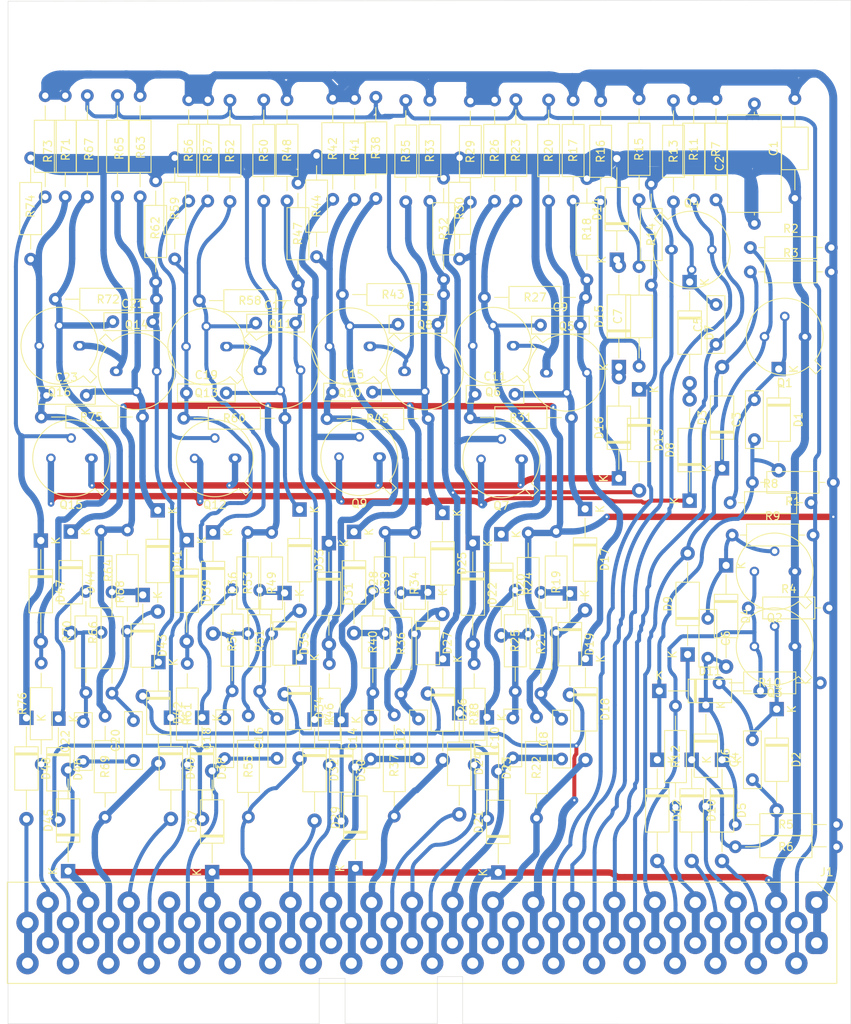
<source format=kicad_pcb>
(kicad_pcb (version 20241229) (generator "pcbnew") (generator_version "9.0")
  (layers (0 "F.Cu" signal) (2 "B.Cu" signal) (13 "F.Paste" user) (15 "B.Paste" user) (5 "F.SilkS" user "F.Silkscreen") (7 "B.SilkS" user "B.Silkscreen") (1 "F.Mask" user) (3 "B.Mask" user) (25 "Edge.Cuts" user))
  (net 0 "")
  (net 1 "Net-(D4-A)")
  (net 2 "Net-(D1-K)")
  (net 3 "Net-(D7-K)")
  (net 4 "Net-(D1-A)")
  (net 5 "~{BUS-OUT}")
  (net 6 "Net-(D15-K)")
  (net 7 "Net-(D4-K)")
  (net 8 "Net-(D14-K)")
  (net 9 "Net-(D23-K)")
  (net 10 "Net-(D19-K)")
  (net 11 "Net-(D17-A)")
  (net 12 "-2V5")
  (net 13 "Net-(D22-K)")
  (net 14 "Net-(D27-K)")
  (net 15 "Net-(D30-K)")
  (net 16 "Net-(D18-K)")
  (net 17 "Net-(D20-K)")
  (net 18 "Net-(D20-A)")
  (net 19 "Net-(D10-K)")
  (net 20 "Net-(D25-A)")
  (net 21 "Net-(D17-K)")
  (net 22 "Net-(D25-K)")
  (net 23 "P25-FF3-~{CLK}")
  (net 24 "Net-(D13-A)")
  (net 25 "Net-(D7-A)")
  (net 26 "Net-(D28-K)")
  (net 27 "Net-(D28-A)")
  (net 28 "Net-(D36-K)")
  (net 29 "Net-(D31-A)")
  (net 30 "Net-(D33-A)")
  (net 31 "P32-FF2-~{CLK}")
  (net 32 "Net-(D36-A)")
  (net 33 "Net-(D39-A)")
  (net 34 "P38-FF1-~{CLK}")
  (net 35 "Net-(D42-K)")
  (net 36 "Net-(D44-A)")
  (net 37 "Net-(D47-A)")
  (net 38 "Net-(D41-K)")
  (net 39 "P10-FF5-Q")
  (net 40 "Net-(D38-K)")
  (net 41 "Net-(D41-A)")
  (net 42 "GND")
  (net 43 "P4-FF5-~{REN1}")
  (net 44 "P5-FF5-~{REN2}")
  (net 45 "P6-FF5-~{R}")
  (net 46 "Net-(D44-K)")
  (net 47 "P9-FF5-~{Q}")
  (net 48 "Net-(D33-K)")
  (net 49 "P8-FF5-~{S}")
  (net 50 "Net-(D43-K)")
  (net 51 "Net-(D34-K)")
  (net 52 "P14-FF3-Q")
  (net 53 "P17-FF4-~{S}")
  (net 54 "Net-(D35-K)")
  (net 55 "P15-BUS-~{SET}")
  (net 56 "P20-BUS-~{RES}")
  (net 57 "P22-FF4-~{Q}EN")
  (net 58 "P23-FF3-~{S}")
  (net 59 "P27-FF3-~{Q}EN")
  (net 60 "Net-(D31-K)")
  (net 61 "Net-(D22-A)")
  (net 62 "P29-FF2-~{S}")
  (net 63 "Net-(D39-K)")
  (net 64 "Net-(D2-K)")
  (net 65 "P35-FF2-~{Q}EN")
  (net 66 "P36-FF1-~{S}")
  (net 67 "Net-(D46-K)")
  (net 68 "Net-(D47-K)")
  (net 69 "P40-FF1-~{Q}EN")
  (net 70 "P7-FF5-~{Q}Z")
  (net 71 "P11-FF5-SEN")
  (net 72 "P12-BUS-OUT")
  (net 74 "P19-FF4-~{CLK}")
  (net 75 "P21-FF4-~{Q}Z")
  (net 76 "P26-FF3-~{Q}Z")
  (net 80 "+6V")
  (net 81 "-12V")
  (net 82 "P34-FF2-~{Q}Z")
  (net 83 "P39-FF1-~{Q}Z")
  (footprint "Diode_THT:D_A-405_P12.70mm_Horizontal" (layer "F.Cu") (at 183.642 95.504 90)
    (property "Reference" "D8")
    (property "Value" "1N4148")
  )
  (footprint "Diode_THT:D_A-405_P12.70mm_Horizontal" (layer "F.Cu") (at 168.6052 107.1626 -90)
    (property "Reference" "D19")
    (property "Value" "1N4148")
  )
  (footprint "Diode_THT:D_A-405_P12.70mm_Horizontal" (layer "F.Cu") (at 102.1842 100.5078 -90)
    (property "Reference" "D47")
    (property "Value" "1N4148")
  )
  (footprint "Package_TO_SOT_THT:TO-5-3" (layer "F.Cu") (at 147.8534 79.2734)
    (property "Reference" "Q8")
    (property "Value" "Q_PNP_EBC")
  )
  (footprint "Capacitor_THT:C_Rect_L7.0mm_W2.0mm_P5.00mm" (layer "F.Cu") (at 161.4424 127.7836 90)
    (property "Reference" "C10")
    (property "Value" "C")
  )
  (footprint "custom:R_Axial_DIN0207_L6.3mm_D2.5mm_P12.7 mm_Horizontal" (layer "F.Cu") (at 118.999 65.1848 90)
    (property "Reference" "R59")
    (property "Value" "3k")
  )
  (footprint "Package_TO_SOT_THT:TO-5-3" (layer "F.Cu") (at 107.061 76.073 180)
    (property "Reference" "Q16")
    (property "Value" "Q_PNP_EBC")
  )
  (footprint "custom:R_Axial_DIN0207_L6.3mm_D2.5mm_P12.7 mm_Horizontal" (layer "F.Cu") (at 156.591 128.6594 90)
    (property "Reference" "R28")
    (property "Value" "10k")
  )
  (footprint "custom:R_Axial_DIN0207_L6.3mm_D2.5mm_P12.7 mm_Horizontal" (layer "F.Cu") (at 157.878 70.0024)
    (property "Reference" "R27")
    (property "Value" "5k1")
  )
  (footprint "custom:R_Axial_DIN0207_L6.3mm_D2.5mm_P12.7 mm_Horizontal" (layer "F.Cu") (at 178.816 55.77 -90)
    (property "Reference" "R14")
    (property "Value" "5k1")
  )
  (footprint "Capacitor_THT:C_Rect_L7.0mm_W2.0mm_P5.00mm" (layer "F.Cu") (at 167.5638 127.9252 90)
    (property "Reference" "C8")
    (property "Value" "C")
  )
  (footprint "custom:R_Axial_DIN0207_L6.3mm_D2.5mm_P12.7 mm_Horizontal" (layer "F.Cu") (at 166.878 112.0732 90)
    (property "Reference" "R19")
    (property "Value" "5k1")
  )
  (footprint "Diode_THT:D_A-405_P12.70mm_Horizontal" (layer "F.Cu") (at 116.9416 115.7732 -90)
    (property "Reference" "D42")
    (property "Value" "1N4148")
  )
  (footprint "Diode_THT:D_A-405_P12.70mm_Horizontal" (layer "F.Cu") (at 139.9032 123.0122 -90)
    (property "Reference" "D30")
    (property "Value" "1N4148")
  )
  (footprint "Diode_THT:D_A-405_P12.70mm_Horizontal" (layer "F.Cu") (at 138.3538 100.838 -90)
    (property "Reference" "D31")
    (property "Value" "1N4148")
  )
  (footprint "custom:R_Axial_DIN0207_L6.3mm_D2.5mm_P12.7 mm_Horizontal" (layer "F.Cu") (at 189.374 136.144)
    (property "Reference" "R5")
    (property "Value" "5k1")
  )
  (footprint "Diode_THT:D_A-405_P12.70mm_Horizontal" (layer "F.Cu") (at 136.5504 122.9614 -90)
    (property "Reference" "D32")
    (property "Value" "1N4148")
  )
  (footprint "custom:R_Axial_DIN0207_L6.3mm_D2.5mm_P12.7 mm_Horizontal" (layer "F.Cu") (at 161.7472 119.4392 90)
    (property "Reference" "R25")
    (property "Value" "510")
  )
  (footprint "custom:R_Axial_DIN0207_L6.3mm_D2.5mm_P12.7 mm_Horizontal" (layer "F.Cu") (at 144.2466 44.8988 -90)
    (property "Reference" "R38")
    (property "Value" "39k")
  )
  (footprint "Diode_THT:D_A-405_P12.70mm_Horizontal" (layer "F.Cu") (at 194.818 78.994 -90)
    (property "Reference" "D1")
    (property "Value" "D_Zener")
  )
  (footprint "custom:R_Axial_DIN0207_L6.3mm_D2.5mm_P12.7 mm_Horizontal" (layer "F.Cu") (at 187.342 118.364)
    (property "Reference" "R10")
    (property "Value" "39K")
  )
  (footprint "custom:R_Axial_DIN0207_L6.3mm_D2.5mm_P12.7 mm_Horizontal" (layer "F.Cu") (at 177.292 57.768 90)
    (property "Reference" "R15")
    (property "Value" "5k1")
  )
  (footprint "Capacitor_THT:C_Rect_L7.0mm_W2.0mm_P5.00mm" (layer "F.Cu") (at 149.606 127.8998 90)
    (property "Reference" "C12")
    (property "Value" "C")
  )
  (footprint "Diode_THT:D_A-405_P12.70mm_Horizontal" (layer "F.Cu") (at 187.706 128.016 -90)
    (property "Reference" "D5")
    (property "Value" "1N4148")
  )
  (footprint "custom:R_Axial_DIN0207_L6.3mm_D2.5mm_P12.7 mm_Horizontal" (layer "F.Cu") (at 145.415 99.4834 -90)
    (property "Reference" "R39")
    (property "Value" "5k1")
  )
  (footprint "custom:R_Axial_DIN0207_L6.3mm_D2.5mm_P12.7 mm_Horizontal" (layer "F.Cu") (at 140.0472 69.6468)
    (property "Reference" "R43")
    (property "Value" "5k1")
  )
  (footprint "Package_TO_SOT_THT:TO-5-3" (layer "F.Cu") (at 196.85 104.394 180)
    (property "Reference" "Q2")
    (property "Value" "Q_PNP_EBC")
  )
  (footprint "custom:R_Axial_DIN0207_L6.3mm_D2.5mm_P12.7 mm_Horizontal" (layer "F.Cu") (at 154.7622 65.1848 90)
    (property "Reference" "R30")
    (property "Value" "3k")
  )
  (footprint "custom:R_Axial_DIN0207_L6.3mm_D2.5mm_P12.7 mm_Horizontal" (layer "F.Cu") (at 149.098 112.2256 90)
    (property "Reference" "R34")
    (property "Value" "5k1")
  )
  (footprint "Diode_THT:D_A-405_P12.70mm_Horizontal" (layer "F.Cu") (at 179.578 128.016 -90)
    (property "Reference" "D12")
    (property "Value" "1N4148")
  )
  (footprint "custom:R_Axial_DIN0207_L6.3mm_D2.5mm_P12.7 mm_Horizontal" (layer "F.Cu") (at 152.7556 67.7502 90)
    (property "Reference" "R32")
    (property "Value" "3k")
  )
  (footprint "custom:R_Axial_DIN0207_L6.3mm_D2.5mm_P12.7 mm_Horizontal" (layer "F.Cu") (at 184.15 57.768 90)
    (property "Reference" "R11")
    (property "Value" "1k")
  )
  (footprint "custom:R_Axial_DIN0207_L6.3mm_D2.5mm_P12.7 mm_Horizontal" (layer "F.Cu") (at 147.3962 119.7694 90)
    (property "Reference" "R36")
    (property "Value" "510")
  )
  (footprint "custom:R_Axial_DIN0207_L6.3mm_D2.5mm_P12.7 mm_Horizontal" (layer "F.Cu") (at 148.0058 45.3052 -90)
    (property "Reference" "R35")
    (property "Value" "39k")
  )
  (footprint "Capacitor_THT:C_Rect_L7.0mm_W2.0mm_P5.00mm" (layer "F.Cu") (at 120.4614 81.9912)
    (property "Reference" "C19")
    (property "Value" "C")
  )
  (footprint "Diode_THT:D_A-405_P12.70mm_Horizontal" (layer "F.Cu") (at 152.6032 97.028 -90)
    (property "Reference" "D25")
    (property "Value" "1N4148")
  )
  (footprint "custom:R_Axial_DIN0207_L6.3mm_D2.5mm_P12.7 mm_Horizontal" (layer "F.Cu") (at 111.125 119.6678 90)
    (property "Reference" "R66")
    (property "Value" "510")
  )
  (footprint "custom:R_Axial_DIN0207_L6.3mm_D2.5mm_P12.7 mm_Horizontal" (layer "F.Cu") (at 102.252 85.0138)
    (property "Reference" "R75")
    (property "Value" "5k1")
  )
  (footprint "custom:R_Axial_DIN0207_L6.3mm_D2.5mm_P12.7 mm_Horizontal" (layer "F.Cu") (at 128.2446 122.4958 -90)
    (property "Reference" "R55")
    (property "Value" "10k")
  )
  (footprint "Diode_THT:D_A-405_P12.70mm_Horizontal" (layer "F.Cu") (at 100.3808 122.7582 -90)
    (property "Reference" "D48")
    (property "Value" "1N4148")
  )
  (footprint "Capacitor_THT:C_Rect_L7.0mm_W2.0mm_P5.00mm" (layer "F.Cu") (at 143.6116 127.9252 90)
    (property "Reference" "C14")
    (property "Value" "C")
  )
  (footprint "Diode_THT:D_A-405_P12.70mm_Horizontal" (layer "F.Cu") (at 123.698 142.113 90)
    (property "Reference" "D37")
    (property "Value" "1N4148")
  )
  (footprint "Capacitor_THT:C_Rect_L7.0mm_W2.0mm_P5.00mm" (layer "F.Cu") (at 113.8174 128.103 90)
    (property "Reference" "C20")
    (property "Value" "C")
  )
  (footprint "Package_TO_SOT_THT:TO-5-3" (layer "F.Cu") (at 162.5346 90.3224 180)
    (property "Reference" "Q7")
    (property "Value" "Q_PNP_EBC")
  )
  (footprint "custom:R_Axial_DIN0207_L6.3mm_D2.5mm_P12.7 mm_Horizontal" (layer "F.Cu") (at 129.667 119.4392 90)
    (property "Reference" "R51")
    (property "Value" "510")
  )
  (footprint "custom:R_Axial_DIN0207_L6.3mm_D2.5mm_P12.7 mm_Horizontal" (layer "F.Cu") (at 156.1 85.09)
    (property "Reference" "R31")
    (property "Value" "5k1")
  )
  (footprint "custom:R_Axial_DIN0207_L6.3mm_D2.5mm_P12.7 mm_Horizontal" (layer "F.Cu") (at 143.8656 119.5916 90)
    (property "Reference" "R40")
    (property "Value" "510")
  )
  (footprint "Diode_THT:D_A-405_P12.70mm_Horizontal" (layer "F.Cu") (at 183.896 128.016 -90)
    (property "Reference" "D10")
    (property "Value" "1N4148")
  )
  (footprint "Diode_THT:D_A-405_P12.70mm_Horizontal" (layer "F.Cu") (at 132.7912 107.0864 -90)
    (property "Reference" "D35")
    (property "Value" "1N4148")
  )
  (footprint "custom:R_Axial_DIN0207_L6.3mm_D2.5mm_P12.7 mm_Horizontal" (layer "F.Cu") (at 161.8234 45.2036 -90)
    (property "Reference" "R23")
    (property "Value" "39k")
  )
  (footprint "Diode_THT:D_A-405_P12.70mm_Horizontal" (layer "F.Cu") (at 170.5102 96.5454 -90)
    (property "Reference" "D17")
    (property "Value" "1N4148")
  )
  (footprint "Diode_THT:D_A-405_P12.70mm_Horizontal" (layer "F.Cu") (at 134.6708 115.1636 -90)
    (property "Reference" "D34")
    (property "Value" "1N4148")
  )
  (footprint "custom:R_Axial_DIN0207_L6.3mm_D2.5mm_P12.7 mm_Horizontal" (layer "F.Cu") (at 110.2614 122.5296 -90)
    (property "Reference" "R69")
    (property "Value" "10k")
  )
  (footprint "custom:R_Axial_DIN0207_L6.3mm_D2.5mm_P12.7 mm_Horizontal" (layer "F.Cu") (at 172.466 58.022 90)
    (property "Reference" "R16")
    (property "Value" "5k1")
  )
  (footprint "Resistor_THT:R_Axial_DIN0207_L6.3mm_D2.5mm_P10.16mm_Horizontal" (layer "F.Cu") (at 201.676 93.218 180)
    (property "Reference" "R1")
    (property "Value" "5k1")
  )
  (footprint "Diode_THT:D_A-405_P12.70mm_Horizontal" (layer "F.Cu") (at 123.7996 99.4918 -90)
    (property "Reference" "D36")
    (property "Value" "1N4148")
  )
  (footprint "custom:R_Axial_DIN0207_L6.3mm_D2.5mm_P12.7 mm_Horizontal" (layer "F.Cu") (at 104.0046 70.231)
    (property "Reference" "R72")
    (property "Value" "5k1")
  )
  (footprint "Diode_THT:D_A-405_P12.70mm_Horizontal" (layer "F.Cu") (at 141.6812 141.6304 90)
    (property "Reference" "D29")
    (property "Value" "1N4148")
  )
  (footprint "Package_TO_SOT_THT:TO-5-3" (layer "F.Cu") (at 144.7038 90.043 180)
    (property "Reference" "Q9")
    (property "Value" "Q_PNP_EBC")
  )
  (footprint "Diode_THT:D_A-405_P12.70mm_Horizontal" (layer "F.Cu") (at 179.832 119.38)
    (property "Reference" "D11")
    (property "Value" "1N4148")
  )
  (footprint "Package_TO_SOT_THT:TO-5-3" (layer "F.Cu") (at 126.5682 90.1954 180)
    (property "Reference" "Q12")
    (property "Value" "Q_PNP_EBC")
  )
  (footprint "Package_TO_SOT_THT:TO-5-3" (layer "F.Cu") (at 111.6584 79.2734)
    (property "Reference" "Q14")
    (property "Value" "Q_PNP_EBC")
  )
  (footprint "Resistor_THT:R_Axial_DIN0207_L6.3mm_D2.5mm_P10.16mm_Horizontal" (layer "F.Cu") (at 191.262 66.802)
    (property "Reference" "R3")
    (property "Value" "10k")
  )
  (footprint "custom:R_Axial_DIN0207_L6.3mm_D2.5mm_P12.7 mm_Horizontal" (layer "F.Cu") (at 107.8484 119.5916 90)
    (property "Reference" "R70")
    (property "Value" "510")
  )
  (footprint "custom:R_Axial_DIN0207_L6.3mm_D2.5mm_P12.7 mm_Horizontal" (layer "F.Cu") (at 181.61 58.022 90)
    (property "Reference" "R13")
    (property "Value" "10k")
  )
  (footprint "custom:R_Axial_DIN0207_L6.3mm_D2.5mm_P12.7 mm_Horizontal" (layer "F.Cu") (at 138.1168 85.217)
    (property "Reference" "R45")
    (property "Value" "5k1")
  )
  (footprint "custom:R_Axial_DIN0207_L6.3mm_D2.5mm_P12.7 mm_Horizontal" (layer "F.Cu") (at 164.4142 122.6482 -90)
    (property "Reference" "R22")
    (property "Value" "10k")
  )
  (footprint "custom:R_Axial_DIN0207_L6.3mm_D2.5mm_P12.7 mm_Horizontal" (layer "F.Cu") (at 169.0116 45.229 -90)
    (property "Reference" "R17")
    (property "Value" "2k")
  )
  (footprint "custom:R_Axial_DIN0207_L6.3mm_D2.5mm_P12.7 mm_Horizontal" (layer "F.Cu") (at 100.9142 65.2102 90)
    (property "Reference" "R74")
    (property "Value" "3k")
  )
  (footprint "custom:R_Axial_DIN0207_L6.3mm_D2.5mm_P12.7 mm_Horizontal" (layer "F.Cu") (at 138.8364 45.0004 -90)
    (property "Reference" "R42")
    (property "Value" "5k1")
  )
  (footprint "custom:R_Axial_DIN0207_L6.3mm_D2.5mm_P12.7 mm_Horizontal" (layer "F.Cu") (at 120.1336 85.1662)
    (property "Reference" "R60")
    (property "Value" "5k1")
  )
  (footprint "Capacitor_THT:C_Axial_L12.0mm_D6.5mm_P15.00mm_Horizontal" (layer "F.Cu") (at 191.77 60.72 90)
    (property "Reference" "C2")
    (property "Value" "C")
  )
  (footprint "custom:R_Axial_DIN0207_L6.3mm_D2.5mm_P12.7 mm_Horizontal" (layer "F.Cu") (at 120.5738 128.634 90)
    (property "Reference" "R61")
    (property "Value" "10k")
  )
  (footprint "Diode_THT:D_A-405_P12.70mm_Horizontal" (layer "F.Cu") (at 159.9946 99.7204 -90)
    (property "Reference" "D20")
    (property "Value" "1N4148")
  )
  (footprint "custom:R_Axial_DIN0207_L6.3mm_D2.5mm_P12.7 mm_Horizontal" (layer "F.Cu") (at 131.1656 112.2002 90)
    (property "Reference" "R49")
    (property "Value" "5k1")
  )
  (footprint "Diode_THT:D_A-405_P12.70mm_Horizontal" (layer "F.Cu") (at 154.7114 122.174 -90)
    (property "Reference" "D24")
    (property "Value" "1N4148")
  )
  (footprint "Diode_THT:D_A-405_P12.70mm_Horizontal" (layer "F.Cu") (at 194.564 121.666 -90)
    (property "Reference" "D2")
    (property "Value" "D_Zener")
  )
  (footprint "Diode_THT:D_A-405_P12.70mm_Horizontal" (layer "F.Cu") (at 187.706 91.44 90)
    (property "Reference" "D3")
    (property "Value" "1N4148")
  )
  (footprint "Diode_THT:D_A-405_P12.70mm_Horizontal" (layer "F.Cu") (at 114.9858 107.3404 -90)
    (property "Reference" "D43")
    (property "Value" "1N4148")
  )
  (footprint "custom:R_Axial_DIN0207_L6.3mm_D2.5mm_P12.7 mm_Horizontal" (layer "F.Cu") (at 164.973 119.7186 90)
    (property "Reference" "R21")
    (property "Value" "510")
  )
  (footprint "custom:R_Axial_DIN0207_L6.3mm_D2.5mm_P12.7 mm_Horizontal" (layer "F.Cu") (at 146.558 122.3942 -90)
    (property "Reference" "R37")
    (property "Value" "10k")
  )
  (footprint "Package_TO_SOT_THT:TO-5-3" (layer "F.Cu") (at 181.356 64.008)
    (property "Reference" "Q4")
    (property "Value" "Q_PNP_EBC")
  )
  (footprint "Diode_THT:D_A-405_P12.70mm_Horizontal" (layer "F.Cu") (at 104.394 122.8598 -90)
    (property "Reference" "D46")
    (property "Value" "1N4148")
  )
  (footprint "custom:R_Axial_DIN0207_L6.3mm_D2.5mm_P12.7 mm_Horizontal" (layer "F.Cu") (at 128.1684 99.4834 -90)
    (property "Reference" "R53")
    (property "Value" "5k1")
  )
  (footprint "Diode_THT:D_A-405_P12.70mm_Horizontal" (layer "F.Cu") (at 118.5164 122.7328 -90)
    (property "Reference" "D40")
    (property "Value" "1N4148")
  )
  (footprint "Diode_THT:D_A-405_P12.70mm_Horizontal" (layer "F.Cu") (at 134.6708 96.6216 -90)
    (property "Reference" "D33")
    (property "Value" "1N4148")
  )
  (footprint "Diode_THT:D_A-405_P12.70mm_Horizontal" (layer "F.Cu") (at 177.292 81.534 -90)
    (property "Reference" "D13")
    (property "Value" "1N4148")
  )
  (footprint "Capacitor_THT:C_Rect_L7.0mm_W2.0mm_P5.00mm" (layer "F.Cu") (at 102.8992 82.296)
    (property "Reference" "C23")
    (property "Value" "C")
  )
  (footprint "Package_TO_SOT_THT:TO-5-3" (layer "F.Cu") (at 129.7178 79.1464)
    (property "Reference" "Q11")
    (property "Value" "Q_PNP_EBC")
  )
  (footprint "Diode_THT:D_A-405_P12.70mm_Horizontal" (layer "F.Cu") (at 152.654 115.3668 -90)
    (property "Reference" "D26")
    (property "Value" "1N4148")
  )
  (footprint "Diode_THT:D_A-405_P12.70mm_Horizontal" (layer "F.Cu") (at 174.752 92.71 90)
    (property "Reference" "D16")
    (property "Value" "1N4148")
  )
  (footprint "Diode_THT:D_A-405_P12.70mm_Horizontal" (layer "F.Cu") (at 174.752 78.74 90)
    (property "Reference" "D15")
    (property "Value" "1N4148")
  )
  (footprint "Resistor_THT:R_Axial_DIN0207_L6.3mm_D2.5mm_P10.16mm_Horizontal" (layer "F.Cu") (at 191.008 108.966)
    (property "Reference" "R4")
    (property "Value" "1k")
  )
  (footprint "custom:R_Axial_DIN0207_L6.3mm_D2.5mm_P12.7 mm_Horizontal" (layer "F.Cu") (at 159.1564 45.229 -90)
    (property "Reference" "R26")
    (property "Value" "2k")
  )
  (footprint "Diode_THT:D_A-405_P12.70mm_Horizontal" (layer "F.Cu") (at 183.642 68.072 -90)
    (property "Reference" "D7")
    (property "Value" "D_Zener")
  )
  (footprint "custom:R_Axial_DIN0207_L6.3mm_D2.5mm_P12.7 mm_Horizontal" (layer "F.Cu") (at 165.9382 45.229 -90)
    (property "Reference" "R20")
    (property "Value" "39k")
  )
  (footprint "custom:R_Axial_DIN0207_L6.3mm_D2.5mm_P12.7 mm_Horizontal" (layer "F.Cu") (at 109.7534 99.331 -90)
    (property "Reference" "R68")
    (property "Value" "5k1")
  )
  (footprint "custom:R_Axial_DIN0207_L6.3mm_D2.5mm_P12.7 mm_Horizontal" (layer "F.Cu") (at 105.2576 44.6956 -90)
    (property "Reference" "R71")
    (property "Value" "2k")
  )
  (footprint "Diode_THT:D_A-405_P12.70mm_Horizontal" (layer "F.Cu") (at 158.1912 122.7074 -90)
    (property "Reference" "D23")
    (property "Value" "1N4148")
  )
  (footprint "Package_TO_SOT_THT:TO-5-3" (layer "F.Cu") (at 165.6588 79.4512)
    (property "Reference" "Q5")
    (property "Value" "Q_PNP_EBC")
  )
  (footprint "Package_TO_SOT_THT:TO-5-3" (layer "F.Cu") (at 143.51 76.1492 180)
    (property "Reference" "Q10")
    (property "Value" "Q_PNP_EBC")
  )
  (footprint "Capacitor_THT:C_Rect_L7.0mm_W2.0mm_P5.00mm" (layer "F.Cu") (at 125.2728 127.8744 90)
    (property "Reference" "C18")
    (property "Value" "C")
  )
  (footprint "custom:R_Axial_DIN0207_L6.3mm_D2.5mm_P12.7 mm_Horizontal" (layer "F.Cu") (at 123.1392 45.2036 -90)
    (property "Reference" "R57")
    (property "Value" "2k")
  )
  (footprint "custom:R_Axial_DIN0207_L6.3mm_D2.5mm_P12.7 mm_Horizontal" (layer "F.Cu") (at 130.175 45.229 -90)
    (property "Reference" "R50")
    (property "Value" "39k")
  )
  (footprint "Package_TO_SOT_THT:TO-5-3" (layer "F.Cu") (at 108.5342 90.1954 180)
    (property "Reference" "Q15")
    (property "Value" "Q_PNP_EBC")
  )
  (footprint "Diode_THT:D_A-405_P12.70mm_Horizontal" (layer "F.Cu") (at 156.4132 100.8126 -90)
    (property "Reference" "D22")
    (property "Value" "1N4148")
  )
  (footprint "Diode_THT:D_A-405_P12.70mm_Horizontal" (layer "F.Cu") (at 159.6136 142.1638 90)
    (property "Reference" "D21")
    (property "Value" "1N4148")
  )
  (footprint "Diode_THT:D_A-405_P12.70mm_Horizontal" (layer "F.Cu") (at 141.5034 99.4156 -90)
    (property "Reference" "D28")
    (property "Value" "1N4148")
  )
  (footprint "custom:R_Axial_DIN0207_L6.3mm_D2.5mm_P12.7 mm_Horizontal" (layer "F.Cu") (at 113.0554 111.8954 90)
    (property "Reference" "R64")
    (property "Value" "5k1")
  )
  (footprint "Diode_THT:D_A-405_P12.70mm_Horizontal" (layer "F.Cu") (at 170.561 115.3414 -90)
    (property "Reference" "D18")
    (property "Value" "1N4148")
  )
  (footprint "Capacitor_THT:C_Rect_L7.0mm_W2.0mm_P5.00mm" (layer "F.Cu") (at 186.944 75.906 90)
    (property "Reference" "C5")
    (property "Value" "C")
  )
  (footprint "custom:R_Axial_DIN0207_L6.3mm_D2.5mm_P12.7 mm_Horizontal" (layer "F.Cu") (at 126.2126 119.363 90)
    (property "Reference" "R54")
    (property "Value" "510")
  )
  (footprint "Package_TO_SOT_THT:TO-5-3" (layer "F.Cu") (at 161.4932 76.073 180)
    (property "Reference" "Q6")
    (property "Value" "Q_PNP_EBC")
  )
  (footprint "Resistor_THT:R_Axial_DIN0207_L6.3mm_D2.5mm_P10.16mm_Horizontal" (layer "F.Cu") (at 188.976 99.822)
    (property "Reference" "R9")
    (property "Value" "39K")
  )
  (footprint "Capacitor_THT:C_Rect_L7.0mm_W2.0mm_P5.00mm" (layer "F.Cu") (at 129.1628 73.2282)
    (property "Reference" "C17")
    (property "Value" "C")
  )
  (footprint "custom:R_Axial_DIN0207_L6.3mm_D2.5mm_P12.7 mm_Horizontal" (layer "F.Cu") (at 133.096 45.2036 -90)
    (property "Reference" "R48")
    (property "Value" "2k")
  )
  (footprint "Package_TO_SOT_THT:TO-5-3" (layer "F.Cu") (at 196.85 113.792 180)
    (property "Reference" "Q3")
    (property "Value" "Q_PNP_EBC")
  )
  (footprint "custom:R_Axial_DIN0207_L6.3mm_D2.5mm_P12.7 mm_Horizontal" (layer "F.Cu") (at 111.8108 44.6956 -90)
    (property "Reference" "R65")
    (property "Value" "39k")
  )
  (footprint "Capacitor_THT:C_Rect_L7.0mm_W2.0mm_P5.00mm" (layer "F.Cu") (at 111.2304 73.0504)
    (property "Reference" "C21")
    (property "Value" "C")
  )
  (footprint "Capacitor_THT:C_Rect_L7.0mm_W2.0mm_P5.00mm" (layer "F.Cu") (at 164.9114 73.4822)
    (property "Reference" "C9")
    (property "Value" "C")
  )
  (footprint "custom:R_Axial_DIN0207_L6.3mm_D2.5mm_P12.7 mm_Horizontal" (layer "F.Cu") (at 151.0284 45.2544 -90)
    (property "Reference" "R33")
    (property "Value" "2k")
  )
  (footprint "Diode_THT:D_A-405_P12.70mm_Horizontal" (layer "F.Cu") (at 188.214 103.632 -90)
    (property "Reference" "D4")
    (property "Value" "D_Zener")
  )
  (footprint "custom:R_Axial_DIN0207_L6.3mm_D2.5mm_P12.7 mm_Horizontal" (layer "F.Cu") (at 102.235 128.5832 90)
    (property "Reference" "R76")
    (property "Value" "10k")
  )
  (footprint "Diode_THT:D_A-405_P12.70mm_Horizontal" (layer "F.Cu") (at 122.428 122.7328 -90)
    (property "Reference" "D38")
    (property "Value" "1N4148")
  )
  (footprint "custom:R_Axial_DIN0207_L6.3mm_D2.5mm_P12.7 mm_Horizontal" (layer "F.Cu") (at 114.6556 44.6956 -90)
    (property "Reference" "R63")
    (property "Value" "2k")
  )
  (footprint "Capacitor_THT:C_Rect_L7.0mm_W2.0mm_P5.00mm" (layer "F.Cu") (at 185.928 110.276 -90)
    (property "Reference" "C6")
    (property "Value" "C")
  )
  (footprint "Resistor_THT:R_Axial_DIN0207_L6.3mm_D2.5mm_P10.16mm_Horizontal" (layer "F.Cu") (at 188.722 95.758)
    (property "Reference" "R8")
    (property "Value" "39K")
  )
  (footprint "Capacitor_THT:C_Rect_L7.0mm_W2.0mm_P5.00mm" (layer "F.Cu") (at 156.7072 82.169)
    (property "Reference" "C11")
    (property "Value" "C")
  )
  (footprint "Diode_THT:D_A-405_P12.70mm_Horizontal" (layer "F.Cu") (at 120.4976 100.457 -90)
    (property "Reference" "D39")
    (property "Value" "1N4148")
  )
  (footprint "Package_TO_SOT_THT:TO-5-3" (layer "F.Cu") (at 125.5014 76.1746 180)
    (property "Reference" "Q13")
    (property "Value" "Q_PNP_EBC")
  )
  (footprint "custom:R_Axial_DIN0207_L6.3mm_D2.5mm_P12.7 mm_Horizontal" (layer "F.Cu") (at 138.4046 128.6594 90)
    (property "Reference" "R46")
    (property "Value" "10k")
  )
  (footprint "custom:R_Axial_DIN0207_L6.3mm_D2.5mm_P12.7 mm_Horizontal" (layer "F.Cu") (at 170.7388 67.801 90)
    (property "Reference" "R18")
    (property "Value" "3k")
  )
  (footprint "custom:R_Axial_DIN0207_L6.3mm_D2.5mm_P12.7 mm_Horizontal" (layer "F.Cu") (at 181.864 133.968 90)
    (property "Reference" "R12")
    (property "Value" "10k")
  )
  (footprint "custom:R_Axial_DIN0207_L6.3mm_D2.5mm_P12.7 mm_Horizontal" (layer "F.Cu") (at 134.4676 68.3598 90)
    (property "Reference" "R47")
    (property "Value" "3k")
  )
  (footprint "Capacitor_THT:C_Rect_L7.0mm_W2.0mm_P5.00mm" (layer "F.Cu") (at 138.8256 81.8896)
    (property "Reference" "C15")
    (property "Value" "C")
  )
  (footprint "Capacitor_THT:C_Axial_L5.1mm_D3.1mm_P12.50mm_Horizontal" (layer "F.Cu") (at 177.292 78.64 90)
    (property "Reference" "C7")
    (property "Value" "2.2")
  )
  (footprint "Capacitor_THT:C_Rect_L7.0mm_W2.0mm_P5.00mm" (layer "F.Cu") (at 191.77 87.844 90)
    (property "Reference" "C3")
    (property "Value" "C")
  )
  (footprint "custom:R_Axial_DIN0207_L6.3mm_D2.5mm_P12.7 mm_Horizontal" (layer "F.Cu") (at 156.1084 45.356 -90)
    (property "Reference" "R29")
    (property "Value" "5k1")
  )
  (footprint "custom:R_Axial_DIN0207_L6.3mm_D2.5mm_P12.7 mm_Horizontal" (layer "F.Cu") (at 136.8044 64.9054 90)
    (property "Reference" "R44")
    (property "Value" "3k")
  )
  (footprint "Capacitor_THT:C_Rect_L7.0mm_W2.0mm_P5.00mm" (layer "F.Cu") (at 147.0298 73.3806)
    (property "Reference" "C13")
    (property "Value" "C")
  )
  (footprint "custom:R_Axial_DIN0207_L6.3mm_D2.5mm_P12.7 mm_Horizontal" (layer "F.Cu") (at 189.374 138.938)
    (property "Reference" "R6")
    (property "Value" "5k1")
  )
  (footprint "Capacitor_THT:C_Rect_L7.0mm_W2.0mm_P5.00mm" (layer "F.Cu") (at 107.5182 128.23 90)
    (property "Reference" "C22")
    (property "Value" "C")
  )
  (footprint "Capacitor_THT:C_Rect_L7.0mm_W2.0mm_P5.00mm" (layer "F.Cu") (at 191.516 130.516 90)
    (property "Reference" "C4")
    (property "Value" "C")
  )
  (footprint "Diode_THT:D_A-405_P12.70mm_Horizontal" (layer "F.Cu") (at 116.8654 96.7232 -90)
    (property "Reference" "D41")
    (property "Value" "1N4148")
  )
  (footprint "custom:R_Axial_DIN0207_L6.3mm_D2.5mm_P12.7 mm_Horizontal" (layer "F.Cu") (at 122.0894 70.4088)
    (property "Reference" "R58")
    (property "Value" "5k1")
  )
  (footprint "custom:R_Axial_DIN0207_L6.3mm_D2.5mm_P12.7 mm_Horizontal" (layer "F.Cu") (at 186.944 57.768 90)
    (property "Reference" "R7")
    (property "Value" "1k")
  )
  (footprint "Capacitor_THT:C_Axial_L5.1mm_D3.1mm_P12.50mm_Horizontal" (layer "F.Cu") (at 196.85 57.558 90)
    (property "Reference" "C1")
    (property "Value" "C")
  )
  (footprint "Diode_THT:D_A-405_P12.70mm_Horizontal" (layer "F.Cu") (at 174.498 65.278 90)
    (property "Reference" "D14")
    (property "Value" "1N4148")
  )
  (footprint "custom:R_Axial_DIN0207_L6.3mm_D2.5mm_P12.7 mm_Horizontal" (layer "F.Cu") (at 116.6114 68.0804 90)
    (property "Reference" "R62")
    (property "Value" "3k")
  )
  (footprint "Package_TO_SOT_THT:TO-5-3" (layer "F.Cu") (at 198.12 74.93 180)
    (property "Reference" "Q1")
    (property "Value" "Q_PNP_EBC")
  )
  (footprint "Diode_THT:D_A-405_P12.70mm_Horizontal" (layer "F.Cu") (at 105.9434 99.3902 -90)
    (property "Reference" "D44")
    (property "Value" "1N4148")
  )
  (footprint "Resistor_THT:R_Axial_DIN0207_L6.3mm_D2.5mm_P10.16mm_Horizontal" (layer "F.Cu") (at 191.262 63.754)
    (property "Reference" "R2")
    (property "Value" "1k")
  )
  (footprint "custom:R_Axial_DIN0207_L6.3mm_D2.5mm_P12.7 mm_Horizontal" (layer "F.Cu") (at 102.743 44.6956 -90)
    (property "Reference" "R73")
    (property "Value" "5k1")
  )
  (footprint "custom:R_Axial_DIN0207_L6.3mm_D2.5mm_P12.7 mm_Horizontal" (layer "F.Cu") (at 141.5796 45.0258 -90)
    (property "Reference" "R41")
    (property "Value" "2k")
  )
  (footprint "Diode_THT:D_A-405_P12.70mm_Horizontal" (layer "F.Cu") (at 185.674 121.158 -90)
    (property "Reference" "D6")
    (property "Value" "1N4148")
  )
  (footprint "custom:R_Axial_DIN0207_L6.3mm_D2.5mm_P12.7 mm_Horizontal" (layer "F.Cu") (at 163.3728 99.5596 -90)
    (property "Reference" "R24")
    (property "Value" "5k1")
  )
  (footprint "custom:R_Axial_DIN0207_L6.3mm_D2.5mm_P12.7 mm_Horizontal" (layer "F.Cu") (at 125.9332 45.2798 -90)
    (property "Reference" "R52")
    (property "Value" "39k")
  )
  (footprint "Capacitor_THT:C_Rect_L7.0mm_W2.0mm_P5.00mm" (layer "F.Cu") (at 131.826 127.8382 90)
    (property "Reference" "C16")
    (property "Value" "C")
  )
  (footprint "Diode_THT:D_A-405_P12.70mm_Horizontal" (layer "F.Cu") (at 183.388 114.808 90)
    (property "Reference" "D9")
    (property "Value" "1N4148")
  )
  (footprint "Logi620:ELCO 40" (layer "F.Cu") (at 199.58 145.92)
    (property "Reference" "J1")
    (property "Value" "Conn_01x40")
  )
  (footprint "custom:R_Axial_DIN0207_L6.3mm_D2.5mm_P12.7 mm_Horizontal" (layer "F.Cu") (at 108.0262 44.6956 -90)
    (property "Reference" "R67")
    (property "Value" "39k")
  )
  (footprint "custom:R_Axial_DIN0207_L6.3mm_D2.5mm_P12.7 mm_Horizontal" (layer "F.Cu") (at 120.7516 45.2036 -90)
    (property "Reference" "R56")
    (property "Value" "5k1")
  )
  (footprint "Diode_THT:D_A-405_P12.70mm_Horizontal" (layer "F.Cu") (at 105.6132 141.986 90)
    (property "Reference" "D45")
    (property "Value" "1N4148")
  )
  (footprint "Diode_THT:D_A-405_P12.70mm_Horizontal" (layer "F.Cu") (at 150.7744 107.0102 -90)
    (property "Reference" "D27")
    (property "Value" "1N4148")
  )
  (gr_line (start 151.9682 155.2194) (end 155.1432 155.2194) (stroke (width 0.05)) (layer "Edge.Cuts"))
  (gr_line (start 155.1432 155.2194) (end 155.1432 161.163) (stroke (width 0.05)) (layer "Edge.Cuts"))
  (gr_line (start 137.1346 155.448) (end 140.3858 155.448) (stroke (width 0.05)) (layer "Edge.Cuts"))
  (gr_line (start 203.8858 32.7152) (end 98.0694 32.8422) (stroke (width 0.05)) (layer "Edge.Cuts"))
  (gr_line (start 98.0694 161.1376) (end 137.1346 161.1376) (stroke (width 0.05)) (layer "Edge.Cuts"))
  (gr_line (start 151.9682 161.1122) (end 151.9682 155.2194) (stroke (width 0.05)) (layer "Edge.Cuts"))
  (gr_line (start 203.8604 161.1884) (end 203.8858 32.7152) (stroke (width 0.05)) (layer "Edge.Cuts"))
  (gr_line (start 137.1346 161.1376) (end 137.1346 155.448) (stroke (width 0.05)) (layer "Edge.Cuts"))
  (gr_line (start 140.3858 155.448) (end 140.3858 161.1122) (stroke (width 0.05)) (layer "Edge.Cuts"))
  (gr_line (start 98.0694 32.8422) (end 98.0694 161.1376) (stroke (width 0.05)) (layer "Edge.Cuts"))
  (gr_line (start 155.1432 161.163) (end 203.8604 161.1884) (stroke (width 0.05)) (layer "Edge.Cuts"))
  (gr_line (start 140.3858 161.1122) (end 151.9682 161.1122) (stroke (width 0.05)) (layer "Edge.Cuts"))
  (segment (start 161.544 153.67) (end 161.544 148.59) (width 1) (layer "B.Cu") (net 0))
  (segment (start 125.984 153.67) (end 125.984 148.59) (width 1) (layer "B.Cu") (net 0))
  (segment (start 118.364 151.13) (end 118.364 146.05) (width 1) (layer "B.Cu") (net 0))
  (segment (start 131.064 153.67) (end 131.064 148.59) (width 1) (layer "B.Cu") (net 0))
  (segment (start 187.706 126.063681) (end 187.706 128.016) (width 0.5) (layer "B.Cu") (net 1))
  (segment (start 189.374 132.042908) (end 189.374 136.144) (width 0.5) (layer "B.Cu") (net 1))
  (segment (start 185.674 121.158) (end 185.674 115.88921) (width 0.5) (layer "B.Cu") (net 1))
  (segment (start 188.027742 116.145741) (end 188.214 116.332) (width 0.5) (layer "B.Cu") (net 1))
  (arc (start 185.674 115.88921) (mid 185.740012 115.557343) (end 185.928 115.276) (width 0.5) (layer "B.Cu") (net 1))
  (arc (start 185.928 115.276) (mid 187.064372 115.502038) (end 188.027742 116.145741) (width 0.5) (layer "B.Cu") (net 1))
  (arc (start 187.706 128.016) (mid 188.940501 129.863561) (end 189.374 132.042908) (width 0.5) (layer "B.Cu") (net 1))
  (arc (start 185.674 121.158) (mid 187.1779 123.408746) (end 187.706 126.063681) (width 0.5) (layer "B.Cu") (net 1))
  (segment (start 189.484 88.138) (end 189.484 88.646) (width 0.5) (layer "B.Cu") (net 2))
  (segment (start 191.77 82.844) (end 191.610977 83.003023) (width 0.5) (layer "B.Cu") (net 2))
  (segment (start 195.58 72.39) (end 195.58 77.15437) (width 0.5) (layer "B.Cu") (net 2))
  (segment (start 189.484 93.91837) (end 189.484 88.646) (width 0.5) (layer "B.Cu") (net 2))
  (segment (start 189.484 88.646) (end 189.484 89.30279) (width 0.5) (layer "B.Cu") (net 2))
  (segment (start 194.818 78.994) (end 192.3371 81.4749) (width 0.5) (layer "B.Cu") (net 2))
  (arc (start 192.3371 81.4749) (mid 191.917385 82.103048) (end 191.77 82.844) (width 0.5) (layer "B.Cu") (net 2))
  (arc (start 191.610977 83.003023) (mid 190.036784 85.35897) (end 189.484 88.138) (width 0.5) (layer "B.Cu") (net 2))
  (arc (start 188.722 95.758) (mid 189.285963 94.913971) (end 189.484 93.91837) (width 0.5) (layer "B.Cu") (net 2))
  (arc (start 195.58 77.15437) (mid 195.381962 78.149971) (end 194.818 78.994) (width 0.5) (layer "B.Cu") (net 2))
  (segment (start 181.61 59.163949) (end 181.61 58.022) (width 0.5) (layer "B.Cu") (net 3))
  (segment (start 183.388 62.738) (end 182.88 62.23) (width 0.5) (layer "B.Cu") (net 3))
  (segment (start 183.896 66.548) (end 183.896 67.45879) (width 0.5) (layer "B.Cu") (net 3))
  (segment (start 183.642 68.072) (end 183.642 67.16121) (width 0.5) (layer "B.Cu") (net 3))
  (segment (start 186.145074 70.575074) (end 183.642 68.072) (width 0.5) (layer "B.Cu") (net 3))
  (segment (start 183.896 66.548) (end 183.896 63.96442) (width 0.5) (layer "B.Cu") (net 3))
  (arc (start 182.88 62.23) (mid 181.940062 60.823284) (end 181.61 59.163949) (width 0.5) (layer "B.Cu") (net 3))
  (arc (start 183.642 67.16121) (mid 183.708012 66.829343) (end 183.896 66.548) (width 0.5) (layer "B.Cu") (net 3))
  (arc (start 183.896 67.45879) (mid 183.829987 67.790657) (end 183.642 68.072) (width 0.5) (layer "B.Cu") (net 3))
  (arc (start 183.896 63.96442) (mid 183.763975 63.300686) (end 183.388 62.738) (width 0.5) (layer "B.Cu") (net 3))
  (arc (start 186.944 70.906) (mid 186.511624 70.819995) (end 186.145074 70.575074) (width 0.5) (layer "B.Cu") (net 3))
  (segment (start 179.832 113.74842) (end 179.832 119.38) (width 0.5) (layer "B.Cu") (net 4))
  (segment (start 191.516 88.45721) (end 191.516 90.424) (width 0.5) (layer "B.Cu") (net 4))
  (segment (start 180.34 111.56763) (end 180.34 112.522) (width 0.5) (layer "B.Cu") (net 4))
  (segment (start 186.944 98.806) (end 186.602841 99.147159) (width 0.5) (layer "B.Cu") (net 4))
  (segment (start 191.516 90.424) (end 191.751949 90.424) (width 0.5) (layer "B.Cu") (net 4))
  (segment (start 184.44758 104.350421) (end 181.864 106.934) (width 0.5) (layer "B.Cu") (net 4))
  (segment (start 191.516 93.218) (end 191.513612 93.298416) (width 0.5) (layer "B.Cu") (net 4))
  (segment (start 191.513612 93.298416) (end 191.513612 93.503294) (width 0.5) (layer "B.Cu") (net 4))
  (segment (start 179.832 127.40279) (end 179.832 119.38) (width 0.5) (layer "B.Cu") (net 4))
  (segment (start 189.738 97.79) (end 189.39684 97.79) (width 0.5) (layer "B.Cu") (net 4))
  (segment (start 191.516 90.424) (end 191.516 93.218) (width 0.5) (layer "B.Cu") (net 4))
  (segment (start 181.102 108.77363) (end 181.102 109.728) (width 0.5) (layer "B.Cu") (net 4))
  (arc (start 189.39684 97.79) (mid 188.069373 98.05405) (end 186.944 98.806) (width 0.5) (layer "B.Cu") (net 4))
  (arc (start 185.166 102.616) (mid 184.979289 103.554662) (end 184.44758 104.350421) (width 0.5) (layer "B.Cu") (net 4))
  (arc (start 186.602841 99.147159) (mid 185.539423 100.738676) (end 185.166 102.616) (width 0.5) (layer "B.Cu") (net 4))
  (arc (start 179.578 128.016) (mid 179.765988 127.734657) (end 179.832 127.40279) (width 0.5) (layer "B.Cu") (net 4))
  (arc (start 191.77 87.844) (mid 191.582012 88.125343) (end 191.516 88.45721) (width 0.5) (layer "B.Cu") (net 4))
  (arc (start 191.513612 93.503294) (mid 191.052145 95.823243) (end 189.738 97.79) (width 0.5) (layer "B.Cu") (net 4))
  (arc (start 180.34 112.522) (mid 179.964025 113.084686) (end 179.832 113.74842) (width 0.5) (layer "B.Cu") (net 4))
  (arc (start 181.864 106.934) (mid 181.300037 107.778029) (end 181.102 108.77363) (width 0.5) (layer "B.Cu") (net 4))
  (arc (start 181.102 109.728) (mid 180.538037 110.572029) (end 180.34 111.56763) (width 0.5) (layer "B.Cu") (net 4))
  (arc (start 191.751949 90.424) (mid 193.411283 90.754063) (end 194.818 91.694) (width 0.5) (layer "B.Cu") (net 4))
  (segment (start 138.7602 94.951576) (end 139.274576 94.951576) (width 0.8) (layer "F.Cu") (net 5))
  (segment (start 150.148864 95.6056) (end 150.252822 95.60753) (width 0.8) (layer "F.Cu") (net 5))
  (segment (start 150.850114 95.571213) (end 151.002604 95.530362) (width 0.8) (layer "F.Cu") (net 5))
  (segment (start 139.9286 95.6056) (end 150.148864 95.6056) (width 0.8) (layer "F.Cu") (net 5))
  (segment (start 122.1232 95.758) (end 122.1232 95.6564) (width 0.8) (layer "F.Cu") (net 5))
  (segment (start 177.738361 95.699119) (end 177.596644 95.604428) (width 0.5) (layer "F.Cu") (net 5))
  (segment (start 177.596644 95.604428) (end 174.442875 95.604428) (width 0.5) (layer "F.Cu") (net 5))
  (segment (start 173.14787 95.149) (end 173.097759 95.195097) (width 0.5) (layer "F.Cu") (net 5))
  (segment (start 183.642 95.504) (end 178.92121 95.504) (width 0.5) (layer "F.Cu") (net 5))
  (segment (start 174.442875 95.604428) (end 174.306868 95.602203) (width 0.5) (layer "F.Cu") (net 5))
  (segment (start 178.308 95.758) (end 177.8 95.758) (width 0.5) (layer "F.Cu") (net 5))
  (segment (start 114.6556 94.9452) (end 121.3104 94.9452) (width 0.8) (layer "F.Cu") (net 5))
  (segment (start 173.097759 95.195097) (end 159.452178 95.195097) (width 0.5) (layer "F.Cu") (net 5))
  (segment (start 150.252822 95.60753) (end 150.458179 95.640051) (width 0.8) (layer "F.Cu") (net 5))
  (segment (start 174.306868 95.602203) (end 174.03718 95.566695) (width 0.5) (layer "F.Cu") (net 5))
  (segment (start 121.412 94.951576) (end 138.7602 94.951576) (width 0.8) (layer "F.Cu") (net 5))
  (segment (start 177.8 95.758) (end 177.738361 95.699119) (width 0.5) (layer "F.Cu") (net 5))
  (segment (start 173.287555 95.256185) (end 173.14787 95.149) (width 0.5) (layer "F.Cu") (net 5))
  (segment (start 151.008306 95.528) (end 156.311521 95.528) (width 0.8) (layer "F.Cu") (net 5))
  (segment (start 151.002604 95.530362) (end 151.008306 95.528) (width 0.8) (layer "F.Cu") (net 5))
  (segment (start 173.774435 95.49629) (end 173.523126 95.392193) (width 0.5) (layer "F.Cu") (net 5))
  (segment (start 173.523126 95.392193) (end 173.287555 95.256185) (width 0.5) (layer "F.Cu") (net 5))
  (segment (start 150.65592 95.704297) (end 150.713394 95.650142) (width 0.8) (layer "F.Cu") (net 5))
  (segment (start 114.6556 94.9452) (end 104.394 94.9452) (width 0.8) (layer "F.Cu") (net 5))
  (segment (start 174.03718 95.566695) (end 173.774435 95.49629) (width 0.5) (layer "F.Cu") (net 5))
  (segment (start 150.713394 95.650142) (end 150.850114 95.571213) (width 0.8) (layer "F.Cu") (net 5))
  (segment (start 150.458179 95.640051) (end 150.65592 95.704297) (width 0.8) (layer "F.Cu") (net 5))
  (via (at 157.48 96.012) (size 0.6) (drill 0.3) (layers "F.Cu" "B.Cu") (net 5))
  (via (at 139.9286 95.6056) (size 0.6) (drill 0.3) (layers "F.Cu" "B.Cu") (net 5))
  (via (at 103.4796 95.8596) (size 0.6) (drill 0.3) (layers "F.Cu" "B.Cu") (net 5))
  (via (at 122.1994 95.5802) (size 0.6) (drill 0.3) (layers "F.Cu" "B.Cu") (net 5))
  (arc (start 139.274576 94.951576) (mid 139.737041 95.143135) (end 139.9286 95.6056) (width 0.8) (layer "F.Cu") (net 5))
  (arc (start 178.92121 95.504) (mid 178.589343 95.570012) (end 178.308 95.758) (width 0.5) (layer "F.Cu") (net 5))
  (arc (start 121.3104 94.9452) (mid 121.885136 95.183264) (end 122.1232 95.758) (width 0.8) (layer "F.Cu") (net 5))
  (arc (start 159.452178 95.195097) (mid 158.384843 95.407403) (end 157.48 96.012) (width 0.5) (layer "F.Cu") (net 5))
  (arc (start 104.394 94.9452) (mid 103.747422 95.213022) (end 103.4796 95.8596) (width 0.8) (layer "F.Cu") (net 5))
  (arc (start 122.1232 95.6564) (mid 122.145518 95.602518) (end 122.1994 95.5802) (width 0.8) (layer "F.Cu") (net 5))
  (arc (start 156.311521 95.528) (mid 156.943897 95.653788) (end 157.48 96.012) (width 0.8) (layer "F.Cu") (net 5))
  (segment (start 103.4542 90.1954) (end 103.4542 95.8596) (width 0.8) (layer "B.Cu") (net 5))
  (segment (start 183.642 87.858471) (end 183.642 95.504) (width 0.5) (layer "B.Cu") (net 5))
  (segment (start 122.1994 95.5802) (end 122.1994 90.9066) (width 0.8) (layer "B.Cu") (net 5))
  (segment (start 139.6238 90.043) (end 139.6238 95.3008) (width 0.8) (layer "B.Cu") (net 5))
  (segment (start 157.4546 90.3224) (end 157.4546 95.885) (width 0.8) (layer "B.Cu") (net 5))
  (segment (start 189.23 68.072) (end 189.304395 68.146395) (width 0.5) (layer "B.Cu") (net 5))
  (segment (start 185.674 78.972051) (end 185.674 82.44479) (width 0.5) (layer "B.Cu") (net 5))
  (segment (start 103.4542 95.8596) (end 103.4796 95.8596) (width 0.8) (layer "B.Cu") (net 5))
  (segment (start 190.246 70.41963) (end 190.246 71.374) (width 0.5) (layer "B.Cu") (net 5))
  (segment (start 187.96 60.22084) (end 187.96 65.005949) (width 0.5) (layer "B.Cu") (net 5))
  (segment (start 185.42 83.058) (end 185.42 83.566) (width 0.5) (layer "B.Cu") (net 5))
  (segment (start 189.376259 73.473742) (end 186.944 75.906) (width 0.5) (layer "B.Cu") (net 5))
  (arc (start 186.944 57.768) (mid 187.69595 58.893373) (end 187.96 60.22084) (width 0.5) (layer "B.Cu") (net 5))
  (arc (start 157.4546 95.885) (mid 157.514116 96.028684) (end 157.6578 96.0882) (width 0.8) (layer "B.Cu") (net 5))
  (arc (start 189.304395 68.146395) (mid 190.001285 69.189364) (end 190.246 70.41963) (width 0.5) (layer "B.Cu") (net 5))
  (arc (start 186.944 75.906) (mid 186.004062 77.312716) (end 185.674 78.972051) (width 0.5) (layer "B.Cu") (net 5))
  (arc (start 185.42 83.566) (mid 184.104087 85.535402) (end 183.642 87.858471) (width 0.5) (layer "B.Cu") (net 5))
  (arc (start 185.674 82.44479) (mid 185.607987 82.776657) (end 185.42 83.058) (width 0.5) (layer "B.Cu") (net 5))
  (arc (start 139.6238 95.3008) (mid 139.713074 95.516326) (end 139.9286 95.6056) (width 0.8) (layer "B.Cu") (net 5))
  (arc (start 122.1994 90.9066) (mid 121.991094 90.403706) (end 121.4882 90.1954) (width 0.8) (layer "B.Cu") (net 5))
  (arc (start 190.246 71.374) (mid 190.019962 72.510372) (end 189.376259 73.473742) (width 0.5) (layer "B.Cu") (net 5))
  (arc (start 187.96 65.005949) (mid 188.290063 66.665283) (end 189.23 68.072) (width 0.5) (layer "B.Cu") (net 5))
  (arc (start 157.6578 96.0882) (mid 157.709876 95.962476) (end 157.8356 95.9104) (width 0.8) (layer "B.Cu") (net 5))
  (segment (start 174.752 80.01) (end 174.752 78.74) (width 0.5) (layer "B.Cu") (net 6))
  (segment (start 193.881681 101.854) (end 194.31 101.854) (width 0.5) (layer "B.Cu") (net 7))
  (segment (start 185.928 110.276) (end 185.928 109.150892) (width 0.5) (layer "B.Cu") (net 7))
  (segment (start 188.214 103.632) (end 188.214 101.66163) (width 0.5) (layer "B.Cu") (net 7))
  (arc (start 185.928 109.150892) (mid 186.522112 106.16409) (end 188.214 103.632) (width 0.5) (layer "B.Cu") (net 7))
  (arc (start 188.214 101.66163) (mid 188.412037 100.66603) (end 188.976 99.822) (width 0.5) (layer "B.Cu") (net 7))
  (arc (start 188.976 99.822) (mid 191.226746 101.3259) (end 193.881681 101.854) (width 0.5) (layer "B.Cu") (net 7))
  (segment (start 174.752 66.04) (end 174.752 65.89121) (width 0.5) (layer "B.Cu") (net 8))
  (arc (start 174.752 65.89121) (mid 174.685988 65.559343) (end 174.498 65.278) (width 0.5) (layer "B.Cu") (net 8))
  (segment (start 158.663498 114.111898) (end 158.5468 113.9952) (width 0.8) (layer "B.Cu") (net 9))
  (segment (start 159.4612 118.967128) (end 159.4612 116.037721) (width 0.8) (layer "B.Cu") (net 9))
  (segment (start 158.1912 122.7074) (end 158.1912 122.033178) (width 0.8) (layer "B.Cu") (net 9))
  (segment (start 159.798625 108.687775) (end 161.7472 106.7392) (width 0.8) (layer "B.Cu") (net 9))
  (segment (start 158.242 113.259348) (end 158.242 112.4458) (width 0.8) (layer "B.Cu") (net 9))
  (arc (start 159.4612 116.037721) (mid 159.253884 114.995473) (end 158.663498 114.111898) (width 0.8) (layer "B.Cu") (net 9))
  (arc (start 158.242 112.4458) (mid 158.646554 110.411971) (end 159.798625 108.687775) (width 0.8) (layer "B.Cu") (net 9))
  (arc (start 158.6484 120.9294) (mid 159.24996 120.029102) (end 159.4612 118.967128) (width 0.8) (layer "B.Cu") (net 9))
  (arc (start 158.1912 122.033178) (mid 158.310022 121.435818) (end 158.6484 120.9294) (width 0.8) (layer "B.Cu") (net 9))
  (arc (start 158.5468 113.9952) (mid 158.321215 113.657589) (end 158.242 113.259348) (width 0.8) (layer "B.Cu") (net 9))
  (segment (start 164.973 107.0186) (end 168.257554 107.0186) (width 0.8) (layer "B.Cu") (net 10))
  (arc (start 168.257554 107.0186) (mid 168.445698 107.056025) (end 168.6052 107.1626) (width 0.8) (layer "B.Cu") (net 10))
  (segment (start 168.251196 111.504403) (end 170.5102 109.2454) (width 0.8) (layer "B.Cu") (net 11))
  (segment (start 165.408436 120.769837) (end 167.5638 122.9252) (width 0.8) (layer "B.Cu") (net 11))
  (segment (start 166.878 115.119524) (end 166.878 112.0732) (width 0.8) (layer "B.Cu") (net 11))
  (arc (start 164.973 119.7186) (mid 165.086166 120.287525) (end 165.408436 120.769837) (width 0.8) (layer "B.Cu") (net 11))
  (arc (start 164.973 119.7186) (mid 166.382907 117.608526) (end 166.878 115.119524) (width 0.8) (layer "B.Cu") (net 11))
  (arc (start 166.878 112.0732) (mid 167.621169 111.925375) (end 168.251196 111.504403) (width 0.8) (layer "B.Cu") (net 11))
  (segment (start 108.6104 93.599) (end 125.857 93.599) (width 0.8) (layer "F.Cu") (net 12))
  (segment (start 125.857 93.599) (end 144.526 93.599) (width 0.8) (layer "F.Cu") (net 12))
  (segment (start 144.526 93.599) (end 162.3568 93.599) (width 0.8) (layer "F.Cu") (net 12))
  (segment (start 164.431193 92.71) (end 174.752 92.71) (width 0.8) (layer "F.Cu") (net 12))
  (via (at 144.526 93.599) (size 0.6) (drill 0.3) (layers "F.Cu" "B.Cu") (net 12))
  (via (at 125.857 93.599) (size 0.6) (drill 0.3) (layers "F.Cu" "B.Cu") (net 12))
  (via (at 162.4076 93.5482) (size 0.6) (drill 0.3) (layers "F.Cu" "B.Cu") (net 12))
  (via (at 108.6104 93.599) (size 0.6) (drill 0.3) (layers "F.Cu" "B.Cu") (net 12))
  (arc (start 162.4076 93.5482) (mid 163.336032 92.927841) (end 164.431193 92.71) (width 0.8) (layer "F.Cu") (net 12))
  (arc (start 162.3568 93.599) (mid 162.392721 93.584121) (end 162.4076 93.5482) (width 0.8) (layer "F.Cu") (net 12))
  (segment (start 173.07921 75.58679) (end 173.228 75.438) (width 0.8) (layer "B.Cu") (net 12))
  (segment (start 126.5682 90.1954) (end 126.5682 92.8878) (width 0.8) (layer "B.Cu") (net 12))
  (segment (start 173.228 75.438) (end 175.514 75.438) (width 0.5) (layer "B.Cu") (net 12))
  (segment (start 172.466 58.022) (end 172.466 73.59837) (width 0.5) (layer "B.Cu") (net 12))
  (segment (start 108.5342 90.1954) (end 108.5342 93.5228) (width 0.8) (layer "B.Cu") (net 12))
  (segment (start 175.594416 75.435612) (end 176.165025 75.435612) (width 0.5) (layer "B.Cu") (net 12))
  (segment (start 172.72 86.04437) (end 172.72 76.454) (width 0.8) (layer "B.Cu") (net 12))
  (segment (start 162.5346 90.3224) (end 162.5346 93.4212) (width 0.8) (layer "B.Cu") (net 12))
  (segment (start 177.292 76.91842) (end 177.292 78.64) (width 0.5) (layer "B.Cu") (net 12))
  (segment (start 175.514 75.438) (end 175.594416 75.435612) (width 0.5) (layer "B.Cu") (net 12))
  (segment (start 174.752 92.71) (end 174.752 90.950051) (width 0.8) (layer "B.Cu") (net 12))
  (segment (start 144.7038 90.043) (end 144.7038 93.4212) (width 0.8) (layer "B.Cu") (net 12))
  (arc (start 172.466 73.59837) (mid 172.664038 74.59397) (end 173.228 75.438) (width 0.5) (layer "B.Cu") (net 12))
  (arc (start 108.5342 93.5228) (mid 108.556518 93.576682) (end 108.6104 93.599) (width 0.8) (layer "B.Cu") (net 12))
  (arc (start 176.784 75.692) (mid 177.159975 76.254686) (end 177.292 76.91842) (width 0.5) (layer "B.Cu") (net 12))
  (arc (start 144.7038 93.4212) (mid 144.651724 93.546924) (end 144.526 93.599) (width 0.8) (layer "B.Cu") (net 12))
  (arc (start 173.482 87.884) (mid 172.918037 87.039971) (end 172.72 86.04437) (width 0.8) (layer "B.Cu") (net 12))
  (arc (start 174.752 90.950051) (mid 174.421938 89.290716) (end 173.482 87.884) (width 0.8) (layer "B.Cu") (net 12))
  (arc (start 172.72 76.454) (mid 172.813356 75.984669) (end 173.07921 75.58679) (width 0.8) (layer "B.Cu") (net 12))
  (arc (start 126.5682 92.8878) (mid 126.359894 93.390694) (end 125.857 93.599) (width 0.8) (layer "B.Cu") (net 12))
  (arc (start 176.165025 75.435612) (mid 176.500011 75.502245) (end 176.784 75.692) (width 0.5) (layer "B.Cu") (net 12))
  (arc (start 162.5346 93.4212) (mid 162.497403 93.511003) (end 162.4076 93.5482) (width 0.8) (layer "B.Cu") (net 12))
  (segment (start 153.430131 66.155732) (end 153.6192 66.3448) (width 0.8) (layer "B.Cu") (net 13))
  (segment (start 156.4132 100.8126) (end 156.4132 108.419965) (width 0.8) (layer "B.Cu") (net 13))
  (segment (start 155.8798 94.385962) (end 155.8798 99.524859) (width 0.8) (layer "B.Cu") (net 13))
  (segment (start 153.6192 66.3448) (end 154.005305 66.730905) (width 0.8) (layer "B.Cu") (net 13))
  (segment (start 154.5082 67.945) (end 154.5082 88.3158) (width 0.8) (layer "B.Cu") (net 13))
  (segment (start 153.035 64.7192) (end 153.035 65.2018) (width 0.8) (layer "B.Cu") (net 13))
  (segment (start 156.1084 58.056) (end 155.573373 58.591027) (width 0.8) (layer "B.Cu") (net 13))
  (segment (start 154.5082 88.3158) (end 154.5082 91.074627) (width 0.8) (layer "B.Cu") (net 13))
  (segment (start 154.6098 112.773756) (end 154.6098 121.928716) (width 0.8) (layer "B.Cu") (net 13))
  (segment (start 159.9946 87.7824) (end 155.795941 87.7824) (width 0.8) (layer "B.Cu") (net 13))
  (arc (start 154.8384 91.8718) (mid 155.609149 93.025307) (end 155.8798 94.385962) (width 0.8) (layer "B.Cu") (net 13))
  (arc (start 155.573373 58.591027) (mid 153.694702 61.402656) (end 153.035 64.7192) (width 0.8) (layer "B.Cu") (net 13))
  (arc (start 153.035 65.2018) (mid 153.137691 65.718064) (end 153.430131 66.155732) (width 0.8) (layer "B.Cu") (net 13))
  (arc (start 154.6098 121.928716) (mid 154.636205 122.061462) (end 154.7114 122.174) (width 0.8) (layer "B.Cu") (net 13))
  (arc (start 154.5082 91.074627) (mid 154.594016 91.506054) (end 154.8384 91.8718) (width 0.8) (layer "B.Cu") (net 13))
  (arc (start 156.4132 108.419965) (mid 156.182156 109.581499) (end 155.5242 110.5662) (width 0.8) (layer "B.Cu") (net 13))
  (arc (start 154.005305 66.730905) (mid 154.377502 67.287937) (end 154.5082 67.945) (width 0.8) (layer "B.Cu") (net 13))
  (arc (start 155.795941 87.7824) (mid 155.099021 87.921026) (end 154.5082 88.3158) (width 0.8) (layer "B.Cu") (net 13))
  (arc (start 155.5242 110.5662) (mid 154.847445 111.579035) (end 154.6098 112.773756) (width 0.8) (layer "B.Cu") (net 13))
  (arc (start 155.8798 99.524859) (mid 156.018426 100.221779) (end 156.4132 100.8126) (width 0.8) (layer "B.Cu") (net 13))
  (segment (start 147.3962 107.0694) (end 150.631479 107.0694) (width 0.8) (layer "B.Cu") (net 14))
  (arc (start 150.631479 107.0694) (mid 150.708827 107.054014) (end 150.7744 107.0102) (width 0.8) (layer "B.Cu") (net 14))
  (segment (start 140.0034 111.229979) (end 140.0048 111.2266) (width 0.8) (layer "B.Cu") (net 15))
  (segment (start 139.9032 123.0122) (end 139.9032 122.449351) (width 0.8) (layer "B.Cu") (net 15))
  (segment (start 140.0048 111.2266) (end 143.530289 107.701111) (width 0.8) (layer "B.Cu") (net 15))
  (segment (start 141.5288 118.524807) (end 141.5288 116.3574) (width 0.8) (layer "B.Cu") (net 15))
  (segment (start 140.3604 113.5634) (end 140.277792 113.476642) (width 0.8) (layer "B.Cu") (net 15))
  (segment (start 140.0034 111.229979) (end 140.0034 112.701526) (width 0.8) (layer "B.Cu") (net 15))
  (segment (start 140.379327 113.582327) (end 140.3604 113.5634) (width 0.8) (layer "B.Cu") (net 15))
  (arc (start 140.277792 113.476642) (mid 140.07187 113.113146) (end 140.0034 112.701526) (width 0.8) (layer "B.Cu") (net 15))
  (arc (start 139.9032 122.449351) (mid 140.107838 121.420564) (end 140.6906 120.5484) (width 0.8) (layer "B.Cu") (net 15))
  (arc (start 141.5288 116.3574) (mid 141.230062 114.855541) (end 140.379327 113.582327) (width 0.8) (layer "B.Cu") (net 15))
  (arc (start 140.6906 120.5484) (mid 141.310959 119.619968) (end 141.5288 118.524807) (width 0.8) (layer "B.Cu") (net 15))
  (arc (start 143.530289 107.701111) (mid 143.778455 107.329704) (end 143.8656 106.8916) (width 0.8) (layer "B.Cu") (net 15))
  (segment (start 171.0182 91.4908) (end 171.0182 80.125731) (width 0.8) (layer "B.Cu") (net 16))
  (segment (start 170.561 115.3414) (end 170.561 114.723703) (width 0.8) (layer "B.Cu") (net 16))
  (segment (start 170.7388 67.801) (end 170.7388 69.614195) (width 0.8) (layer "B.Cu") (net 16))
  (segment (start 174.609592 96.783993) (end 173.9392 96.1136) (width 0.8) (layer "B.Cu") (net 16))
  (segment (start 173.7614 100.6602) (end 173.968958 100.452642) (width 0.8) (layer "B.Cu") (net 16))
  (segment (start 173.9392 96.1136) (end 172.221555 94.395955) (width 0.8) (layer "B.Cu") (net 16))
  (segment (start 169.9114 73.4822) (end 169.9114 77.45368) (width 0.8) (layer "B.Cu") (net 16))
  (segment (start 174.879 98.255607) (end 174.879 97.4344) (width 0.8) (layer "B.Cu") (net 16))
  (segment (start 169.0116 57.929) (end 169.0116 63.631171) (width 0.8) (layer "B.Cu") (net 16))
  (segment (start 169.9114 73.4822) (end 169.9114 71.611714) (width 0.8) (layer "B.Cu") (net 16))
  (segment (start 172.3898 110.30859) (end 172.3898 103.971535) (width 0.8) (layer "B.Cu") (net 16))
  (arc (start 172.1358 110.9218) (mid 172.323788 110.640457) (end 172.3898 110.30859) (width 0.8) (layer "B.Cu") (net 16))
  (arc (start 169.9114 71.611714) (mid 170.084644 70.74076) (end 170.578 70.0024) (width 0.8) (layer "B.Cu") (net 16))
  (arc (start 170.7388 69.614195) (mid 170.697009 69.82429) (end 170.578 70.0024) (width 0.8) (layer "B.Cu") (net 16))
  (arc (start 173.968958 100.452642) (mid 174.642488 99.444634) (end 174.879 98.255607) (width 0.8) (layer "B.Cu") (net 16))
  (arc (start 172.221555 94.395955) (mid 171.330942 93.063059) (end 171.0182 91.4908) (width 0.8) (layer "B.Cu") (net 16))
  (arc (start 174.879 97.4344) (mid 174.808983 97.082402) (end 174.609592 96.783993) (width 0.8) (layer "B.Cu") (net 16))
  (arc (start 169.0116 63.631171) (mid 169.460485 65.887866) (end 170.7388 67.801) (width 0.8) (layer "B.Cu") (net 16))
  (arc (start 169.9114 77.45368) (mid 170.126435 78.53473) (end 170.7388 79.4512) (width 0.8) (layer "B.Cu") (net 16))
  (arc (start 172.3898 103.971535) (mid 172.746267 102.179454) (end 173.7614 100.6602) (width 0.8) (layer "B.Cu") (net 16))
  (arc (start 170.561 114.723703) (mid 170.970277 112.666128) (end 172.1358 110.9218) (width 0.8) (layer "B.Cu") (net 16))
  (arc (start 171.0182 80.125731) (mid 170.945586 79.760677) (end 170.7388 79.4512) (width 0.8) (layer "B.Cu") (net 16))
  (segment (start 165.9382 95.972469) (end 165.9382 95.1738) (width 0.8) (layer "B.Cu") (net 17))
  (segment (start 157.878 67.428638) (end 157.878 70.0024) (width 0.8) (layer "B.Cu") (net 17))
  (segment (start 159.9946 99.7204) (end 161.134209 98.580791) (width 0.8) (layer "B.Cu") (net 17))
  (segment (start 165.354 97.028) (end 165.604918 96.777082) (width 0.8) (layer "B.Cu") (net 17))
  (segment (start 164.7444 87.3506) (end 161.9504 84.5566) (width 0.8) (layer "B.Cu") (net 17))
  (segment (start 165.9382 95.1738) (end 165.940588 95.093384) (width 0.8) (layer "B.Cu") (net 17))
  (segment (start 165.940588 95.093384) (end 165.940588 90.238453) (width 0.8) (layer "B.Cu") (net 17))
  (segment (start 158.9532 73.533) (end 164.788758 73.533) (width 0.5) (layer "B.Cu") (net 17))
  (segment (start 161.347859 83.878997) (end 161.170677 83.698396) (width 0.8) (layer "B.Cu") (net 17))
  (segment (start 157.878 70.0024) (end 157.878 70.937238) (width 0.8) (layer "B.Cu") (net 17))
  (segment (start 159.4866 79.3242) (end 159.4866 74.820741) (width 0.8) (layer "B.Cu") (net 17))
  (segment (start 163.7792 97.4852) (end 164.250222 97.4852) (width 0.8) (layer "B.Cu") (net 17))
  (segment (start 161.170677 83.698396) (end 160.992479 83.51638) (width 0.8) (layer "B.Cu") (net 17))
  (segment (start 161.947119 84.478257) (end 161.347859 83.878997) (width 0.8) (layer "B.Cu") (net 17))
  (segment (start 161.9504 84.5566) (end 161.947119 84.478257) (width 0.8) (layer "B.Cu") (net 17))
  (arc (start 160.992479 83.51638) (mid 159.855385 81.687765) (end 159.4612 79.571354) (width 0.8) (layer "B.Cu") (net 17))
  (arc (start 159.4612 79.385521) (mid 159.467801 79.352335) (end 159.4866 79.3242) (width 0.8) (layer "B.Cu") (net 17))
  (arc (start 157.878 70.937238) (mid 158.157436 72.342054) (end 158.9532 73.533) (width 0.8) (layer "B.Cu") (net 17))
  (arc (start 161.8234 57.9036) (mid 158.903376 62.273724) (end 157.878 67.428638) (width 0.8) (layer "B.Cu") (net 17))
  (arc (start 165.940588 90.238453) (mid 165.629709 88.675558) (end 164.7444 87.3506) (width 0.8) (layer "B.Cu") (net 17))
  (arc (start 165.604918 96.777082) (mid 165.851583 96.407922) (end 165.9382 95.972469) (width 0.8) (layer "B.Cu") (net 17))
  (arc (start 164.250222 97.4852) (mid 164.847582 97.366377) (end 165.354 97.028) (width 0.8) (layer "B.Cu") (net 17))
  (arc (start 159.4866 74.820741) (mid 159.347974 74.123821) (end 158.9532 73.533) (width 0.8) (layer "B.Cu") (net 17))
  (arc (start 164.788758 73.533) (mid 164.855131 73.519797) (end 164.9114 73.4822) (width 0.5) (layer "B.Cu") (net 17))
  (arc (start 161.134209 98.580791) (mid 162.347741 97.769935) (end 163.7792 97.4852) (width 0.8) (layer "B.Cu") (net 17))
  (segment (start 161.798 112.4204) (end 162.984595 112.4204) (width 0.8) (layer "B.Cu") (net 18))
  (segment (start 161.7472 119.4392) (end 161.7472 112.543042) (width 0.8) (layer "B.Cu") (net 18))
  (segment (start 159.9946 112.4204) (end 161.798 112.4204) (width 0.8) (layer "B.Cu") (net 18))
  (segment (start 161.7472 119.4392) (end 161.7472 122.047748) (width 0.8) (layer "B.Cu") (net 18))
  (arc (start 161.7472 112.543042) (mid 161.760402 112.476669) (end 161.798 112.4204) (width 0.8) (layer "B.Cu") (net 18))
  (arc (start 162.984595 112.4204) (mid 163.19469 112.378609) (end 163.3728 112.2596) (width 0.8) (layer "B.Cu") (net 18))
  (arc (start 161.7472 122.047748) (mid 161.667985 122.445988) (end 161.4424 122.7836) (width 0.8) (layer "B.Cu") (net 18))
  (segment (start 187.706 132.69321) (end 187.706 134.874) (width 0.5) (layer "B.Cu") (net 19))
  (segment (start 183.896 128.016) (end 184.15 128.27) (width 0.5) (layer "B.Cu") (net 19))
  (segment (start 187.703612 134.954416) (end 187.703612 137.811025) (width 0.5) (layer "B.Cu") (net 19))
  (segment (start 183.388 119.78279) (end 183.388 114.808) (width 0.5) (layer "B.Cu") (net 19))
  (segment (start 193.9969 132.996901) (end 191.516 130.516) (width 0.5) (layer "B.Cu") (net 19))
  (segment (start 189.738 138.938) (end 191.243949 138.938) (width 0.5) (layer "B.Cu") (net 19))
  (segment (start 184.329605 128.703605) (end 187.272395 131.646395) (width 0.5) (layer "B.Cu") (net 19))
  (segment (start 183.896 128.016) (end 183.896 121.00921) (width 0.5) (layer "B.Cu") (net 19))
  (segment (start 187.706 134.874) (end 187.703612 134.954416) (width 0.5) (layer "B.Cu") (net 19))
  (segment (start 189.08121 138.938) (end 189.738 138.938) (width 0.5) (layer "B.Cu") (net 19))
  (segment (start 194.564 137.05479) (end 194.564 134.366) (width 0.5) (layer "B.Cu") (net 19))
  (segment (start 187.96 138.43) (end 188.034395 138.504395) (width 0.5) (layer "B.Cu") (net 19))
  (arc (start 187.703612 137.811025) (mid 187.770245 138.146011) (end 187.96 138.43) (width 0.5) (layer "B.Cu") (net 19))
  (arc (start 183.642 120.396) (mid 183.454012 120.114657) (end 183.388 119.78279) (width 0.5) (layer "B.Cu") (net 19))
  (arc (start 188.034395 138.504395) (mid 188.514678 138.82531) (end 189.08121 138.938) (width 0.5) (layer "B.Cu") (net 19))
  (arc (start 194.31 137.668) (mid 194.497988 137.386657) (end 194.564 137.05479) (width 0.5) (layer "B.Cu") (net 19))
  (arc (start 183.896 121.00921) (mid 183.829988 120.677343) (end 183.642 120.396) (width 0.5) (layer "B.Cu") (net 19))
  (arc (start 184.15 128.27) (mid 184.196678 128.504665) (end 184.329605 128.703605) (width 0.5) (layer "B.Cu") (net 19))
  (arc (start 194.564 134.366) (mid 194.416616 133.625049) (end 193.9969 132.996901) (width 0.5) (layer "B.Cu") (net 19))
  (arc (start 191.243949 138.938) (mid 192.903284 138.607937) (end 194.31 137.668) (width 0.5) (layer "B.Cu") (net 19))
  (arc (start 187.272395 131.646395) (mid 187.59331 132.126678) (end 187.706 132.69321) (width 0.5) (layer "B.Cu") (net 19))
  (segment (start 152.079573 109.347) (end 152.6032 109.347) (width 0.8) (layer "B.Cu") (net 20))
  (segment (start 148.034581 121.328381) (end 149.606 122.8998) (width 0.8) (layer "B.Cu") (net 20))
  (segment (start 149.534992 111.170608) (end 150.848795 109.856805) (width 0.8) (layer "B.Cu") (net 20))
  (segment (start 149.098 112.2256) (end 149.098 115.660892) (width 0.8) (layer "B.Cu") (net 20))
  (segment (start 147.3962 119.7694) (end 147.397183 119.789566) (width 0.8) (layer "B.Cu") (net 20))
  (arc (start 147.397183 119.789566) (mid 147.562837 120.622367) (end 148.034581 121.328381) (width 0.8) (layer "B.Cu") (net 20))
  (arc (start 149.098 115.660892) (mid 148.655716 117.884401) (end 147.3962 119.7694) (width 0.8) (layer "B.Cu") (net 20))
  (arc (start 150.848795 109.856805) (mid 151.41348 109.479494) (end 152.079573 109.347) (width 0.8) (layer "B.Cu") (net 20))
  (arc (start 149.098 112.2256) (mid 149.211571 111.654642) (end 149.534992 111.170608) (width 0.8) (layer "B.Cu") (net 20))
  (segment (start 167.3606 66.7512) (end 167.326125 66.713192) (width 0.8) (layer "B.Cu") (net 21))
  (segment (start 168.8 85.09) (end 168.8 92.416612) (width 0.8) (layer "B.Cu") (net 21))
  (segment (start 161.7072 82.169) (end 167.769553 82.169) (width 0.8) (layer "B.Cu") (net 21))
  (segment (start 168.1988 81.9912) (end 168.1988 68.459163) (width 0.8) (layer "B.Cu") (net 21))
  (segment (start 165.9382 63.362445) (end 165.9382 57.929) (width 0.8) (layer "B.Cu") (net 21))
  (segment (start 167.583785 66.974384) (end 167.3606 66.7512) (width 0.8) (layer "B.Cu") (net 21))
  (segment (start 168.8 85.09) (end 168.8 83.442625) (width 0.8) (layer "B.Cu") (net 21))
  (arc (start 168.8 92.416612) (mid 169.244467 94.651096) (end 170.5102 96.5454) (width 0.8) (layer "B.Cu") (net 21))
  (arc (start 168.1226 68.2752) (mid 167.982566 67.571204) (end 167.583785 66.974384) (width 0.8) (layer "B.Cu") (net 21))
  (arc (start 167.326125 66.713192) (mid 166.29891 65.175857) (end 165.9382 63.362445) (width 0.8) (layer "B.Cu") (net 21))
  (arc (start 168.1988 68.459163) (mid 168.178996 68.359603) (end 168.1226 68.2752) (width 0.8) (layer "B.Cu") (net 21))
  (arc (start 168.8 83.442625) (mid 168.643753 82.657119) (end 168.1988 81.9912) (width 0.8) (layer "B.Cu") (net 21))
  (arc (start 167.769553 82.169) (mid 168.00186 82.122791) (end 168.1988 81.9912) (width 0.8) (layer "B.Cu") (net 21))
  (segment (start 148.3106 58.741052) (end 148.3106 62.587844) (width 0.8) (layer "B.Cu") (net 22))
  (segment (start 150.3934 81.8134) (end 150.3934 84.194822) (width 0.8) (layer "B.Cu") (net 22))
  (segment (start 150.2918 74.934358) (end 150.2918 81.568116) (width 0.8) (layer "B.Cu") (net 22))
  (segment (start 151.1046 93.02906) (end 151.1046 85.91181) (width 0.8) (layer "B.Cu") (net 22))
  (segment (start 143.8256 81.8896) (end 150.209437 81.8896) (width 0.8) (layer "B.Cu") (net 22))
  (segment (start 150.2918 67.370883) (end 150.2918 74.934358) (width 0.8) (layer "B.Cu") (net 22))
  (arc (start 150.209437 81.8896) (mid 150.308997 81.869796) (end 150.3934 81.8134) (width 0.8) (layer "B.Cu") (net 22))
  (arc (start 148.0058 58.0052) (mid 148.231385 58.342812) (end 148.3106 58.741052) (width 0.8) (layer "B.Cu") (net 22))
  (arc (start 152.6032 96.647) (mid 151.494073 94.987075) (end 151.1046 93.02906) (width 0.8) (layer "B.Cu") (net 22))
  (arc (start 150.3934 84.194822) (mid 150.503438 84.74802) (end 150.8168 85.217) (width 0.8) (layer "B.Cu") (net 22))
  (arc (start 149.225 64.7954) (mid 150.014548 65.977042) (end 150.2918 67.370883) (width 0.8) (layer "B.Cu") (net 22))
  (arc (start 148.3106 62.587844) (mid 148.548245 63.782564) (end 149.225 64.7954) (width 0.8) (layer "B.Cu") (net 22))
  (arc (start 151.1046 85.91181) (mid 151.029803 85.535781) (end 150.8168 85.217) (width 0.8) (layer "B.Cu") (net 22))
  (arc (start 150.2918 81.568116) (mid 150.318205 81.700862) (end 150.3934 81.8134) (width 0.8) (layer "B.Cu") (net 22))
  (segment (start 138.684 142.827681) (end 138.684 146.05) (width 0.8) (layer "B.Cu") (net 23))
  (segment (start 143.6116 127.9252) (end 149.544679 127.9252) (width 0.8) (layer "B.Cu") (net 23))
  (segment (start 141.224 137.414) (end 140.716 137.922) (width 0.8) (layer "B.Cu") (net 23))
  (segment (start 138.684 151.13) (end 138.684 146.05) (width 1) (layer "B.Cu") (net 23))
  (segment (start 141.6812 128.9304) (end 141.6812 136.310222) (width 0.8) (layer "B.Cu") (net 23))
  (segment (start 143.260615 128.276185) (end 143.6116 127.9252) (width 0.8) (layer "B.Cu") (net 23))
  (arc (start 149.544679 127.9252) (mid 149.577866 127.918598) (end 149.606 127.8998) (width 0.8) (layer "B.Cu") (net 23))
  (arc (start 141.6812 128.9304) (mid 142.535973 128.760375) (end 143.260615 128.276185) (width 0.8) (layer "B.Cu") (net 23))
  (arc (start 140.716 137.922) (mid 139.2121 140.172745) (end 138.684 142.827681) (width 0.8) (layer "B.Cu") (net 23))
  (arc (start 141.6812 136.310222) (mid 141.562377 136.907582) (end 141.224 137.414) (width 0.8) (layer "B.Cu") (net 23))
  (segment (start 177.089762 94.382436) (end 177.025889 94.408629) (width 0.5) (layer "F.Cu") (net 24))
  (segment (start 177.169402 94.337041) (end 177.089762 94.382436) (width 0.5) (layer "F.Cu") (net 24))
  (segment (start 177.228235 94.293736) (end 177.169402 94.337041) (width 0.5) (layer "F.Cu") (net 24))
  (segment (start 176.91331 94.449) (end 154.04471 94.449) (width 0.5) (layer "F.Cu") (net 24))
  (segment (start 176.960289 94.438745) (end 176.942829 94.445977) (width 0.5) (layer "F.Cu") (net 24))
  (segment (start 177.025889 94.408629) (end 176.976002 94.423032) (width 0.5) (layer "F.Cu") (net 24))
  (segment (start 177.292 94.234) (end 177.228235 94.293736) (width 0.5) (layer "F.Cu") (net 24))
  (segment (start 176.976002 94.423032) (end 176.960289 94.438745) (width 0.5) (layer "F.Cu") (net 24))
  (segment (start 176.942829 94.445977) (end 176.91331 94.449) (width 0.5) (layer "F.Cu") (net 24))
  (via (at 153.924 94.499) (size 0.6) (drill 0.3) (layers "F.Cu" "B.Cu") (net 24))
  (arc (start 154.04471 94.449) (mid 153.979382 94.461994) (end 153.924 94.499) (width 0.5) (layer "F.Cu") (net 24))
  (segment (start 152.7556 67.7502) (end 152.7556 69.626521) (width 0.8) (layer "B.Cu") (net 24))
  (segment (start 152.9334 79.2734) (end 152.9334 91.596139) (width 0.8) (layer "B.Cu") (net 24))
  (segment (start 152.654 114.087474) (end 152.654 115.3668) (width 0.8) (layer "B.Cu") (net 24))
  (segment (start 151.0284 63.248639) (end 151.0284 57.9544) (width 0.8) (layer "B.Cu") (net 24))
  (segment (start 152.0298 73.3806) (end 152.0298 77.091917) (width 0.8) (layer "B.Cu") (net 24))
  (segment (start 154.263489 110.190055) (end 154.227199 110.289436) (width 0.8) (layer "B.Cu") (net 24))
  (segment (start 154.328246 109.837829) (end 154.316083 109.960999) (width 0.8) (layer "B.Cu") (net 24))
  (segment (start 152.7556 69.626521) (end 152.7472 69.6468) (width 0.8) (layer "B.Cu") (net 24))
  (segment (start 152.7472 69.6468) (end 152.7472 71.648644) (width 0.8) (layer "B.Cu") (net 24))
  (segment (start 152.7556 67.7502) (end 152.753099 67.41243) (width 0.8) (layer "B.Cu") (net 24))
  (segment (start 154.4574 95.2754) (end 154.4574 109.421395) (width 0.8) (layer "B.Cu") (net 24))
  (segment (start 154.3304 109.728) (end 154.328246 109.837829) (width 0.8) (layer "B.Cu") (net 24))
  (segment (start 154.29645 110.067669) (end 154.263489 110.190055) (width 0.8) (layer "B.Cu") (net 24))
  (segment (start 154.316083 109.960999) (end 154.29645 110.067669) (width 0.8) (layer "B.Cu") (net 24))
  (arc (start 152.9334 91.596139) (mid 153.329475 93.58734) (end 154.4574 95.2754) (width 0.8) (layer "B.Cu") (net 24))
  (arc (start 152.753099 67.41243) (mid 151.476634 65.502067) (end 151.0284 63.248639) (width 0.8) (layer "B.Cu") (net 24))
  (arc (start 154.227199 110.289436) (mid 153.062861 112.03199) (end 152.654 114.087474) (width 0.8) (layer "B.Cu") (net 24))
  (arc (start 152.7472 71.648644) (mid 152.560753 72.585972) (end 152.0298 73.3806) (width 0.8) (layer "B.Cu") (net 24))
  (arc (start 154.4574 109.421395) (mid 154.424393 109.587328) (end 154.3304 109.728) (width 0.8) (layer "B.Cu") (net 24))
  (arc (start 152.0298 77.091917) (mid 152.264638 78.272527) (end 152.9334 79.2734) (width 0.8) (layer "B.Cu") (net 24))
  (segment (start 183.642 80.772) (end 183.642 82.804) (width 0.5) (layer "B.Cu") (net 25))
  (segment (start 148.0058 95.281254) (end 148.0058 90.262884) (width 0.8) (layer "B.Cu") (net 26))
  (segment (start 145.923 86.614) (end 143.566963 84.257963) (width 0.8) (layer "B.Cu") (net 26))
  (segment (start 141.980365 99.218034) (end 142.9512 98.2472) (width 0.8) (layer "B.Cu") (net 26))
  (segment (start 140.0472 69.6468) (end 140.0472 67.737048) (width 0.8) (layer "B.Cu") (net 26))
  (segment (start 140.97 77.98834) (end 140.97 73.6092) (width 0.8) (layer "B.Cu") (net 26))
  (segment (start 140.97 73.6092) (end 146.477911 73.6092) (width 0.5) (layer "B.Cu") (net 26))
  (segment (start 140.0472 69.6468) (end 140.0472 71.381364) (width 0.8) (layer "B.Cu") (net 26))
  (segment (start 146.898411 87.589412) (end 145.923 86.614) (width 0.8) (layer "B.Cu") (net 26))
  (segment (start 145.158756 97.3328) (end 145.789837 97.3328) (width 0.8) (layer "B.Cu") (net 26))
  (segment (start 145.789837 97.3328) (end 146.241622 97.3328) (width 0.8) (layer "B.Cu") (net 26))
  (arc (start 147.3454 96.8756) (mid 147.834168 96.144108) (end 148.0058 95.281254) (width 0.8) (layer "B.Cu") (net 26))
  (arc (start 141.5034 99.4156) (mid 141.761532 99.364254) (end 141.980365 99.218034) (width 0.8) (layer "B.Cu") (net 26))
  (arc (start 140.0472 71.381364) (mid 140.287028 72.58706) (end 140.97 73.6092) (width 0.8) (layer "B.Cu") (net 26))
  (arc (start 146.241622 97.3328) (mid 146.838982 97.213977) (end 147.3454 96.8756) (width 0.8) (layer "B.Cu") (net 26))
  (arc (start 146.477911 73.6092) (mid 146.776591 73.549788) (end 147.0298 73.3806) (width 0.5) (layer "B.Cu") (net 26))
  (arc (start 140.0472 67.737048) (mid 141.138588 62.250268) (end 144.2466 57.5988) (width 0.8) (layer "B.Cu") (net 26))
  (arc (start 142.9512 98.2472) (mid 143.964035 97.570445) (end 145.158756 97.3328) (width 0.8) (layer "B.Cu") (net 26))
  (arc (start 148.0058 90.262884) (mid 147.979395 90.130137) (end 147.9042 90.0176) (width 0.8) (layer "B.Cu") (net 26))
  (arc (start 143.566963 84.257963) (mid 143.487207 84.138599) (end 143.4592 83.9978) (width 0.8) (layer "B.Cu") (net 26))
  (arc (start 143.4592 83.9978) (mid 141.616922 81.240637) (end 140.97 77.98834) (width 0.8) (layer "B.Cu") (net 26))
  (arc (start 147.9042 90.0176) (mid 147.642804 88.703474) (end 146.898411 87.589412) (width 0.8) (layer "B.Cu") (net 26))
  (segment (start 143.9418 112.1156) (end 145.251317 112.1156) (width 0.8) (layer "B.Cu") (net 27))
  (segment (start 141.5034 112.1156) (end 143.9418 112.1156) (width 0.8) (layer "B.Cu") (net 27))
  (segment (start 143.6116 122.9252) (end 143.6116 120.20481) (width 0.8) (layer "B.Cu") (net 27))
  (segment (start 143.9418 112.1156) (end 143.9418 119.407637) (width 0.8) (layer "B.Cu") (net 27))
  (arc (start 143.6116 120.20481) (mid 143.677612 119.872943) (end 143.8656 119.5916) (width 0.8) (layer "B.Cu") (net 27))
  (arc (start 145.251317 112.1156) (mid 145.339901 112.133221) (end 145.415 112.1834) (width 0.8) (layer "B.Cu") (net 27))
  (arc (start 143.9418 119.407637) (mid 143.921996 119.507197) (end 143.8656 119.5916) (width 0.8) (layer "B.Cu") (net 27))
  (segment (start 123.7996 99.4918) (end 124.896158 98.395242) (width 0.5) (layer "B.Cu") (net 28))
  (segment (start 128.824442 86.889042) (end 128.821482 86.818153) (width 0.5) (layer "B.Cu") (net 28))
  (segment (start 124.943633 83.2412) (end 124.2114 82.508967) (width 0.5) (layer "B.Cu") (net 28))
  (segment (start 130.1496 96.014553) (end 130.1496 89.866567) (width 0.5) (layer "B.Cu") (net 28))
  (segment (start 123.2154 62.7634) (end 124.472459 61.506341) (width 0.5) (layer "B.Cu") (net 28))
  (segment (start 124.2114 82.508967) (end 124.147322 82.440962) (width 0.5) (layer "B.Cu") (net 28))
  (segment (start 122.9614 73.6346) (end 122.9614 72.545557) (width 0.5) (layer "B.Cu") (net 28))
  (segment (start 128.76724 86.687161) (end 128.763757 86.678752) (width 0.5) (layer "B.Cu") (net 28))
  (segment (start 129.7686 96.6724) (end 129.953839 96.487161) (width 0.5) (layer "B.Cu") (net 28))
  (segment (start 124.0028 82.005363) (end 124.0028 80.8736) (width 0.5) (layer "B.Cu") (net 28))
  (segment (start 125.326205 83.2412) (end 124.943633 83.2412) (width 0.5) (layer "B.Cu") (net 28))
  (segment (start 126.930272 97.409) (end 127.990291 97.409) (width 0.5) (layer "B.Cu") (net 28))
  (segment (start 122.0132 70.2564) (end 122.0132 65.665767) (width 0.5) (layer "B.Cu") (net 28))
  (segment (start 122.9614 78.359438) (end 122.9614 73.6346) (width 0.5) (layer "B.Cu") (net 28))
  (segment (start 128.9812 87.0458) (end 128.824442 86.889042) (width 0.5) (layer "B.Cu") (net 28))
  (segment (start 122.9614 73.6346) (end 128.181664 73.6346) (width 0.5) (layer "B.Cu") (net 28))
  (segment (start 128.763757 86.678752) (end 125.326205 83.2412) (width 0.5) (layer "B.Cu") (net 28))
  (segment (start 128.821482 86.818153) (end 128.76724 86.687161) (width 0.5) (layer "B.Cu") (net 28))
  (arc (start 124.0028 80.8736) (mid 123.232051 79.720093) (end 122.9614 78.359438) (width 0.5) (layer "B.Cu") (net 28))
  (arc (start 124.896158 98.395242) (mid 124.949329 98.315666) (end 124.968 98.2218) (width 0.5) (layer "B.Cu") (net 28))
  (arc (start 127.990291 97.409) (mid 128.952705 97.217564) (end 129.7686 96.6724) (width 0.5) (layer "B.Cu") (net 28))
  (arc (start 122.9614 72.545557) (mid 122.714971 71.306674) (end 122.0132 70.2564) (width 0.5) (layer "B.Cu") (net 28))
  (arc (start 124.147322 82.440962) (mid 124.03744 82.235367) (end 124.0028 82.005363) (width 0.5) (layer "B.Cu") (net 28))
  (arc (start 124.968 98.2218) (mid 125.868298 97.62024) (end 126.930272 97.409) (width 0.5) (layer "B.Cu") (net 28))
  (arc (start 129.953839 96.487161) (mid 130.098723 96.270327) (end 130.1496 96.014553) (width 0.5) (layer "B.Cu") (net 28))
  (arc (start 122.0132 65.665767) (mid 122.325641 64.095018) (end 123.2154 62.7634) (width 0.5) (layer "B.Cu") (net 28))
  (arc (start 128.181664 73.6346) (mid 128.712651 73.52898) (end 129.1628 73.2282) (width 0.5) (layer "B.Cu") (net 28))
  (arc (start 124.472459 61.506341) (mid 125.553566 59.88835) (end 125.9332 57.9798) (width 0.5) (layer "B.Cu") (net 28))
  (arc (start 130.1496 89.866567) (mid 129.845943 88.339979) (end 128.9812 87.0458) (width 0.5) (layer "B.Cu") (net 28))
  (segment (start 138.1168 85.217) (end 138.1168 83.600794) (width 0.8) (layer "B.Cu") (net 29))
  (segment (start 139.957599 97.96449) (end 139.9086 98.032949) (width 0.8) (layer "B.Cu") (net 29))
  (segment (start 141.689967 97.729483) (end 141.437725 97.833966) (width 0.8) (layer "B.Cu") (net 29))
  (segment (start 139.993389 100.777407) (end 139.902441 100.934929) (width 0.8) (layer "B.Cu") (net 29))
  (segment (start 138.43 76.1492) (end 138.43 66.4464) (width 0.8) (layer "B.Cu") (net 29))
  (segment (start 139.851971 98.213312) (end 139.8538 98.276766) (width 0.8) (layer "B.Cu") (net 29))
  (segment (start 138.3538 112.503072) (end 138.3538 113.538) (width 0.8) (layer "B.Cu") (net 29))
  (segment (start 146.6596 91.1352) (end 146.6596 94.066412) (width 0.8) (layer "B.Cu") (net 29))
  (segment (start 138.43 66.4464) (end 138.43 65.329607) (width 0.8) (layer "B.Cu") (net 29))
  (segment (start 142.143019 97.426761) (end 141.926414 97.59297) (width 0.8) (layer "B.Cu") (net 29))
  (segment (start 141.437725 97.833966) (end 141.174003 97.904631) (width 0.8) (layer "B.Cu") (net 29))
  (segment (start 138.4046 115.9594) (end 138.4046 113.660642) (width 0.8) (layer "B.Cu") (net 29))
  (segment (start 141.090685 97.9156) (end 140.0034 97.9156) (width 0.8) (layer "B.Cu") (net 29))
  (segment (start 139.9086 98.032949) (end 139.879798 98.089519) (width 0.8) (layer "B.Cu") (net 29))
  (segment (start 142.241058 97.331742) (end 142.143019 97.426761) (width 0.8) (layer "B.Cu") (net 29))
  (segment (start 143.5862 86.3346) (end 145.438284 88.186684) (width 0.8) (layer "B.Cu") (net 29))
  (segment (start 140.0556 100.711) (end 139.993389 100.777407) (width 0.8) (layer "B.Cu") (net 29))
  (segment (start 141.926414 97.59297) (end 141.689967 97.729483) (width 0.8) (layer "B.Cu") (net 29))
  (segment (start 141.174003 97.904631) (end 141.090685 97.9156) (width 0.8) (layer "B.Cu") (net 29))
  (segment (start 139.1666 110.0836) (end 139.1666 110.5408) (width 0.8) (layer "B.Cu") (net 29))
  (segment (start 139.879798 98.089519) (end 139.851971 98.213312) (width 0.8) (layer "B.Cu") (net 29))
  (segment (start 138.1168 85.217) (end 140.888075 85.217) (width 0.8) (layer "B.Cu") (net 29))
  (segment (start 136.94882 64.965221) (end 138.43 66.4464) (width 0.8) (layer "B.Cu") (net 29))
  (segment (start 145.9484 95.7834) (end 143.897163 95.7834) (width 0.8) (layer "B.Cu") (net 29))
  (segment (start 138.8256 81.8896) (end 138.8256 77.104262) (width 0.8) (layer "B.Cu") (net 29))
  (segment (start 139.8538 98.276766) (end 139.8538 100.223812) (width 0.8) (layer "B.Cu") (net 29))
  (segment (start 143.7132 95.8596) (end 142.241058 97.331742) (width 0.8) (layer "B.Cu") (net 29))
  (segment (start 140.0034 97.9156) (end 139.957599 97.96449) (width 0.8) (layer "B.Cu") (net 29))
  (segment (start 139.902441 100.934929) (end 139.902441 108.307123) (width 0.8) (layer "B.Cu") (net 29))
  (arc (start 143.897163 95.7834) (mid 143.797603 95.803204) (end 143.7132 95.8596) (width 0.8) (layer "B.Cu") (net 29))
  (arc (start 146.6596 94.066412) (mid 146.474765 94.995639) (end 145.9484 95.7834) (width 0.8) (layer "B.Cu") (net 29))
  (arc (start 140.888075 85.217) (mid 142.348289 85.507455) (end 143.5862 86.3346) (width 0.8) (layer "B.Cu") (net 29))
  (arc (start 138.43 65.329607) (mid 139.248554 61.214457) (end 141.5796 57.7258) (width 0.8) (layer "B.Cu") (net 29))
  (arc (start 139.8538 100.223812) (mid 139.906246 100.487476) (end 140.0556 100.711) (width 0.8) (layer "B.Cu") (net 29))
  (arc (start 138.4046 113.660642) (mid 138.391398 113.594269) (end 138.3538 113.538) (width 0.8) (layer "B.Cu") (net 29))
  (arc (start 136.8044 64.9054) (mid 136.88256 64.920947) (end 136.94882 64.965221) (width 0.8) (layer "B.Cu") (net 29))
  (arc (start 138.1168 83.600794) (mid 138.301011 82.674703) (end 138.8256 81.8896) (width 0.8) (layer "B.Cu") (net 29))
  (arc (start 139.902441 108.307123) (mid 139.711202 109.268545) (end 139.1666 110.0836) (width 0.8) (layer "B.Cu") (net 29))
  (arc (start 138.8256 77.104262) (mid 138.722787 76.587386) (end 138.43 76.1492) (width 0.8) (layer "B.Cu") (net 29))
  (arc (start 139.1666 110.5408) (mid 138.56504 111.441098) (end 138.3538 112.503072) (width 0.8) (layer "B.Cu") (net 29))
  (arc (start 145.438284 88.186684) (mid 146.34219 89.539475) (end 146.6596 91.1352) (width 0.8) (layer "B.Cu") (net 29))
  (segment (start 131.1656 112.2002) (end 131.1656 112.203072) (width 0.5) (layer "B.Cu") (net 30))
  (segment (start 129.667 119.4392) (end 129.667 119.581395) (width 0.5) (layer "B.Cu") (net 30))
  (segment (start 133.601127 109.764673) (end 131.1656 112.2002) (width 0.5) (layer "B.Cu") (net 30))
  (segment (start 130.2258 114.469077) (end 130.2258 118.090138) (width 0.5) (layer "B.Cu") (net 30))
  (segment (start 130.443265 121.455466) (end 131.826 122.8382) (width 0.5) (layer "B.Cu") (net 30))
  (arc (start 129.667 119.581395) (mid 129.868745 120.595635) (end 130.443265 121.455466) (width 0.5) (layer "B.Cu") (net 30))
  (arc (start 134.6708 109.3216) (mid 134.091897 109.436751) (end 133.601127 109.764673) (width 0.5) (layer "B.Cu") (net 30))
  (arc (start 131.1656 112.2002) (mid 130.470046 113.241169) (end 130.2258 114.469077) (width 0.5) (layer "B.Cu") (net 30))
  (arc (start 131.826 122.8382) (mid 131.811298 122.76429) (end 131.769431 122.701632) (width 0.5) (layer "B.Cu") (net 30))
  (arc (start 130.2258 118.090138) (mid 130.080572 118.820245) (end 129.667 119.4392) (width 0.5) (layer "B.Cu") (net 30))
  (segment (start 123.698 129.413) (end 123.698 131.10758) (width 0.5) (layer "B.Cu") (net 31))
  (segment (start 124.206 132.334) (end 124.206 134.347949) (width 0.5) (layer "B.Cu") (net 31))
  (segment (start 125.2728 127.8744) (end 131.738606 127.8744) (width 0.5) (layer "B.Cu") (net 31))
  (segment (start 122.936 137.414) (end 122.625657 137.724343) (width 0.5) (layer "B.Cu") (net 31))
  (segment (start 123.759798 129.387403) (end 125.2728 127.8744) (width 0.5) (layer "B.Cu") (net 31))
  (segment (start 120.904 153.67) (end 120.904 148.59) (width 1) (layer "B.Cu") (net 31))
  (segment (start 120.65 142.494) (end 120.65 147.97679) (width 0.5) (layer "B.Cu") (net 31))
  (arc (start 124.206 134.347949) (mid 123.875937 136.007284) (end 122.936 137.414) (width 0.5) (layer "B.Cu") (net 31))
  (arc (start 123.698 131.10758) (mid 123.830025 131.771313) (end 124.206 132.334) (width 0.5) (layer "B.Cu") (net 31))
  (arc (start 122.625657 137.724343) (mid 121.163457 139.91268) (end 120.65 142.494) (width 0.5) (layer "B.Cu") (net 31))
  (arc (start 123.698 129.413) (mid 123.731445 129.406347) (end 123.759798 129.387403) (width 0.5) (layer "B.Cu") (net 31))
  (arc (start 120.65 147.97679) (mid 120.716013 148.308656) (end 120.904 148.59) (width 0.5) (layer "B.Cu") (net 31))
  (arc (start 131.738606 127.8744) (mid 131.785903 127.864992) (end 131.826 127.8382) (width 0.5) (layer "B.Cu") (net 31))
  (segment (start 125.7046 112.5982) (end 125.750565 112.648878) (width 0.5) (layer "B.Cu") (net 32))
  (segment (start 125.2728 122.8744) (end 125.2728 121.631877) (width 0.5) (layer "B.Cu") (net 32))
  (segment (start 126.2126 113.764329) (end 126.2126 119.363) (width 0.5) (layer "B.Cu") (net 32))
  (segment (start 123.7996 112.1918) (end 124.723464 112.1918) (width 0.5) (layer "B.Cu") (net 32))
  (segment (start 128.1684 112.1834) (end 126.706015 112.1834) (width 0.5) (layer "B.Cu") (net 32))
  (arc (start 126.706015 112.1834) (mid 126.164053 112.291203) (end 125.7046 112.5982) (width 0.5) (layer "B.Cu") (net 32))
  (arc (start 125.2728 121.631877) (mid 125.517046 120.40397) (end 126.2126 119.363) (width 0.5) (layer "B.Cu") (net 32))
  (arc (start 125.750565 112.648878) (mid 126.092521 113.160651) (end 126.2126 113.764329) (width 0.5) (layer "B.Cu") (net 32))
  (arc (start 124.723464 112.1918) (mid 125.254451 112.29742) (end 125.7046 112.5982) (width 0.5) (layer "B.Cu") (net 32))
  (segment (start 122.6312 103.759) (end 122.6312 103.4288) (width 0.5) (layer "B.Cu") (net 33))
  (segment (start 125.983252 95.8088) (end 126.9492 95.8088) (width 0.5) (layer "B.Cu") (net 33))
  (segment (start 123.887853 97.084035) (end 124.005278 97.081156) (width 0.5) (layer "B.Cu") (net 33))
  (segment (start 120.4614 81.9912) (end 120.4614 76.271168) (width 0.5) (layer "B.Cu") (net 33))
  (segment (start 121.837766 85.1662) (end 120.1336 85.1662) (width 0.5) (layer "B.Cu") (net 33))
  (segment (start 128.117722 95.499165) (end 128.1684 95.4532) (width 0.5) (layer "B.Cu") (net 33))
  (segment (start 119.262468 65.820868) (end 120.4214 66.9798) (width 0.5) (layer "B.Cu") (net 33))
  (segment (start 122.2756 102.570306) (end 122.2756 98.6282) (width 0.5) (layer "B.Cu") (net 33))
  (segment (start 124.443845 96.917155) (end 125.2474 96.1136) (width 0.5) (layer "B.Cu") (net 33))
  (segment (start 126.9492 95.8088) (end 127.370197 95.8088) (width 0.5) (layer "B.Cu") (net 33))
  (segment (start 122.6566 107.3404) (end 122.6566 103.820321) (width 0.5) (layer "B.Cu") (net 33))
  (segment (start 120.4614 81.9912) (end 120.4614 84.374821) (width 0.5) (layer "B.Cu") (net 33))
  (segment (start 120.5738 115.934) (end 120.5738 113.340963) (width 0.5) (layer "B.Cu") (net 33))
  (segment (start 122.2756 98.6282) (end 122.4496 98.4542) (width 0.5) (layer "B.Cu") (net 33))
  (segment (start 120.4976 113.157) (end 120.4976 111.452956) (width 0.5) (layer "B.Cu") (net 33))
  (segment (start 121.412 109.2454) (end 122.189627 108.467774) (width 0.5) (layer "B.Cu") (net 33))
  (segment (start 128.021105 88.727305) (end 126.3142 87.0204) (width 0.5) (layer "B.Cu") (net 33))
  (segment (start 124.005278 97.081156) (end 124.0536 97.0788) (width 0.5) (layer "B.Cu") (net 33))
  (segment (start 120.4214 64.464949) (end 120.4214 66.9798) (width 0.5) (layer "B.Cu") (net 33))
  (segment (start 128.524 94.594706) (end 128.524 89.9414) (width 0.5) (layer "B.Cu") (net 33))
  (segment (start 120.4214 66.9798) (end 120.4214 76.1746) (width 0.5) (layer "B.Cu") (net 33))
  (segment (start 122.4496 98.1418) (end 123.160202 97.431198) (width 0.5) (layer "B.Cu") (net 33))
  (segment (start 122.4496 98.4542) (end 122.4496 98.1418) (width 0.5) (layer "B.Cu") (net 33))
  (arc (start 122.6566 103.820321) (mid 122.649999 103.787134) (end 122.6312 103.759) (width 0.5) (layer "B.Cu") (net 33))
  (arc (start 118.999 65.1848) (mid 119.067473 65.529038) (end 119.262468 65.820868) (width 0.5) (layer "B.Cu") (net 33))
  (arc (start 123.160202 97.431198) (mid 123.493066 97.193292) (end 123.887853 97.084035) (width 0.5) (layer "B.Cu") (net 33))
  (arc (start 124.0536 97.0788) (mid 124.264799 97.03679) (end 124.443845 96.917155) (width 0.5) (layer "B.Cu") (net 33))
  (arc (start 120.4614 76.271168) (mid 120.451004 76.218906) (end 120.4214 76.1746) (width 0.5) (layer "B.Cu") (net 33))
  (arc (start 120.4976 111.452956) (mid 120.735245 110.258235) (end 121.412 109.2454) (width 0.5) (layer "B.Cu") (net 33))
  (arc (start 120.4614 84.374821) (mid 120.376207 84.803112) (end 120.1336 85.1662) (width 0.5) (layer "B.Cu") (net 33))
  (arc (start 126.3142 87.0204) (mid 124.260394 85.648091) (end 121.837766 85.1662) (width 0.5) (layer "B.Cu") (net 33))
  (arc (start 122.189627 108.467774) (mid 122.535238 107.95053) (end 122.6566 107.3404) (width 0.5) (layer "B.Cu") (net 33))
  (arc (start 122.6312 103.4288) (mid 122.368018 103.034919) (end 122.2756 102.570306) (width 0.5) (layer "B.Cu") (net 33))
  (arc (start 128.524 89.9414) (mid 128.393302 89.284337) (end 128.021105 88.727305) (width 0.5) (layer "B.Cu") (net 33))
  (arc (start 120.5738 113.340963) (mid 120.553996 113.241403) (end 120.4976 113.157) (width 0.5) (layer "B.Cu") (net 33))
  (arc (start 123.1392 57.9036) (mid 121.127733 60.913972) (end 120.4214 64.464949) (width 0.5) (layer "B.Cu") (net 33))
  (arc (start 125.2474 96.1136) (mid 125.585012 95.888015) (end 125.983252 95.8088) (width 0.5) (layer "B.Cu") (net 33))
  (arc (start 128.1684 95.4532) (mid 128.431582 95.05932) (end 128.524 94.594706) (width 0.5) (layer "B.Cu") (net 33))
  (arc (start 127.370197 95.8088) (mid 127.774755 95.728329) (end 128.117722 95.499165) (width 0.5) (layer "B.Cu") (net 33))
  (segment (start 104.902 144.018) (end 104.976395 144.092395) (width 0.5) (layer "B.Cu") (net 34))
  (segment (start 103.938424 143.054423) (end 104.902 144.018) (width 0.5) (layer "B.Cu") (net 34))
  (segment (start 105.6132 129.286) (end 105.6132 130.730938) (width 0.5) (layer "B.Cu") (net 34))
  (segment (start 105.41 139.446) (end 104.350421 140.505579) (width 0.5) (layer "B.Cu") (net 34))
  (segment (start 106.172 132.08) (end 106.172 137.60637) (width 0.5) (layer "B.Cu") (net 34))
  (segment (start 105.6132 129.286) (end 106.068866 128.830334) (width 0.5) (layer "B.Cu") (net 34))
  (segment (start 105.664 153.67) (end 105.664 148.59) (width 1) (layer "B.Cu") (net 34))
  (segment (start 103.632 142.24) (end 103.634388 142.320416) (width 0.5) (layer "B.Cu") (net 34))
  (segment (start 105.664 145.75242) (end 105.664 148.59) (width 0.5) (layer "B.Cu") (net 34))
  (segment (start 107.5182 128.23) (end 113.510795 128.23) (width 0.5) (layer "B.Cu") (net 34))
  (arc (start 105.6132 130.730938) (mid 105.758428 131.461045) (end 106.172 132.08) (width 0.5) (layer "B.Cu") (net 34))
  (arc (start 106.068866 128.830334) (mid 106.733826 128.386022) (end 107.5182 128.23) (width 0.5) (layer "B.Cu") (net 34))
  (arc (start 106.172 137.60637) (mid 105.973962 138.601971) (end 105.41 139.446) (width 0.5) (layer "B.Cu") (net 34))
  (arc (start 103.634388 142.320416) (mid 103.713404 142.717658) (end 103.938424 143.054423) (width 0.5) (layer "B.Cu") (net 34))
  (arc (start 104.350421 140.505579) (mid 103.818712 141.301338) (end 103.632 142.24) (width 0.5) (layer "B.Cu") (net 34))
  (arc (start 104.976395 144.092395) (mid 105.485297 144.854021) (end 105.664 145.75242) (width 0.5) (layer "B.Cu") (net 34))
  (arc (start 113.510795 128.23) (mid 113.676728 128.196993) (end 113.8174 128.103) (width 0.5) (layer "B.Cu") (net 34))
  (segment (start 116.6114 67.680789) (end 116.6114 68.0804) (width 0.8) (layer "B.Cu") (net 35))
  (segment (start 116.7384 79.2734) (end 116.7384 74.27682) (width 0.8) (layer "B.Cu") (net 35))
  (segment (start 118.6688 109.85139) (end 118.6688 96.007642) (width 0.5) (layer "B.Cu") (net 35))
  (segment (start 116.6114 68.0804) (end 116.6114 70.005996) (width 0.8) (layer "B.Cu") (net 35))
  (segment (start 114.6556 57.3956) (end 114.6556 62.981917) (width 0.8) (layer "B.Cu") (net 35))
  (segment (start 116.7046 71.90558) (end 116.7046 70.231) (width 0.8) (layer "B.Cu") (net 35))
  (segment (start 118.2624 110.7694) (end 118.307037 110.724763) (width 0.5) (layer "B.Cu") (net 35))
  (segment (start 116.939426 115.662371) (end 116.939426 113.963341) (width 0.5) (layer "B.Cu") (net 35))
  (segment (start 115.7224 65.5574) (end 115.738555 65.573555) (width 0.8) (layer "B.Cu") (net 35))
  (segment (start 116.7384 91.101961) (end 116.7384 79.2734) (width 0.5) (layer "B.Cu") (net 35))
  (segment (start 116.9416 115.7732) (end 116.939426 115.662371) (width 0.5) (layer "B.Cu") (net 35))
  (arc (start 116.7384 74.27682) (mid 116.606375 73.613086) (end 116.2304 73.0504) (width 0.8) (layer "B.Cu") (net 35))
  (arc (start 118.6688 96.007642) (mid 118.682002 95.941269) (end 118.7196 95.885) (width 0.5) (layer "B.Cu") (net 35))
  (arc (start 114.6556 62.981917) (mid 114.932853 64.375758) (end 115.7224 65.5574) (width 0.8) (layer "B.Cu") (net 35))
  (arc (start 115.738555 65.573555) (mid 116.384555 66.540362) (end 116.6114 67.680789) (width 0.8) (layer "B.Cu") (net 35))
  (arc (start 116.939426 113.963341) (mid 117.283256 112.234793) (end 118.2624 110.7694) (width 0.5) (layer "B.Cu") (net 35))
  (arc (start 116.2304 73.0504) (mid 116.58136 72.525152) (end 116.7046 71.90558) (width 0.8) (layer "B.Cu") (net 35))
  (arc (start 118.307037 110.724763) (mid 118.574781 110.324056) (end 118.6688 109.85139) (width 0.5) (layer "B.Cu") (net 35))
  (arc (start 118.7196 95.885) (mid 117.253297 93.690523) (end 116.7384 91.101961) (width 0.5) (layer "B.Cu") (net 35))
  (arc (start 116.6114 70.005996) (mid 116.635622 70.127767) (end 116.7046 70.231) (width 0.8) (layer "B.Cu") (net 35))
  (segment (start 107.8484 119.5916) (end 107.8484 122.432827) (width 0.5) (layer "B.Cu") (net 36))
  (segment (start 109.7534 112.031) (end 107.5744 112.031) (width 0.5) (layer "B.Cu") (net 36))
  (segment (start 105.9434 112.0902) (end 107.431479 112.0902) (width 0.5) (layer "B.Cu") (net 36))
  (segment (start 107.4928 112.0648) (end 107.4928 118.733106) (width 0.5) (layer "B.Cu") (net 36))
  (arc (start 107.431479 112.0902) (mid 107.464666 112.083598) (end 107.4928 112.0648) (width 0.5) (layer "B.Cu") (net 36))
  (arc (start 107.4928 118.733106) (mid 107.585218 119.197719) (end 107.8484 119.5916) (width 0.5) (layer "B.Cu") (net 36))
  (arc (start 107.5744 112.031) (mid 107.497052 112.046385) (end 107.431479 112.0902) (width 0.5) (layer "B.Cu") (net 36))
  (arc (start 107.8484 122.432827) (mid 107.762583 122.864254) (end 107.5182 123.23) (width 0.5) (layer "B.Cu") (net 36))
  (segment (start 102.1842 110.788508) (end 102.1842 113.2078) (width 0.8) (layer "B.Cu") (net 37))
  (segment (start 104.394 101.8032) (end 104.394 105.666553) (width 0.8) (layer "B.Cu") (net 37))
  (segment (start 105.568643 97.678065) (end 105.358205 97.81868) (width 0.8) (layer "B.Cu") (net 37))
  (segment (start 101.5408 65.8368) (end 100.9142 65.2102) (width 0.2) (layer "B.Cu") (net 37))
  (segment (start 102.9208 62.3824) (end 103.383767 61.919433) (width 0.8) (layer "B.Cu") (net 37))
  (segment (start 105.358205 97.81868) (end 105.185547 97.8902) (width 0.8) (layer "B.Cu") (net 37))
  (segment (start 105.185547 97.8902) (end 104.4434 97.8902) (width 0.8) (layer "B.Cu") (net 37))
  (segment (start 104.2162 106.0958) (end 104.065606 106.246394) (width 0.8) (layer "B.Cu") (net 37))
  (segment (start 101.981 76.073) (end 101.981 80.07927) (width 0.8) (layer "B.Cu") (net 37))
  (segment (start 102.252 85.0138) (end 102.252 83.858479) (width 0.8) (layer "B.Cu") (net 37))
  (segment (start 105.660171 97.590629) (end 105.568643 97.678065) (width 0.8) (layer "B.Cu") (net 37))
  (segment (start 109.3978 95.8596) (end 108.013126 95.8596) (width 0.8) (layer "B.Cu") (net 37))
  (segment (start 102.235 115.8832) (end 102.235 113.330442) (width 0.5) (layer "B.Cu") (net 37))
  (segment (start 102.328581 85.017006) (end 104.113753 85.017006) (width 0.8) (layer "B.Cu") (net 37))
  (segment (start 101.981 76.073) (end 101.981 67.785683) (width 0.8) (layer "B.Cu") (net 37))
  (segment (start 102.252 85.0138) (end 102.328581 85.017006) (width 0.8) (layer "B.Cu") (net 37))
  (segment (start 108.1532 86.6902) (end 109.796979 88.333979) (width 0.8) (layer "B.Cu") (net 37))
  (segment (start 106.951432 96.299368) (end 105.660171 97.590629) (width 0.8) (layer "B.Cu") (net 37))
  (segment (start 101.934958 67.2084) (end 101.934958 64.762433) (width 0.8) (layer "B.Cu") (net 37))
  (segment (start 110.5154 90.0684) (end 110.5154 94.431785) (width 0.8) (layer "B.Cu") (net 37))
  (segment (start 110.1344 95.3516) (end 109.788045 95.697955) (width 0.8) (layer "B.Cu") (net 37))
  (segment (start 104.394 98.009462) (end 104.394 101.8032) (width 0.8) (layer "B.Cu") (net 37))
  (arc (start 104.113753 85.017006) (mid 106.299886 85.451855) (end 108.1532 86.6902) (width 0.8) (layer "B.Cu") (net 37))
  (arc (start 103.383767 61.919433) (mid 104.770607 59.843881) (end 105.2576 57.3956) (width 0.8) (layer "B.Cu") (net 37))
  (arc (start 104.4434 97.8902) (mid 104.406839 97.944917) (end 104.394 98.009462) (width 0.8) (layer "B.Cu") (net 37))
  (arc (start 107.6452 96.012) (mid 107.269736 96.086685) (end 106.951432 96.299368) (width 0.8) (layer "B.Cu") (net 37))
  (arc (start 109.796979 88.333979) (mid 110.328688 89.129738) (end 110.5154 90.0684) (width 0.8) (layer "B.Cu") (net 37))
  (arc (start 101.981 67.785683) (mid 101.703748 66.391842) (end 100.9142 65.2102) (width 0.8) (layer "B.Cu") (net 37))
  (arc (start 102.235 113.330442) (mid 102.221798 113.264069) (end 102.1842 113.2078) (width 0.5) (layer "B.Cu") (net 37))
  (arc (start 101.934958 64.762433) (mid 102.19117 63.474369) (end 102.9208 62.3824) (width 0.8) (layer "B.Cu") (net 37))
  (arc (start 110.5154 94.431785) (mid 110.416381 94.929585) (end 110.1344 95.3516) (width 0.8) (layer "B.Cu") (net 37))
  (arc (start 102.252 83.858479) (mid 102.420202 83.012872) (end 102.8992 82.296) (width 0.8) (layer "B.Cu") (net 37))
  (arc (start 104.065606 106.246394) (mid 103.932678 106.445334) (end 103.886 106.68) (width 0.8) (layer "B.Cu") (net 37))
  (arc (start 109.788045 95.697955) (mid 109.608999 95.81759) (end 109.3978 95.8596) (width 0.8) (layer "B.Cu") (net 37))
  (arc (start 101.981 80.07927) (mid 102.219633 81.278955) (end 102.8992 82.296) (width 0.8) (layer "B.Cu") (net 37))
  (arc (start 103.886 106.68) (mid 102.626484 108.564999) (end 102.1842 110.788508) (width 0.8) (layer "B.Cu") (net 37))
  (arc (start 108.013126 95.8596) (mid 107.814006 95.899207) (end 107.6452 96.012) (width 0.8) (layer "B.Cu") (net 37))
  (arc (start 104.394 105.666553) (mid 104.347791 105.89886) (end 104.2162 106.0958) (width 0.8) (layer "B.Cu") (net 37))
  (segment (start 114.3508 75.565) (end 114.3508 75.776916) (width 0.8) (layer "B.Cu") (net 38))
  (segment (start 114.952 85.0138) (end 114.952 83.632751) (width 0.8) (layer "B.Cu") (net 38))
  (segment (start 112.5474 63.6016) (end 112.602019 63.659563) (width 0.8) (layer "B.Cu") (net 38))
  (segment (start 114.3508 75.776916) (end 114.3508 78.455185) (width 0.8) (layer "B.Cu") (net 38))
  (segment (start 114.1984 81.8134) (end 109.064299 81.8134) (width 0.8) (layer "B.Cu") (net 38))
  (segment (start 111.8108 57.3956) (end 111.8108 61.823291) (width 0.8) (layer "B.Cu") (net 38))
  (segment (start 114.952 92.459444) (end 114.952 85.0138) (width 0.8) (layer "B.Cu") (net 38))
  (segment (start 114.3508 67.881493) (end 114.3508 75.565) (width 0.8) (layer "B.Cu") (net 38))
  (segment (start 113.9698 79.375) (end 113.9698 81.261511) (width 0.8) (layer "B.Cu") (net 38))
  (arc (start 111.8108 61.823291) (mid 112.002236 62.785705) (end 112.5474 63.6016) (width 0.8) (layer "B.Cu") (net 38))
  (arc (start 109.064299 81.8134) (mid 108.433752 81.938824) (end 107.8992 82.296) (width 0.8) (layer "B.Cu") (net 38))
  (arc (start 114.3508 78.455185) (mid 114.251781 78.952985) (end 113.9698 79.375) (width 0.8) (layer "B.Cu") (net 38))
  (arc (start 116.8654 97.0788) (mid 115.449276 94.959422) (end 114.952 92.459444) (width 0.8) (layer "B.Cu") (net 38))
  (arc (start 114.952 83.632751) (mid 114.756146 82.648125) (end 114.1984 81.8134) (width 0.8) (layer "B.Cu") (net 38))
  (arc (start 112.602019 63.659563) (mid 113.896306 65.596601) (end 114.3508 67.881493) (width 0.8) (layer "B.Cu") (net 38))
  (segment (start 186.69 97.028) (end 184.645236 99.072764) (width 0.5) (layer "B.Cu") (net 39))
  (segment (start 186.69 93.89284) (end 186.69 97.028) (width 0.5) (layer "B.Cu") (net 39))
  (segment (start 176.784 153.67) (end 176.784 148.59) (width 1) (layer "B.Cu") (net 39))
  (segment (start 191.603159 78.398841) (end 191.008 78.994) (width 0.5) (layer "B.Cu") (net 39))
  (segment (start 178.562 113.13521) (end 178.562 116.12158) (width 0.5) (layer "B.Cu") (net 39))
  (segment (start 176.784 135.48721) (end 176.784 148.59) (width 0.5) (layer "B.Cu") (net 39))
  (segment (start 178.054 117.348) (end 178.054 132.42116) (width 0.5) (layer "B.Cu") (net 39))
  (segment (start 178.816 112.014) (end 178.816 112.522) (width 0.5) (layer "B.Cu") (net 39))
  (segment (start 179.324 110.236) (end 179.324 110.78758) (width 0.5) (layer "B.Cu") (net 39))
  (segment (start 183.388 102.108) (end 182.197683 103.298317) (width 0.5) (layer "B.Cu") (net 39))
  (segment (start 187.706 86.965733) (end 187.706 91.44) (width 0.5) (layer "B.Cu") (net 39))
  (segment (start 193.802 69.088) (end 193.802 73.09037) (width 0.5) (layer "B.Cu") (net 39))
  (segment (start 191.262 63.754) (end 191.826343 64.318343) (width 0.5) (layer "B.Cu") (net 39))
  (arc (start 191.008 78.994) (mid 188.564162 82.651462) (end 187.706 86.965733) (width 0.5) (layer "B.Cu") (net 39))
  (arc (start 178.054 132.42116) (mid 177.78995 133.748628) (end 177.038 134.874) (width 0.5) (layer "B.Cu") (net 39))
  (arc (start 193.04 74.93) (mid 192.666577 76.807323) (end 191.603159 78.398841) (width 0.5) (layer "B.Cu") (net 39))
  (arc (start 182.197683 103.298317) (mid 180.070846 106.481353) (end 179.324 110.236) (width 0.5) (layer "B.Cu") (net 39))
  (arc (start 179.324 110.78758) (mid 179.191975 111.451314) (end 178.816 112.014) (width 0.5) (layer "B.Cu") (net 39))
  (arc (start 178.816 112.522) (mid 178.628012 112.803343) (end 178.562 113.13521) (width 0.5) (layer "B.Cu") (net 39))
  (arc (start 193.802 73.09037) (mid 193.603962 74.085971) (end 193.04 74.93) (width 0.5) (layer "B.Cu") (net 39))
  (arc (start 187.706 91.44) (mid 186.95405 92.565372) (end 186.69 93.89284) (width 0.5) (layer "B.Cu") (net 39))
  (arc (start 177.038 134.874) (mid 176.850012 135.155343) (end 176.784 135.48721) (width 0.5) (layer "B.Cu") (net 39))
  (arc (start 184.645236 99.072764) (mid 183.714745 100.465342) (end 183.388 102.108) (width 0.5) (layer "B.Cu") (net 39))
  (arc (start 191.826343 64.318343) (mid 193.288543 66.50668) (end 193.802 69.088) (width 0.5) (layer "B.Cu") (net 39))
  (arc (start 178.562 116.12158) (mid 178.429975 116.785314) (end 178.054 117.348) (width 0.5) (layer "B.Cu") (net 39))
  (segment (start 122.497289 110.496911) (end 126.128737 106.865463) (width 0.5) (layer "B.Cu") (net 40))
  (segment (start 122.6058 113.919) (end 122.571325 113.880992) (width 0.5) (layer "B.Cu") (net 40))
  (segment (start 122.428 122.7328) (end 122.428 121.175741) (width 0.5) (layer "B.Cu") (net 40))
  (segment (start 123.3678 118.967155) (end 123.3678 116.312763) (width 0.5) (layer "B.Cu") (net 40))
  (segment (start 123.3678 116.312763) (end 123.3678 115.75863) (width 0.5) (layer "B.Cu") (net 40))
  (segment (start 122.1232 112.799123) (end 122.1232 111.400042) (width 0.5) (layer "B.Cu") (net 40))
  (segment (start 122.9614 119.888) (end 123.007365 119.837322) (width 0.5) (layer "B.Cu") (net 40))
  (arc (start 126.128737 106.865463) (mid 126.190805 106.772572) (end 126.2126 106.663) (width 0.5) (layer "B.Cu") (net 40))
  (arc (start 122.571325 113.880992) (mid 122.239664 113.384627) (end 122.1232 112.799123) (width 0.5) (layer "B.Cu") (net 40))
  (arc (start 122.428 121.175741) (mid 122.566626 120.478821) (end 122.9614 119.888) (width 0.5) (layer "B.Cu") (net 40))
  (arc (start 123.007365 119.837322) (mid 123.274126 119.438086) (end 123.3678 118.967155) (width 0.5) (layer "B.Cu") (net 40))
  (arc (start 123.3678 115.75863) (mid 123.169763 114.763029) (end 122.6058 113.919) (width 0.5) (layer "B.Cu") (net 40))
  (arc (start 122.1232 111.400042) (mid 122.220423 110.911271) (end 122.497289 110.496911) (width 0.5) (layer "B.Cu") (net 40))
  (segment (start 113.292161 121.834961) (end 111.125 119.6678) (width 0.5) (layer "B.Cu") (net 41))
  (segment (start 113.0554 115.007403) (end 113.0554 111.8954) (width 0.5) (layer "B.Cu") (net 41))
  (segment (start 114.581632 110.369167) (end 113.0554 111.8954) (width 0.5) (layer "B.Cu") (net 41))
  (arc (start 113.8174 123.103) (mid 113.680895 122.416742) (end 113.292161 121.834961) (width 0.5) (layer "B.Cu") (net 41))
  (arc (start 116.8654 109.4232) (mid 115.629434 109.669049) (end 114.581632 110.369167) (width 0.5) (layer "B.Cu") (net 41))
  (arc (start 111.125 119.6678) (mid 112.553706 117.529592) (end 113.0554 115.007403) (width 0.5) (layer "B.Cu") (net 41))
  (segment (start 123.698 142.113) (end 140.516101 142.113) (width 0.8) (layer "F.Cu") (net 42))
  (segment (start 105.919805 142.113) (end 123.698 142.113) (width 0.8) (layer "F.Cu") (net 42))
  (segment (start 175.514 142.748) (end 192.822376 142.748) (width 0.8) (layer "F.Cu") (net 42))
  (segment (start 193.460349 143.012257) (end 193.564 143.115908) (width 0.8) (layer "F.Cu") (net 42))
  (segment (start 159.6136 142.1638) (end 173.446827 142.1638) (width 0.8) (layer "F.Cu") (net 42))
  (segment (start 159.6136 142.1638) (end 142.968941 142.1638) (width 0.8) (layer "F.Cu") (net 42))
  (segment (start 174.244 142.494) (end 174.305639 142.552881) (width 0.8) (layer "F.Cu") (net 42))
  (segment (start 174.776697 142.748) (end 175.514 142.748) (width 0.8) (layer "F.Cu") (net 42))
  (via (at 193.564 143.115908) (size 0.6) (drill 0.3) (layers "F.Cu" "B.Cu") (net 42))
  (arc (start 173.446827 142.1638) (mid 173.878254 142.249616) (end 174.244 142.494) (width 0.8) (layer "F.Cu") (net 42))
  (arc (start 192.822376 142.748) (mid 193.167644 142.816678) (end 193.460349 143.012257) (width 0.8) (layer "F.Cu") (net 42))
  (arc (start 142.968941 142.1638) (mid 142.272021 142.025174) (end 141.6812 141.6304) (width 0.8) (layer "F.Cu") (net 42))
  (arc (start 140.516101 142.113) (mid 141.146648 141.987576) (end 141.6812 141.6304) (width 0.8) (layer "F.Cu") (net 42))
  (arc (start 105.6132 141.986) (mid 105.753872 142.079994) (end 105.919805 142.113) (width 0.8) (layer "F.Cu") (net 42))
  (arc (start 174.305639 142.552881) (mid 174.521762 142.69729) (end 174.776697 142.748) (width 0.8) (layer "F.Cu") (net 42))
  (segment (start 174.439454 52.636547) (end 174.498 52.578) (width 1) (layer "B.Cu") (net 42))
  (segment (start 130.9624 75.37637) (end 130.9624 72.077851) (width 0.5) (layer "B.Cu") (net 42))
  (segment (start 180.086 80.07163) (end 180.086 95.29358) (width 0.5) (layer "B.Cu") (net 42))
  (segment (start 164.2872 53.3654) (end 164.2872 64.845581) (width 1) (layer "B.Cu") (net 42))
  (segment (start 117.895531 54.0512) (end 125.984 54.0512) (width 0.8) (layer "B.Cu") (net 42))
  (segment (start 172.113529 52.95348) (end 172.369254 52.95348) (width 1) (layer "B.Cu") (net 42))
  (segment (start 189.992 53.34) (end 192.278 53.34) (width 1) (layer "B.Cu") (net 42))
  (segment (start 141.221612 148.509584) (end 141.221612 142.739943) (width 1) (layer "B.Cu") (net 42))
  (segment (start 172.849126 54.226875) (end 173.609 53.467) (width 1) (layer "B.Cu") (net 42))
  (segment (start 147.8534 78.468568) (end 147.8534 79.2734) (width 0.5) (layer "B.Cu") (net 42))
  (segment (start 172.113529 52.95348) (end 172.113529 54.765529) (width 1) (layer "B.Cu") (net 42))
  (segment (start 176.367881 53.579507) (end 176.352826 53.543154) (width 1) (layer "B.Cu") (net 42))
  (segment (start 128.0668 54.6608) (end 128.0668 54.4576) (width 0.8) (layer "B.Cu") (net 42))
  (segment (start 181.356 64.008) (end 181.356 62.90484) (width 0.5) (layer "B.Cu") (net 42))
  (segment (start 193.802 54.102) (end 194.60758 54.102) (width 1) (layer "B.Cu") (net 42))
  (segment (start 116.6114 55.3804) (end 116.6114 54.1528) (width 0.8) (layer "B.Cu") (net 42))
  (segment (start 130.2004 77.216) (end 130.154435 77.266678) (width 0.5) (layer "B.Cu") (net 42))
  (segment (start 166.751 74.8284) (end 166.751 75.414096) (width 1) (layer "B.Cu") (net 42))
  (segment (start 179.41116 54.102) (end 178.308 54.102) (width 1) (layer "B.Cu") (net 42))
  (segment (start 165.6588 77.987557) (end 165.6588 79.4512) (width 1) (layer "B.Cu") (net 42))
  (segment (start 117.030126 53.784126) (end 117.422656 54.176656) (width 0.8) (layer "B.Cu") (net 42))
  (segment (start 174.752 53.848) (end 174.157307 54.442693) (width 1) (layer "B.Cu") (net 42))
  (segment (start 123.444 151.13) (end 123.444 146.05) (width 1) (layer "B.Cu") (net 42))
  (segment (start 169.895185 140.238816) (end 168.91 141.224) (width 0.5) (layer "B.Cu") (net 42))
  (segment (start 176.352826 53.543154) (end 176.352 53.523481) (width 1) (layer "B.Cu") (net 42))
  (segment (start 148.0566 77.6478) (end 148.0566 77.978) (width 0.5) (layer "B.Cu") (net 42))
  (segment (start 110.0582 64.050961) (end 110.0582 54.317526) (width 0.8) (layer "B.Cu") (net 42))
  (segment (start 108.204 151.13) (end 108.204 146.05) (width 1) (layer "B.Cu") (net 42))
  (segment (start 174.498 113.284) (end 174.423605 113.358395) (width 0.5) (layer "B.Cu") (net 42))
  (segment (start 195.834 54.61) (end 195.895639 54.668881) (width 1) (layer "B.Cu") (net 42))
  (segment (start 196.85 113.792) (end 196.85 104.394) (width 1) (layer "B.Cu") (net 42))
  (segment (start 195.834 139.446) (end 196.162395 139.117605) (width 1) (layer "B.Cu") (net 42))
  (segment (start 177.087259 53.270074) (end 177.029112 53.32563) (width 1) (layer "B.Cu") (net 42))
  (segment (start 191.884668 54.289589) (end 191.667128 54.507128) (width 1) (layer "B.Cu") (net 42))
  (segment (start 118.999 52.4848) (end 154.7622 52.4848) (width 1) (layer "B.Cu") (net 42))
  (segment (start 175.26 109.474) (end 175.26 109.87679) (width 0.5) (layer "B.Cu") (net 42))
  (segment (start 171.958 52.578) (end 174.498 52.578) (width 1) (layer "B.Cu") (net 42))
  (segment (start 196.85 104.394) (end 196.85 90.27521) (width 1) (layer "B.Cu") (net 42))
  (segment (start 145.8976 63.687963) (end 145.8976 53.3654) (width 0.5) (layer "B.Cu") (net 42))
  (segment (start 181.864 53.086) (end 178.308 53.086) (width 1) (layer "B.Cu") (net 42))
  (segment (start 177.029112 53.32563) (end 176.963893 53.387728) (width 1) (layer "B.Cu") (net 42))
  (segment (start 128.0668 54.6608) (end 128.0668 53.3654) (width 0.5) (layer "B.Cu") (net 42))
  (segment (start 166.1414 76.8858) (end 166.094584 76.935482) (width 1) (layer "B.Cu") (net 42))
  (segment (start 195.072 53.086) (end 190.246 53.086) (width 1) (layer "B.Cu") (net 42))
  (segment (start 175.26 106.944574) (end 175.26 109.474) (width 0.5) (layer "B.Cu") (net 42))
  (segment (start 178.816 56.761881) (end 178.816 55.77) (width 0.5) (layer "B.Cu") (net 42))
  (segment (start 116.165249 53.70665) (end 116.6114 54.1528) (width 1) (layer "B.Cu") (net 42))
  (segment (start 109.714549 53.364745) (end 102.977255 53.364745) (width 1) (layer "B.Cu") (net 42))
  (segment (start 175.619211 52.980789) (end 174.752 53.848) (width 1) (layer "B.Cu") (net 42))
  (segment (start 189.992 53.34) (end 190.246 53.086) (width 1) (layer "B.Cu") (net 42))
  (segment (start 135.487516 54.047285) (end 168.194907 54.047285) (width 1) (layer "B.Cu") (net 42))
  (segment (start 175.006 110.49) (end 175.006 110.998) (width 0.5) (layer "B.Cu") (net 42))
  (segment (start 173.609 53.467) (end 174.498 52.578) (width 1) (layer "B.Cu") (net 42))
  (segment (start 115.7478 54.102) (end 110.204436 54.102) (width 0.8) (layer "B.Cu") (net 42))
  (segment (start 195.834 53.086) (end 195.072 53.086) (width 1) (layer "B.Cu") (net 42))
  (segment (start 146.7612 65.7352) (end 146.735993 65.712022) (width 0.5) (layer "B.Cu") (net 42))
  (segment (start 141.224 148.59) (end 141.221612 148.509584) (width 1) (layer "B.Cu") (net 42))
  (segment (start 128.410074 54.317526) (end 128.0668 54.6608) (width 1) (layer "B.Cu") (net 42))
  (segment (start 177.220959 53.180738) (end 177.087259 53.270074) (width 1) (layer "B.Cu") (net 42))
  (segment (start 102.299931 53.084188) (end 103.0732 53.857458) (width 1) (layer "B.Cu") (net 42))
  (segment (start 174.401002 52.481003) (end 174.498 52.578) (width 1) (layer "B.Cu") (net 42))
  (segment (start 197.104 136.84437) (end 197.104 114.40521) (width 1) (layer "B.Cu") (net 42))
  (segment (start 191.37711 60.327109) (end 191.77 60.72) (width 1) (layer "B.Cu") (net 42))
  (segment (start 177.369519 53.119204) (end 177.220959 53.180738) (width 1) (layer "B.Cu") (net 42))
  (segment (start 170.434 138.255681) (end 170.434 138.938) (width 0.5) (layer "B.Cu") (net 42))
  (segment (start 134.6454 53.3654) (end 136.1694 53.3654) (width 1) (layer "B.Cu") (net 42))
  (segment (start 134.2644 54.5592) (end 134.222998 54.520186) (width 1) (layer "B.Cu") (net 42))
  (segment (start 174.752 112.522) (end 174.752 112.67079) (width 0.5) (layer "B.Cu") (net 42))
  (segment (start 194.564 146.05) (end 194.564 142.512051) (width 1) (layer "B.Cu") (net 42))
  (segment (start 125.984 54.0512) (end 126.595096 54.0512) (width 0.8) (layer "B.Cu") (net 42))
  (segment (start 181.356 64.008) (end 181.356 69.85) (width 0.5) (layer "B.Cu") (net 42))
  (segment (start 110.0582 54.317526) (end 110.0582 54.162573) (width 0.8) (layer "B.Cu") (net 42))
  (segment (start 134.886631 54.64817) (end 135.487516 54.047285) (width 1) (layer "B.Cu") (net 42))
  (segment (start 178.308 54.102) (end 178.816 54.61) (width 1) (layer "B.Cu") (net 42))
  (segment (start 109.728 53.3654) (end 115.3414 53.3654) (width 1) (layer "B.Cu") (net 42))
  (segment (start 129.6924 69.0118) (end 129.669222 68.986593) (width 0.5) (layer "B.Cu") (net 42))
  (segment (start 133.213408 54.102) (end 128.9304 54.102) (width 1) (layer "B.Cu") (net 42))
  (segment (start 107.267501 143.6403) (end 105.6132 141.986) (width 1) (layer "B.Cu") (net 42))
  (segment (start 134.9248 55.4058) (end 134.9248 54.039931) (width 1) (layer "B.Cu") (net 42))
  (segment (start 181.358388 69.930416) (end 181.358388 76.999815) (width 0.5) (layer "B.Cu") (net 42))
  (segment (start 143.51 76.1492) (end 144.43866 76.1492) (width 0.5) (layer "B.Cu") (net 42))
  (segment (start 136.1694 53.3654) (end 145.8976 53.3654) (width 1) (layer "B.Cu") (net 42))
  (segment (start 123.444 146.05) (end 123.444 142.72621) (width 1) (layer "B.Cu") (net 42))
  (segment (start 174.752 58.147949) (end 174.752 54.864) (width 0.5) (layer "B.Cu") (net 42))
  (segment (start 154.7622 52.4848) (end 170.813958 52.4848) (width 1) (layer "B.Cu") (net 42))
  (segment (start 171.0182 52.4002) (end 170.976222 52.438802) (width 1) (layer "B.Cu") (net 42))
  (segment (start 135.487516 54.047285) (end 136.1694 53.3654) (width 1) (layer "B.Cu") (net 42))
  (segment (start 176.276 61.722) (end 176.201605 61.647605) (width 0.5) (layer "B.Cu") (net 42))
  (segment (start 190.246 53.086) (end 181.864 53.086) (width 1) (layer "B.Cu") (net 42))
  (segment (start 198.12 74.93) (end 198.12 70.20921) (width 1) (layer "B.Cu") (net 42))
  (segment (start 174.752 111.61121) (end 174.752 112.522) (width 0.5) (layer "B.Cu") (net 42))
  (segment (start 166.751 70.793719) (end 166.751 74.8284) (width 1) (layer "B.Cu") (net 42))
  (segment (start 180.525619 54.059183) (end 189.065 54.059183) (width 1) (layer "B.Cu") (net 42))
  (segment (start 116.6114 54.1528) (end 116.6114 53.610684) (width 0.8) (layer "B.Cu") (net 42))
  (segment (start 176.647832 53.556664) (end 176.991443 53.556664) (width 1) (layer "B.Cu") (net 42))
  (segment (start 156.464 148.59) (end 156.464 145.306051) (width 1) (layer "B.Cu") (net 42))
  (segment (start 189.419766 53.912234) (end 189.992 53.34) (width 1) (layer "B.Cu") (net 42))
  (segment (start 174.244 121.158) (end 174.244 129.057529) (width 0.5) (layer "B.Cu") (net 42))
  (segment (start 161.4932 76.073) (end 164.012369 76.073) (width 0.5) (layer "B.Cu") (net 42))
  (segment (start 170.427532 54.349531) (end 169.4434 53.3654) (width 1) (layer "B.Cu") (net 42))
  (segment (start 115.3414 53.3654) (end 116.5098 53.3654) (width 1) (layer "B.Cu") (net 42))
  (segment (start 134.793137 55.087936) (end 134.2644 54.5592) (width 1) (layer "B.Cu") (net 42))
  (segment (start 176.963893 53.387728) (end 176.814182 53.48776) (width 1) (layer "B.Cu") (net 42))
  (segment (start 171.660726 52.875274) (end 171.958 52.578) (width 1) (layer "B.Cu") (net 42))
  (segment (start 178.816 54.61) (end 178.816 55.77) (width 1) (layer "B.Cu") (net 42))
  (segment (start 176.647832 53.556664) (end 176.471237 53.591792) (width 1) (layer "B.Cu") (net 42))
  (segment (start 191.77 56.765261) (end 191.77 60.72) (width 1) (layer "B.Cu") (net 42))
  (segment (start 158.425963 142.1638) (end 159.6136 142.1638) (width 1) (layer "B.Cu") (net 42))
  (segment (start 128.0668 53.3654) (end 134.6454 53.3654) (width 1) (layer "B.Cu") (net 42))
  (segment (start 170.7388 55.101) (end 170.7388 53.855968) (width 1) (layer "B.Cu") (net 42))
  (segment (start 168.91 141.224) (end 168.91 145.43679) (width 0.5) (layer "B.Cu") (net 42))
  (segment (start 197.104 89.662) (end 197.432395 89.333605) (width 1) (layer "B.Cu") (net 42))
  (segment (start 116.5098 53.3654) (end 128.0668 53.3654) (width 1) (layer "B.Cu") (net 42))
  (segment (start 194.564 151.13) (end 194.564 146.05) (width 1) (layer "B.Cu") (net 42))
  (segment (start 194.564 146.05) (end 194.564 145.530121) (width 1) (layer "B.Cu") (net 42))
  (segment (start 176.352 53.523481) (end 176.352 52.677258) (width 1) (layer "B.Cu") (net 42))
  (segment (start 176.352 52.677258) (end 177.32121 52.677258) (width 1) (layer "B.Cu") (net 42))
  (segment (start 175.72442 52.07) (end 193.38116 52.07) (width 1) (layer "B.Cu") (net 42))
  (segment (start 177.292 66.14) (end 177.292 64.17484) (width 0.5) (layer "B.Cu") (net 42))
  (segment (start 169.4434 53.3654) (end 170.5356 53.3654) (width 1) (layer "B.Cu") (net 42))
  (segment (start 192.278 53.34) (end 192.767949 53.34) (width 1) (layer "B.Cu") (net 42))
  (segment (start 191.008 54.864) (end 191.008 59.436) (width 1) (layer "B.Cu") (net 42))
  (segment (start 169.164 151.13) (end 169.164 146.05) (width 1) (layer "B.Cu") (net 42))
  (segment (start 170.7388 53.011989) (end 170.7388 55.101) (width 1) (layer "B.Cu") (net 42))
  (segment (start 180.524771 54.06123) (end 178.816 55.77) (width 1) (layer "B.Cu") (net 42))
  (segment (start 153.150731 54.096268) (end 154.7622 52.4848) (width 1) (layer "B.Cu") (net 42))
  (segment (start 164.2872 53.3654) (end 169.4434 53.3654) (width 1) (layer "B.Cu") (net 42))
  (segment (start 178.308 53.086) (end 177.60763 53.086) (width 1) (layer "B.Cu") (net 42))
  (segment (start 197.104 67.75637) (end 197.104 56.152051) (width 1) (layer "B.Cu") (net 42))
  (segment (start 174.752 53.848) (end 175.61005 53.848) (width 1) (layer "B.Cu") (net 42))
  (segment (start 177.60763 53.086) (end 177.52723 53.087838) (width 1) (layer "B.Cu") (net 42))
  (segment (start 172.968636 54.229613) (end 173.220455 54.229613) (width 1) (layer "B.Cu") (net 42))
  (segment (start 112.7252 76.697917) (end 112.7252 70.489667) (width 0.8) (layer "B.Cu") (net 42))
  (segment (start 116.318092 54.672293) (end 115.7478 54.102) (width 0.8) (layer "B.Cu") (net 42))
  (segment (start 175.756625 54.44787) (end 176.647832 53.556664) (width 1) (layer "B.Cu") (net 42))
  (segment (start 141.224 153.67) (end 141.224 148.59) (width 1) (layer "B.Cu") (net 42))
  (segment (start 100.9142 52.5102) (end 107.663365 52.5102) (width 1) (layer "B.Cu") (net 42))
  (segment (start 107.061 76.073) (end 107.751625 76.073) (width 0.8) (layer "B.Cu") (net 42))
  (segment (start 104.903381 54.162573) (end 110.0582 54.162573) (width 1) (layer "B.Cu") (net 42))
  (segment (start 156.464 153.67) (end 156.464 148.59) (width 1) (layer "B.Cu") (net 42))
  (segment (start 195.923171 53.438566) (end 196.591302 54.106698) (width 1) (layer "B.Cu") (net 42))
  (segment (start 177.52723 53.087838) (end 177.369519 53.119204) (width 1) (layer "B.Cu") (net 42))
  (segment (start 176.814182 53.48776) (end 176.647832 53.556664) (width 1) (layer "B.Cu") (net 42))
  (segment (start 181.356 69.85) (end 181.358388 69.930416) (width 0.5) (layer "B.Cu") (net 42))
  (segment (start 176.471237 53.591792) (end 176.38121 53.594) (width 1) (layer "B.Cu") (net 42))
  (segment (start 125.5014 76.1746) (end 127.686238 76.1746) (width 0.5) (layer "B.Cu") (net 42))
  (segment (start 129.7178 78.320808) (end 129.7178 79.1464) (width 0.5) (layer "B.Cu") (net 42))
  (segment (start 174.244 113.791999) (end 174.244 121.158) (width 0.5) (layer "B.Cu") (net 42))
  (segment (start 108.839 52.757325) (end 118.341067 52.757325) (width 1) (layer "B.Cu") (net 42))
  (segment (start 175.756625 54.44787) (end 179.59134 54.44787) (width 1) (layer "B.Cu") (net 42))
  (segment (start 180.524771 54.06123) (end 180.525619 54.059183) (width 1) (layer "B.Cu") (net 42))
  (segment (start 109.728 53.3654) (end 109.714549 53.364745) (width 1) (layer "B.Cu") (net 42))
  (segment (start 180.34 60.452) (end 180.347678 60.459678) (width 0.5) (layer "B.Cu") (net 42))
  (segment (start 192.952477 54.102) (end 193.802 54.102) (width 1) (layer "B.Cu") (net 42))
  (segment (start 198.12 87.67358) (end 198.12 74.93) (width 1) (layer "B.Cu") (net 42))
  (segment (start 148.7678 75.930812) (end 148.7678 70.57956) (width 0.5) (layer "B.Cu") (net 42))
  (segment (start 145.8976 53.3654) (end 164.2872 53.3654) (width 1) (layer "B.Cu") (net 42))
  (segment (start 177.32121 52.677258) (end 192.3978 52.677258) (width 1) (layer "B.Cu") (net 42))
  (segment (start 196.85 56.972912) (end 196.85 57.558) (width 1) (layer "B.Cu") (net 42))
  (segment (start 176.38121 53.594) (end 176.367881 53.579507) (width 1) (layer "B.Cu") (net 42))
  (segment (start 108.204 146.05) (end 108.204 145.90121) (width 1) (layer "B.Cu") (net 42))
  (segment (start 172.849126 54.226875) (end 172.968636 54.229613) (width 1) (layer "B.Cu") (net 42))
  (segment (start 128.0668 65.118005) (end 128.0668 54.6608) (width 0.5) (layer "B.Cu") (net 42))
  (segment (start 116.922668 54.628931) (end 117.221 54.3306) (width 0.8) (layer "B.Cu") (net 42))
  (segment (start 157.734 142.24) (end 158.242 142.24) (width 1) (layer "B.Cu") (net 42))
  (arc (start 175.26 109.87679) (mid 175.193987 110.208657) (end 175.006 110.49) (width 0.5) (layer "B.Cu") (net 42))
  (arc (start 102.977255 53.364745) (mid 102.61069 53.291831) (end 102.299931 53.084188) (width 1) (layer "B.Cu") (net 42))
  (arc (start 141.221612 142.739943) (mid 141.341055 142.139463) (end 141.6812 141.6304) (width 1) (layer "B.Cu") (net 42))
  (arc (start 175.61005 53.848) (mid 176.562268 53.658592) (end 177.369519 53.119204) (width 1) (layer "B.Cu") (net 42))
  (arc (start 134.222998 54.520186) (mid 133.759794 54.210683) (end 133.213408 54.102) (width 1) (layer "B.Cu") (net 42))
  (arc (start 170.434 138.938) (mid 170.293966 139.641996) (end 169.895185 140.238816) (width 0.5) (layer "B.Cu") (net 42))
  (arc (start 115.3414 53.3654) (mid 115.787264 53.454088) (end 116.165249 53.70665) (width 1) (layer "B.Cu") (net 42))
  (arc (start 180.347678 60.459678) (mid 179.21407 58.763115) (end 178.816 56.761881) (width 0.5) (layer "B.Cu") (net 42))
  (arc (start 194.564 142.512051) (mid 194.894062 140.852717) (end 195.834 139.446) (width 1) (layer "B.Cu") (net 42))
  (arc (start 146.735993 65.712022) (mid 146.115491 64.783376) (end 145.8976 63.687963) (width 0.5) (layer "B.Cu") (net 42))
  (arc (start 156.464 145.306051) (mid 156.794062 143.646717) (end 157.734 142.24) (width 1) (layer "B.Cu") (net 42))
  (arc (start 112.7252 70.489667) (mid 112.546966 69.593626) (end 112.0394 68.834) (width 0.8) (layer "B.Cu") (net 42))
  (arc (start 117.221 54.3306) (mid 117.530477 54.123814) (end 117.895531 54.0512) (width 0.8) (layer "B.Cu") (net 42))
  (arc (start 190.246 53.086) (mid 191.373925 54.774059) (end 191.77 56.765261) (width 1) (layer "B.Cu") (net 42))
  (arc (start 198.12 70.20921) (mid 198.053988 69.877343) (end 197.866 69.596) (width 1) (layer "B.Cu") (net 42))
  (arc (start 107.663365 52.5102) (mid 108.780737 52.73246) (end 109.728 53.3654) (width 1) (layer "B.Cu") (net 42))
  (arc (start 134.9248 55.4058) (mid 135.071045 54.670577) (end 135.487516 54.047285) (width 1) (layer "B.Cu") (net 42))
  (arc (start 170.7388 55.101) (mid 170.978401 53.896446) (end 171.660726 52.875274) (width 1) (layer "B.Cu") (net 42))
  (arc (start 181.356 62.90484) (mid 181.09195 61.577372) (end 180.34 60.452) (width 0.5) (layer "B.Cu") (net 42))
  (arc (start 170.7388 55.101) (mid 170.657904 54.694308) (end 170.427532 54.349531) (width 1) (layer "B.Cu") (net 42))
  (arc (start 158.242 142.24) (mid 158.326403 142.183604) (end 158.425963 142.1638) (width 1) (layer "B.Cu") (net 42))
  (arc (start 148.7678 70.57956) (mid 148.246302 67.957811) (end 146.7612 65.7352) (width 0.5) (layer "B.Cu") (net 42))
  (arc (start 166.094584 76.935482) (mid 165.772057 77.418178) (end 165.6588 77.987557) (width 1) (layer "B.Cu") (net 42))
  (arc (start 195.895639 54.668881) (mid 196.60197 55.725979) (end 196.85 56.972912) (width 1) (layer "B.Cu") (net 42))
  (arc (start 175.006 110.998) (mid 174.818012 111.279343) (end 174.752 111.61121) (width 0.5) (layer "B.Cu") (net 42))
  (arc (start 116.6114 55.3804) (mid 116.535172 54.997175) (end 116.318092 54.672293) (width 0.8) (layer "B.Cu") (net 42))
  (arc (start 152.7556 55.0502) (mid 152.858291 54.533936) (end 153.150731 54.096268) (width 1) (layer "B.Cu") (net 42))
  (arc (start 110.204436 54.102) (mid 110.125294 54.117742) (end 110.0582 54.162573) (width 0.8) (layer "B.Cu") (net 42))
  (arc (start 177.32121 52.677258) (mid 177.855257 52.783487) (end 178.308 53.086) (width 1) (layer "B.Cu") (net 42))
  (arc (start 194.60758 54.102) (mid 195.271313 54.234025) (end 195.834 54.61) (width 1) (layer "B.Cu") (net 42))
  (arc (start 170.976222 52.438802) (mid 170.800504 52.701782) (end 170.7388 53.011989) (width 1) (layer "B.Cu") (net 42))
  (arc (start 116.6114 55.3804) (mid 116.692296 54.973708) (end 116.922668 54.628931) (width 0.8) (layer "B.Cu") (net 42))
  (arc (start 197.104 56.152051) (mid 196.773938 54.492716) (end 195.834 53.086) (width 1) (layer "B.Cu") (net 42))
  (arc (start 193.38116 52.07) (mid 194.708627 52.33405) (end 195.834 53.086) (width 1) (layer "B.Cu") (net 42))
  (arc (start 130.154435 77.266678) (mid 129.831278 77.750317) (end 129.7178 78.320808) (width 0.5) (layer "B.Cu") (net 42))
  (arc (start 179.578 96.52) (mid 176.382212 101.302835) (end 175.26 106.944574) (width 0.5) (layer "B.Cu") (net 42))
  (arc (start 165.7604 68.4022) (mid 166.493551 69.499438) (end 166.751 70.793719) (width 1) (layer "B.Cu") (net 42))
  (arc (start 197.104 114.40521) (mid 197.037988 114.073343) (end 196.85 113.792) (width 1) (layer "B.Cu") (net 42))
  (arc (start 196.162395 139.117605) (mid 196.859285 138.074636) (end 197.104 136.84437) (width 1) (layer "B.Cu") (net 42))
  (arc (start 181.358388 76.999815) (mid 181.225742 77.666669) (end 180.848 78.232) (width 0.5) (layer "B.Cu") (net 42))
  (arc (start 180.594 53.894095) (mid 180.576008 53.984548) (end 180.524771 54.06123) (width 1) (layer "B.Cu") (net 42))
  (arc (start 168.91 145.43679) (mid 168.976013 145.768656) (end 169.164 146.05) (width 0.5) (layer "B.Cu") (net 42))
  (arc (start 172.612064 51.74) (mid 171.638936 51.933567) (end 170.813958 52.4848) (width 1) (layer "B.Cu") (net 42))
  (arc (start 126.595096 54.0512) (mid 127.391576 54.20963) (end 128.0668 54.6608) (width 0.8) (layer "B.Cu") (net 42))
  (arc (start 116.6114 53.610684) (mid 116.838013 53.65576) (end 117.030126 53.784126) (width 0.8) (layer "B.Cu") (net 42))
  (arc (start 100.9142 52.5102) (mid 102.744452 53.733135) (end 104.903381 54.162573) (width 1) (layer "B.Cu") (net 42))
  (arc (start 172.369254 52.95348) (mid 173.040199 53.08694) (end 173.609 53.467) (width 1) (layer "B.Cu") (net 42))
  (arc (start 174.752 54.864) (mid 175.295699 54.755851) (end 175.756625 54.44787) (width 1) (layer "B.Cu") (net 42))
  (arc (start 164.012369 76.073) (mid 165.139255 76.297152) (end 166.094584 76.935482) (width 0.5) (layer "B.Cu") (net 42))
  (arc (start 195.072 53.086) (mid 195.53265 53.177629) (end 195.923171 53.438566) (width 1) (layer "B.Cu") (net 42))
  (arc (start 164.2872 64.845581) (mid 164.670072 66.770409) (end 165.7604 68.4022) (width 1) (layer "B.Cu") (net 42))
  (arc (start 110.0582 54.162573) (mid 109.972384 53.731146) (end 109.728 53.3654) (width 0.8) (layer "B.Cu") (net 42))
  (arc (start 148.0566 77.978) (mid 147.90621 78.203074) (end 147.8534 78.468568) (width 0.5) (layer "B.Cu") (net 42))
  (arc (start 128.9304 54.102) (mid 128.648802 54.158013) (end 128.410074 54.317526) (width 1) (layer "B.Cu") (net 42))
  (arc (start 127.686238 76.1746) (mid 129.046892 76.445251) (end 130.2004 77.216) (width 0.5) (layer "B.Cu") (net 42))
  (arc (start 176.352 52.677258) (mid 175.955418 52.756143) (end 175.619211 52.980789) (width 1) (layer "B.Cu") (net 42))
  (arc (start 177.292 64.17484) (mid 177.02795 62.847372) (end 176.276 61.722) (width 0.5) (layer "B.Cu") (net 42))
  (arc (start 118.341067 52.757325) (mid 118.697138 52.686498) (end 118.999 52.4848) (width 1) (layer "B.Cu") (net 42))
  (arc (start 174.423605 113.358395) (mid 174.290678 113.557334) (end 174.244 113.791999) (width 0.5) (layer "B.Cu") (net 42))
  (arc (start 192.3978 52.677258) (mid 193.157748 52.526095) (end 193.802 52.095619) (width 1) (layer "B.Cu") (net 42))
  (arc (start 174.498 52.578) (mid 175.060686 52.202025) (end 175.72442 52.07) (width 1) (layer "B.Cu") (net 42))
  (arc (start 170.813958 52.4848) (mid 170.924493 52.462813) (end 171.0182 52.4002) (width 1) (layer "B.Cu") (net 42))
  (arc (start 170.7388 55.101) (mid 171.8809 54.873822) (end 172.849126 54.226875) (width 1) (layer "B.Cu") (net 42))
  (arc (start 194.564 145.530121) (mid 194.304109 144.223558) (end 193.564 143.115908) (width 1) (layer "B.Cu") (net 42))
  (arc (start 123.444 142.72621) (mid 123.510012 142.394343) (end 123.698 142.113) (width 1) (layer "B.Cu") (net 42))
  (arc (start 192.278 53.34) (mid 192.175776 53.853914) (end 191.884668 54.289589) (width 1) (layer "B.Cu") (net 42))
  (arc (start 180.848 78.232) (mid 180.284037 79.076029) (end 180.086 80.07163) (width 0.5) (layer "B.Cu") (net 42))
  (arc (start 191.367467 54.758533) (mid 192.094675 54.272628) (end 192.952477 54.102) (width 1) (layer "B.Cu") (net 42))
  (arc (start 174.752 112.67079) (mid 174.685987 113.002657) (end 174.498 113.284) (width 0.5) (layer "B.Cu") (net 42))
  (arc (start 116.6114 53.610684) (mid 116.584995 53.477937) (end 116.5098 53.3654) (width 0.8) (layer "B.Cu") (net 42))
  (arc (start 171.958 52.578) (mid 172.073108 52.750272) (end 172.113529 52.95348) (width 1) (layer "B.Cu") (net 42))
  (arc (start 189.065 54.059183) (mid 189.256998 54.020992) (end 189.419766 53.912234) (width 1) (layer "B.Cu") (net 42))
  (arc (start 196.85 90.27521) (mid 196.916012 89.943343) (end 197.104 89.662) (width 1) (layer "B.Cu") (net 42))
  (arc (start 134.4676 55.6598) (mid 134.576503 55.11231) (end 134.886631 54.64817) (width 1) (layer "B.Cu") (net 42))
  (arc (start 176.991443 53.556664) (mid 177.703958 53.698392) (end 178.308 54.102) (width 1) (layer "B.Cu") (net 42))
  (arc (start 148.0566 77.6478) (mid 148.582965 76.860039) (end 148.7678 75.930812) (width 0.5) (layer "B.Cu") (net 42))
  (arc (start 172.466 133.35) (mid 170.9621 135.600745) (end 170.434 138.255681) (width 0.5) (layer "B.Cu") (net 42))
  (arc (start 170.901536 54.102) (mid 172.816243 53.721141) (end 174.439454 52.636547) (width 1) (layer "B.Cu") (net 42))
  (arc (start 108.204 145.90121) (mid 107.960612 144.677615) (end 107.267501 143.6403) (width 1) (layer "B.Cu") (net 42))
  (arc (start 180.086 95.29358) (mid 179.953975 95.957314) (end 179.578 96.52) (width 0.5) (layer "B.Cu") (net 42))
  (arc (start 112.0394 68.834) (mid 110.573097 66.639523) (end 110.0582 64.050961) (width 0.8) (layer "B.Cu") (net 42))
  (arc (start 197.866 69.596) (mid 197.302037 68.751971) (end 197.104 67.75637) (width 1) (layer "B.Cu") (net 42))
  (arc (start 134.9248 55.4058) (mid 134.890582 55.233773) (end 134.793137 55.087936) (width 1) (layer "B.Cu") (net 42))
  (arc (start 170.7388 53.855968) (mid 170.68599 53.590474) (end 170.5356 53.3654) (width 1) (layer "B.Cu") (net 42))
  (arc (start 191.008 59.436) (mid 191.103928 59.918265) (end 191.37711 60.327109) (width 1) (layer "B.Cu") (net 42))
  (arc (start 134.9248 54.039931) (mid 134.852186 53.674877) (end 134.6454 53.3654) (width 1) (layer "B.Cu") (net 42))
  (arc (start 179.59134 54.44787) (mid 180.096509 54.347385) (end 180.524771 54.06123) (width 1) (layer "B.Cu") (net 42))
  (arc (start 144.43866 76.1492) (mid 146.396675 76.538674) (end 148.0566 77.6478) (width 0.5) (layer "B.Cu") (net 42))
  (arc (start 129.669222 68.986593) (mid 128.483256 67.21167) (end 128.0668 65.118005) (width 0.5) (layer "B.Cu") (net 42))
  (arc (start 192.767949 53.34) (mid 194.427283 53.670063) (end 195.834 54.61) (width 1) (layer "B.Cu") (net 42))
  (arc (start 197.432395 89.333605) (mid 197.941298 88.571979) (end 198.12 87.67358) (width 1) (layer "B.Cu") (net 42))
  (arc (start 166.751 75.414096) (mid 166.59257 76.210576) (end 166.1414 76.8858) (width 1) (layer "B.Cu") (net 42))
  (arc (start 168.194907 54.047285) (mid 169.571652 54.321137) (end 170.7388 55.101) (width 1) (layer "B.Cu") (net 42))
  (arc (start 130.2004 77.216) (mid 130.764363 76.371971) (end 130.9624 75.37637) (width 0.5) (layer "B.Cu") (net 42))
  (arc (start 130.9624 72.077851) (mid 130.632338 70.418516) (end 129.6924 69.0118) (width 0.5) (layer "B.Cu") (net 42))
  (arc (start 176.201605 61.647605) (mid 175.12874 60.041949) (end 174.752 58.147949) (width 0.5) (layer "B.Cu") (net 42))
  (arc (start 189.065 54.059183) (mid 190.116544 54.268348) (end 191.008 54.864) (width 1) (layer "B.Cu") (net 42))
  (arc (start 107.751625 76.073) (mid 110.307 76.581296) (end 112.473343 78.0288) (width 0.8) (layer "B.Cu") (net 42))
  (arc (start 172.612064 51.74) (mid 173.580231 51.93258) (end 174.401002 52.481003) (width 1) (layer "B.Cu") (net 42))
  (arc (start 111.6584 79.2734) (mid 112.447948 78.091758) (end 112.7252 76.697917) (width 0.8) (layer "B.Cu") (net 42))
  (arc (start 173.220455 54.229613) (mid 174.049321 54.394485) (end 174.752 54.864) (width 1) (layer "B.Cu") (net 42))
  (arc (start 181.864 53.086) (mid 180.738627 53.83795) (end 179.41116 54.102) (width 1) (layer "B.Cu") (net 42))
  (arc (start 100.9142 52.5102) (mid 101.664152 52.659375) (end 102.299931 53.084188) (width 1) (layer "B.Cu") (net 42))
  (arc (start 174.244 129.057529) (mid 173.781913 131.380598) (end 172.466 133.35) (width 0.5) (layer "B.Cu") (net 42))
  (segment (start 187.706 140.716) (end 189.558394 142.568394) (width 0.5) (layer "B.Cu") (net 43))
  (segment (start 192.024 153.67) (end 192.024 148.59) (width 1) (layer "B.Cu") (net 43))
  (segment (start 192.024 147.653681) (end 192.024 148.59) (width 0.5) (layer "B.Cu") (net 43))
  (arc (start 189.992 142.748) (mid 191.4959 144.998746) (end 192.024 147.653681) (width 0.5) (layer "B.Cu") (net 43))
  (arc (start 189.558394 142.568394) (mid 189.757334 142.701322) (end 189.992 142.748) (width 0.5) (layer "B.Cu") (net 43))
  (segment (start 186.436 142.24) (end 188.945184 144.749184) (width 0.5) (layer "B.Cu") (net 44))
  (segment (start 185.674 133.858) (end 185.674 140.40037) (width 0.5) (layer "B.Cu") (net 44))
  (segment (start 189.484 151.13) (end 189.484 146.05) (width 1) (layer "B.Cu") (net 44))
  (arc (start 188.945184 144.749184) (mid 189.343966 145.346003) (end 189.484 146.05) (width 0.5) (layer "B.Cu") (net 44))
  (arc (start 185.674 140.40037) (mid 185.872038 141.39597) (end 186.436 142.24) (width 0.5) (layer "B.Cu") (net 44))
  (segment (start 186.944 153.67) (end 186.944 148.59) (width 1) (layer "B.Cu") (net 45))
  (segment (start 186.944 148.074522) (end 186.944 148.59) (width 0.5) (layer "B.Cu") (net 45))
  (arc (start 183.896 140.716) (mid 186.15185 144.092119) (end 186.944 148.074522) (width 0.5) (layer "B.Cu") (net 45))
  (segment (start 108.530784 84.907483) (end 106.4992 82.875899) (width 0.8) (layer "B.Cu") (net 46))
  (segment (start 108.597047 84.949674) (end 108.536136 84.9097) (width 0.8) (layer "B.Cu") (net 46))
  (segment (start 108.0262 57.3956) (end 107.707665 57.714135) (width 0.8) (layer "B.Cu") (net 46))
  (segment (start 109.260588 97.4598) (end 109.5248 97.4598) (width 0.8) (layer "B.Cu") (net 46))
  (segment (start 111.302581 96.723419) (end 111.8108 96.2152) (width 0.8) (layer "B.Cu") (net 46))
  (segment (start 108.801567 85.044902) (end 108.68239 84.995693) (width 0.8) (layer "B.Cu") (net 46))
  (segment (start 108.536136 84.9097) (end 108.530784 84.907483) (width 0.8) (layer "B.Cu") (net 46))
  (segment (start 109.2454 85.1154) (end 109.125207 85.112455) (width 0.8) (layer "B.Cu") (net 46))
  (segment (start 108.68239 84.995693) (end 108.597047 84.949674) (width 0.8) (layer "B.Cu") (net 46))
  (segment (start 107.1626 98.3996) (end 107.283437 98.278763) (width 0.8) (layer "B.Cu") (net 46))
  (segment (start 106.4992 82.875899) (end 106.313472 82.686489) (width 0.8) (layer "B.Cu") (net 46))
  (segment (start 104.521 73.533) (end 110.065301 73.533) (width 0.8) (layer "B.Cu") (net 46))
  (segment (start 106.1212 61.5442) (end 106.1212 65.121076) (width 0.8) (layer "B.Cu") (net 46))
  (segment (start 108.899874 85.075264) (end 108.801567 85.044902) (width 0.8) (layer "B.Cu") (net 46))
  (segment (start 104.521 78.100102) (end 104.521 73.533) (width 0.8) (layer "B.Cu") (net 46))
  (segment (start 112.0902 95.540669) (end 112.0902 89.251242) (width 0.8) (layer "B.Cu") (net 46))
  (segment (start 109.020512 85.100318) (end 108.899874 85.075264) (width 0.8) (layer "B.Cu") (net 46))
  (segment (start 106.333644 99.228555) (end 107.1626 98.3996) (width 0.8) (layer "B.Cu") (net 46))
  (segment (start 111.303019 87.350819) (end 109.371124 85.418924) (width 0.8) (layer "B.Cu") (net 46))
  (segment (start 104.521 73.533) (end 104.521 71.477699) (width 0.8) (layer "B.Cu") (net 46))
  (segment (start 109.125207 85.112455) (end 109.020512 85.100318) (width 0.8) (layer "B.Cu") (net 46))
  (arc (start 109.371124 85.418924) (mid 109.278074 85.279666) (end 109.2454 85.1154) (width 0.8) (layer "B.Cu") (net 46))
  (arc (start 104.521 71.477699) (mid 104.386792 70.80299) (end 104.0046 70.231) (width 0.8) (layer "B.Cu") (net 46))
  (arc (start 106.1212 65.121076) (mid 105.571113 67.886547) (end 104.0046 70.231) (width 0.8) (layer "B.Cu") (net 46))
  (arc (start 109.5248 97.4598) (mid 110.486928 97.268421) (end 111.302581 96.723419) (width 0.8) (layer "B.Cu") (net 46))
  (arc (start 111.8108 96.2152) (mid 112.017587 95.905722) (end 112.0902 95.540669) (width 0.8) (layer "B.Cu") (net 46))
  (arc (start 105.9434 99.3902) (mid 106.154599 99.34819) (end 106.333644 99.228555) (width 0.8) (layer "B.Cu") (net 46))
  (arc (start 112.0902 89.251242) (mid 111.885618 88.22274) (end 111.303019 87.350819) (width 0.8) (layer "B.Cu") (net 46))
  (arc (start 107.707665 57.714135) (mid 106.533509 59.471383) (end 106.1212 61.5442) (width 0.8) (layer "B.Cu") (net 46))
  (arc (start 110.065301 73.533) (mid 110.695848 73.407576) (end 111.2304 73.0504) (width 0.8) (layer "B.Cu") (net 46))
  (arc (start 106.313472 82.686489) (mid 104.983148 80.562684) (end 104.521 78.100102) (width 0.8) (layer "B.Cu") (net 46))
  (arc (start 107.283437 98.278763) (mid 108.190561 97.672642) (end 109.260588 97.4598) (width 0.8) (layer "B.Cu") (net 46))
  (segment (start 182.88 112.522) (end 186.83879 112.522) (width 0.5) (layer "B.Cu") (net 47))
  (segment (start 191.77 112.014) (end 191.77 110.80563) (width 0.5) (layer "B.Cu") (net 47))
  (segment (start 180.845647 131.025748) (end 180.833174 131.254754) (width 0.5) (layer "B.Cu") (net 47))
  (segment (start 181.102 114.046) (end 182.446395 112.701605) (width 0.5) (layer "B.Cu") (net 47))
  (segment (start 191.77 113.792) (end 191.77 112.014) (width 0.5) (layer "B.Cu") (net 47))
  (segment (start 181.102 116.22679) (end 181.102 114.046) (width 0.5) (layer "B.Cu") (net 47))
  (segment (start 178.054 139.446) (end 178.054 142.983949) (width 0.5) (layer "B.Cu") (net 47))
  (segment (start 181.864 121.268) (end 181.864 117.96121) (width 0.5) (layer "B.Cu") (net 47))
  (segment (start 188.06521 112.014) (end 191.77 112.014) (width 0.5) (layer "B.Cu") (net 47))
  (segment (start 179.324 151.13) (end 179.324 146.05) (width 1) (layer "B.Cu") (net 47))
  (segment (start 192.532 119.38) (end 192.532 115.63163) (width 0.5) (layer "B.Cu") (net 47))
  (segment (start 181.864 121.268) (end 181.864 128.35716) (width 0.5) (layer "B.Cu") (net 47))
  (segment (start 181.61 117.348) (end 181.535605 117.273605) (width 0.5) (layer "B.Cu") (net 47))
  (segment (start 178.054 138.126779) (end 178.054 139.446) (width 0.5) (layer "B.Cu") (net 47))
  (segment (start 180.848 130.81) (end 180.845647 131.025748) (width 0.5) (layer "B.Cu") (net 47))
  (segment (start 180.833174 131.254754) (end 180.811827 131.468796) (width 0.5) (layer "B.Cu") (net 47))
  (segment (start 191.77 104.394) (end 191.77 107.12637) (width 0.5) (layer "B.Cu") (net 47))
  (arc (start 181.864 117.96121) (mid 181.797988 117.629343) (end 181.61 117.348) (width 0.5) (layer "B.Cu") (net 47))
  (arc (start 178.054 142.983949) (mid 178.384063 144.643283) (end 179.324 146.05) (width 0.5) (layer "B.Cu") (net 47))
  (arc (start 181.864 128.35716) (mid 181.59995 129.684628) (end 180.848 130.81) (width 0.5) (layer "B.Cu") (net 47))
  (arc (start 186.83879 112.522) (mid 187.170657 112.455987) (end 187.452 112.268) (width 0.5) (layer "B.Cu") (net 47))
  (arc (start 191.77 110.80563) (mid 191.571963 109.810029) (end 191.008 108.966) (width 0.5) (layer "B.Cu") (net 47))
  (arc (start 187.452 112.268) (mid 187.733343 112.080012) (end 188.06521 112.014) (width 0.5) (layer "B.Cu") (net 47))
  (arc (start 182.446395 112.701605) (mid 182.645335 112.568678) (end 182.88 112.522) (width 0.5) (layer "B.Cu") (net 47))
  (arc (start 191.77 107.12637) (mid 191.571962 108.121971) (end 191.008 108.966) (width 0.5) (layer "B.Cu") (net 47))
  (arc (start 180.811827 131.468796) (mid 178.770736 134.523504) (end 178.054 138.126779) (width 0.5) (layer "B.Cu") (net 47))
  (arc (start 181.535605 117.273605) (mid 181.21469 116.793323) (end 181.102 116.22679) (width 0.5) (layer "B.Cu") (net 47))
  (arc (start 192.532 115.63163) (mid 192.333963 114.636029) (end 191.77 113.792) (width 0.5) (layer "B.Cu") (net 47))
  (segment (start 132.8336 92.186207) (end 132.8336 85.1662) (width 0.5) (layer "B.Cu") (net 48))
  (segment (start 132.2578 81.6864) (end 132.2578 70.41963) (width 0.5) (layer "B.Cu") (net 48))
  (segment (start 130.175 65.391307) (end 130.175 57.929) (width 0.5) (layer "B.Cu") (net 48))
  (segment (start 125.4614 81.9912) (end 131.521948 81.9912) (width 0.5) (layer "B.Cu") (net 48))
  (segment (start 132.8336 85.1662) (end 132.8336 83.076504) (width 0.5) (layer "B.Cu") (net 48))
  (arc (start 131.4958 68.58) (mid 130.518264 67.117016) (end 130.175 65.391307) (width 0.5) (layer "B.Cu") (net 48))
  (arc (start 134.6708 96.6216) (mid 133.311072 94.586625) (end 132.8336 92.186207) (width 0.5) (layer "B.Cu") (net 48))
  (arc (start 132.8336 83.076504) (mid 132.683954 82.324185) (end 132.2578 81.6864) (width 0.5) (layer "B.Cu") (net 48))
  (arc (start 131.521948 81.9912) (mid 131.920188 81.911985) (end 132.2578 81.6864) (width 0.5) (layer "B.Cu") (net 48))
  (arc (start 132.2578 70.41963) (mid 132.059763 69.424029) (end 131.4958 68.58) (width 0.5) (layer "B.Cu") (net 48))
  (segment (start 181.864 146.234892) (end 181.864 148.59) (width 0.5) (layer "B.Cu") (net 49))
  (segment (start 181.864 153.67) (end 181.864 148.59) (width 1) (layer "B.Cu") (net 49))
  (arc (start 179.578 140.716) (mid 181.269888 143.248089) (end 181.864 146.234892) (width 0.5) (layer "B.Cu") (net 49))
  (segment (start 111.125 106.9678) (end 114.086265 106.9678) (width 0.8) (layer "B.Cu") (net 50))
  (arc (start 114.086265 106.9678) (mid 114.57309 107.064636) (end 114.9858 107.3404) (width 0.8) (layer "B.Cu") (net 50))
  (segment (start 134.7132 70.2564) (end 134.7132 68.616647) (width 0.8) (layer "B.Cu") (net 51))
  (segment (start 134.1628 73.2282) (end 134.1628 77.613375) (width 0.5) (layer "B.Cu") (net 51))
  (segment (start 134.7978 91.538428) (end 134.7978 79.1464) (width 0.5) (layer "B.Cu") (net 51))
  (segment (start 133.096 57.9036) (end 133.096 63.690687) (width 0.8) (layer "B.Cu") (net 51))
  (segment (start 136.7028 109.446513) (end 136.7028 96.137504) (width 0.5) (layer "B.Cu") (net 51))
  (segment (start 136.2456 110.49) (end 136.291565 110.439322) (width 0.5) (layer "B.Cu") (net 51))
  (segment (start 134.6708 115.1636) (end 134.6708 114.291903) (width 0.5) (layer "B.Cu") (net 51))
  (segment (start 134.7132 71.899417) (end 134.7132 70.2564) (width 0.5) (layer "B.Cu") (net 51))
  (arc (start 134.6708 114.291903) (mid 135.080077 112.234328) (end 136.2456 110.49) (width 0.5) (layer "B.Cu") (net 51))
  (arc (start 133.096 63.690687) (mid 133.57129 66.080129) (end 134.9248 68.1058) (width 0.8) (layer "B.Cu") (net 51))
  (arc (start 136.0932 94.6658) (mid 135.134463 93.23095) (end 134.7978 91.538428) (width 0.5) (layer "B.Cu") (net 51))
  (arc (start 136.291565 110.439322) (mid 136.595924 109.983817) (end 136.7028 109.446513) (width 0.5) (layer "B.Cu") (net 51))
  (arc (start 136.7028 96.137504) (mid 136.54437 95.341023) (end 136.0932 94.6658) (width 0.5) (layer "B.Cu") (net 51))
  (arc (start 134.7132 68.616647) (mid 134.768193 68.340179) (end 134.9248 68.1058) (width 0.8) (layer "B.Cu") (net 51))
  (arc (start 134.1628 77.613375) (mid 134.327831 78.443042) (end 134.7978 79.1464) (width 0.5) (layer "B.Cu") (net 51))
  (arc (start 134.1628 73.2282) (mid 134.570156 72.618549) (end 134.7132 71.899417) (width 0.5) (layer "B.Cu") (net 51))
  (segment (start 178.562 81.351938) (end 178.562 93.594811) (width 0.5) (layer "B.Cu") (net 52))
  (segment (start 173.482 110.19242) (end 173.482 111.54958) (width 0.5) (layer "B.Cu") (net 52))
  (segment (start 166.624 153.67) (end 166.624 148.59) (width 1) (layer "B.Cu") (net 52))
  (segment (start 179.324 67.24358) (end 179.324 63.56163) (width 0.5) (layer "B.Cu") (net 52))
  (segment (start 172.72 113.38921) (end 172.72 117.094) (width 0.5) (layer "B.Cu") (net 52))
  (segment (start 173.99 107.154994) (end 173.99 108.966) (width 0.5) (layer "B.Cu") (net 52))
  (segment (start 178.562 61.722) (end 178.487605 61.647605) (width 0.5) (layer "B.Cu") (net 52))
  (segment (start 177.292 81.534) (end 177.33558 81.534) (width 0.5) (layer "B.Cu") (net 52))
  (segment (start 166.624 143.589681) (end 166.624 148.59) (width 0.5) (layer "B.Cu") (net 52))
  (segment (start 172.466 123.444) (end 172.468388 123.524416) (width 0.5) (layer "B.Cu") (net 52))
  (segment (start 178.816 94.208021) (end 178.816 95.504) (width 0.5) (layer "B.Cu") (net 52))
  (segment (start 172.468388 123.524416) (end 172.468388 129.454553) (width 0.5) (layer "B.Cu") (net 52))
  (segment (start 172.466 117.70721) (end 172.466 123.444) (width 0.5) (layer "B.Cu") (net 52))
  (segment (start 177.292 58.76116) (end 177.292 57.768) (width 0.5) (layer "B.Cu") (net 52))
  (segment (start 168.656 138.658471) (end 168.656 138.684) (width 0.5) (layer "B.Cu") (net 52))
  (segment (start 179.324 79.29158) (end 179.324 69.69642) (width 0.5) (layer "B.Cu") (net 52))
  (segment (start 178.562 81.026) (end 178.636395 80.951605) (width 0.5) (layer "B.Cu") (net 52))
  (arc (start 170.434 134.366) (mid 169.118087 136.335402) (end 168.656 138.658471) (width 0.5) (layer "B.Cu") (net 52))
  (arc (start 178.816 68.47) (mid 179.191975 67.907314) (end 179.324 67.24358) (width 0.5) (layer "B.Cu") (net 52))
  (arc (start 179.324 63.56163) (mid 179.125963 62.566029) (end 178.562 61.722) (width 0.5) (layer "B.Cu") (net 52))
  (arc (start 179.324 69.69642) (mid 179.191975 69.032686) (end 178.816 68.47) (width 0.5) (layer "B.Cu") (net 52))
  (arc (start 177.33558 81.534) (mid 177.999314 81.401975) (end 178.562 81.026) (width 0.5) (layer "B.Cu") (net 52))
  (arc (start 172.72 117.094) (mid 172.532012 117.375343) (end 172.466 117.70721) (width 0.5) (layer "B.Cu") (net 52))
  (arc (start 168.656 138.684) (mid 167.1521 140.934745) (end 166.624 143.589681) (width 0.5) (layer "B.Cu") (net 52))
  (arc (start 172.974 112.776) (mid 172.786012 113.057343) (end 172.72 113.38921) (width 0.5) (layer "B.Cu") (net 52))
  (arc (start 178.806255 80.762255) (mid 178.62548 81.032803) (end 178.562 81.351938) (width 0.5) (layer "B.Cu") (net 52))
  (arc (start 178.487605 61.647605) (mid 177.602727 60.323293) (end 177.292 58.76116) (width 0.5) (layer "B.Cu") (net 52))
  (arc (start 172.468388 129.454553) (mid 171.939667 132.112609) (end 170.434 134.366) (width 0.5) (layer "B.Cu") (net 52))
  (arc (start 173.482 111.54958) (mid 173.349975 112.213314) (end 172.974 112.776) (width 0.5) (layer "B.Cu") (net 52))
  (arc (start 178.636395 80.951605) (mid 179.145298 80.189979) (end 179.324 79.29158) (width 0.5) (layer "B.Cu") (net 52))
  (arc (start 178.816 95.504) (mid 175.244237 100.849521) (end 173.99 107.154994) (width 0.5) (layer "B.Cu") (net 52))
  (arc (start 178.562 93.594811) (mid 178.749987 93.876154) (end 178.816 94.208021) (width 0.5) (layer "B.Cu") (net 52))
  (arc (start 173.99 108.966) (mid 173.614025 109.528686) (end 173.482 110.19242) (width 0.5) (layer "B.Cu") (net 52))
  (segment (start 164.408983 139.52724) (end 164.366115 139.742778) (width 0.8) (layer "B.Cu") (net 53))
  (segment (start 164.298163 139.906838) (end 162.906334 141.298667) (width 0.8) (layer "B.Cu") (net 53))
  (segment (start 165.234444 133.367956) (end 170.561 128.0414) (width 0.8) (layer "B.Cu") (net 53))
  (segment (start 164.411494 139.41736) (end 164.408983 139.52724) (width 0.8) (layer "B.Cu") (net 53))
  (segment (start 159.004 151.13) (end 159.004 146.05) (width 1) (layer "B.Cu") (net 53))
  (segment (start 164.411494 135.458644) (end 164.411494 139.41736) (width 0.8) (layer "B.Cu") (net 53))
  (segment (start 164.366115 139.742778) (end 164.298163 139.906838) (width 0.8) (layer "B.Cu") (net 53))
  (segment (start 162.306 142.748) (end 159.004 146.05) (width 0.8) (layer "B.Cu") (net 53))
  (segment (start 164.4142 135.3482) (end 164.411494 135.458644) (width 0.8) (layer "B.Cu") (net 53))
  (arc (start 164.4142 135.3482) (mid 164.627374 134.2765) (end 165.234444 133.367956) (width 0.8) (layer "B.Cu") (net 53))
  (arc (start 162.906334 141.298667) (mid 162.462022 141.963626) (end 162.306 142.748) (width 0.8) (layer "B.Cu") (net 53))
  (segment (start 132.7912 107.0864) (end 130.505215 107.0864) (width 0.5) (layer "B.Cu") (net 54))
  (arc (start 130.505215 107.0864) (mid 130.051576 106.996166) (end 129.667 106.7392) (width 0.5) (layer "B.Cu") (net 54))
  (segment (start 169.418 126.238) (end 169.418 127.275211) (width 0.5) (layer "F.Cu") (net 55))
  (segment (start 169.164 127.888421) (end 169.164 133.096) (width 0.5) (layer "F.Cu") (net 55))
  (via (at 169.418 126.238) (size 0.6) (drill 0.3) (layers "F.Cu" "B.Cu") (net 55))
  (via (at 169.164 133.096) (size 0.6) (drill 0.3) (layers "F.Cu" "B.Cu") (net 55))
  (arc (start 169.418 127.275211) (mid 169.230012 127.556554) (end 169.164 127.888421) (width 0.5) (layer "F.Cu") (net 55))
  (segment (start 118.42563 124.714) (end 133.13958 124.714) (width 0.5) (layer "B.Cu") (net 55))
  (segment (start 135.128 124.714) (end 151.638 124.714) (width 0.5) (layer "B.Cu") (net 55))
  (segment (start 134.366 124.206) (end 134.366 123.588303) (width 0.5) (layer "B.Cu") (net 55))
  (segment (start 164.084 151.13) (end 164.084 146.05) (width 1) (layer "B.Cu") (net 55))
  (segment (start 169.659145 120.916545) (end 168.6052 119.8626) (width 0.5) (layer "B.Cu") (net 55))
  (segment (start 161.036 125.476) (end 161.030185 125.470185) (width 0.5) (layer "B.Cu") (net 55))
  (segment (start 164.084 146.05) (end 164.592 145.542) (width 1) (layer "B.Cu") (net 55))
  (segment (start 162.883854 126.238) (end 169.418 126.238) (width 0.5) (layer "B.Cu") (net 55))
  (segment (start 134.623173 124.209172) (end 135.128 124.714) (width 0.5) (layer "B.Cu") (net 55))
  (segment (start 151.638 124.714) (end 151.966395 124.385605) (width 0.5) (layer "B.Cu") (net 55))
  (segment (start 169.629459 126.026541) (end 169.418 126.238) (width 0.5) (layer "B.Cu") (net 55))
  (segment (start 116.078 122.02521) (end 116.078 122.72558) (width 0.5) (layer "B.Cu") (net 55))
  (segment (start 165.862 139.7) (end 166.023553 139.538447) (width 1) (layer "B.Cu") (net 55))
  (segment (start 168.35842 133.901579) (end 169.164 133.096) (width 1) (layer "B.Cu") (net 55))
  (segment (start 152.75921 124.714) (end 159.19637 124.714) (width 0.5) (layer "B.Cu") (net 55))
  (segment (start 170.18 124.39837) (end 170.18 122.174) (width 0.5) (layer "B.Cu") (net 55))
  (segment (start 152.146 123.952) (end 152.146 123.021535) (width 0.5) (layer "B.Cu") (net 55))
  (segment (start 164.592 145.542) (end 164.592 142.766051) (width 1) (layer "B.Cu") (net 55))
  (segment (start 115.362971 120.950971) (end 115.824 121.412) (width 0.5) (layer "B.Cu") (net 55))
  (arc (start 169.418 126.238) (mid 169.981963 125.393971) (end 170.18 124.39837) (width 0.5) (layer "B.Cu") (net 55))
  (arc (start 167.64 135.636) (mid 167.826711 134.697338) (end 168.35842 133.901579) (width 1) (layer "B.Cu") (net 55))
  (arc (start 152.146 123.021535) (mid 151.789533 121.229453) (end 150.7744 119.7102) (width 0.5) (layer "B.Cu") (net 55))
  (arc (start 169.654379 125.966379) (mid 169.647903 125.998938) (end 169.629459 126.026541) (width 0.5) (layer "B.Cu") (net 55))
  (arc (start 151.966395 124.385605) (mid 152.099322 124.186665) (end 152.146 123.952) (width 0.5) (layer "B.Cu") (net 55))
  (arc (start 164.592 142.766051) (mid 164.922062 141.106717) (end 165.862 139.7) (width 1) (layer "B.Cu") (net 55))
  (arc (start 161.030185 125.470185) (mid 161.880656 126.038451) (end 162.883854 126.238) (width 0.5) (layer "B.Cu") (net 55))
  (arc (start 159.19637 124.714) (mid 160.19197 124.912038) (end 161.036 125.476) (width 0.5) (layer "B.Cu") (net 55))
  (arc (start 151.966395 124.385605) (mid 152.330142 124.628653) (end 152.75921 124.714) (width 0.5) (layer "B.Cu") (net 55))
  (arc (start 134.366 123.588303) (mid 133.956723 121.530728) (end 132.7912 119.7864) (width 0.5) (layer "B.Cu") (net 55))
  (arc (start 116.078 122.72558) (mid 116.210025 123.389313) (end 116.586 123.952) (width 0.5) (layer "B.Cu") (net 55))
  (arc (start 115.824 121.412) (mid 116.011987 121.693343) (end 116.078 122.02521) (width 0.5) (layer "B.Cu") (net 55))
  (arc (start 133.13958 124.714) (mid 133.803314 124.581975) (end 134.366 124.206) (width 0.5) (layer "B.Cu") (net 55))
  (arc (start 114.9858 120.0404) (mid 115.083824 120.533198) (end 115.362971 120.950971) (width 0.5) (layer "B.Cu") (net 55))
  (arc (start 166.023553 139.538447) (mid 167.219899 137.747989) (end 167.64 135.636) (width 1) (layer "B.Cu") (net 55))
  (arc (start 170.18 122.174) (mid 170.044634 121.49347) (end 169.659145 120.916545) (width 0.5) (layer "B.Cu") (net 55))
  (arc (start 134.366 123.588303) (mid 134.432837 123.924315) (end 134.623173 124.209172) (width 0.5) (layer "B.Cu") (net 55))
  (arc (start 116.586 123.952) (mid 117.430029 124.515962) (end 118.42563 124.714) (width 0.5) (layer "B.Cu") (net 55))
  (segment (start 104.088671 134.822672) (end 103.886 134.62) (width 0.5) (layer "B.Cu") (net 56))
  (segment (start 122.182308 135.094294) (end 122.13626 134.983472) (width 0.5) (layer "B.Cu") (net 56))
  (segment (start 122.428 135.4328) (end 122.350835 135.351758) (width 0.5) (layer "B.Cu") (net 56))
  (segment (start 139.954 126.492) (end 139.954 135.589558) (width 0.5) (layer "B.Cu") (net 56))
  (segment (start 122.174 128.27) (end 122.174 134.81959) (width 0.5) (layer "B.Cu") (net 56))
  (segment (start 122.28992 135.274866) (end 122.227018 135.178978) (width 0.5) (layer "B.Cu") (net 56))
  (segment (start 157.988 127) (end 157.764816 126.776816) (width 0.5) (layer "B.Cu") (net 56))
  (segment (start 122.13626 134.983472) (end 122.13626 127.196322) (width 0.5) (layer "B.Cu") (net 56))
  (segment (start 105.62042 126.238) (end 121.05279 126.238) (width 0.5) (layer "B.Cu") (net 56))
  (segment (start 156.464 126.238) (end 140.56721 126.238) (width 0.5) (layer "B.Cu") (net 56))
  (segment (start 151.384 153.67) (end 151.384 148.59) (width 1) (layer "B.Cu") (net 56))
  (segment (start 151.13 145.034) (end 151.13 147.97679) (width 0.5) (layer "B.Cu") (net 56))
  (segment (start 122.350835 135.351758) (end 122.28992 135.274866) (width 0.5) (layer "B.Cu") (net 56))
  (segment (start 103.886 134.62) (end 103.886 127.97242) (width 0.5) (layer "B.Cu") (net 56))
  (segment (start 122.174 127.71842) (end 122.174 128.27) (width 0.5) (layer "B.Cu") (net 56))
  (segment (start 122.227018 135.178978) (end 122.182308 135.094294) (width 0.5) (layer "B.Cu") (net 56))
  (segment (start 157.634424 136.751576) (end 152.387237 141.998763) (width 0.5) (layer "B.Cu") (net 56))
  (segment (start 123.04121 126.238) (end 139.34079 126.238) (width 0.5) (layer "B.Cu") (net 56))
  (segment (start 158.1912 135.4074) (end 158.1912 127.490568) (width 0.5) (layer "B.Cu") (net 56))
  (arc (start 104.394 126.746) (mid 104.956686 126.370025) (end 105.62042 126.238) (width 0.5) (layer "B.Cu") (net 56))
  (arc (start 103.886 127.97242) (mid 104.018025 127.308687) (end 104.394 126.746) (width 0.5) (layer "B.Cu") (net 56))
  (arc (start 139.954 135.589558) (mid 139.940797 135.655931) (end 139.9032 135.7122) (width 0.5) (layer "B.Cu") (net 56))
  (arc (start 121.666 126.492) (mid 122.041975 127.054686) (end 122.174 127.71842) (width 0.5) (layer "B.Cu") (net 56))
  (arc (start 122.174 134.81959) (mid 122.240013 135.151456) (end 122.428 135.4328) (width 0.5) (layer "B.Cu") (net 56))
  (arc (start 140.56721 126.238) (mid 140.235343 126.304012) (end 139.954 126.492) (width 0.5) (layer "B.Cu") (net 56))
  (arc (start 158.1912 135.4074) (mid 158.046499 136.134863) (end 157.634424 136.751576) (width 0.5) (layer "B.Cu") (net 56))
  (arc (start 158.1912 127.490568) (mid 158.13839 127.225074) (end 157.988 127) (width 0.5) (layer "B.Cu") (net 56))
  (arc (start 121.05279 126.238) (mid 121.384656 126.304013) (end 121.666 126.492) (width 0.5) (layer "B.Cu") (net 56))
  (arc (start 122.13626 127.196322) (mid 122.212081 126.815146) (end 122.428 126.492) (width 0.5) (layer "B.Cu") (net 56))
  (arc (start 122.428 126.492) (mid 122.709343 126.304012) (end 123.04121 126.238) (width 0.5) (layer "B.Cu") (net 56))
  (arc (start 157.764816 126.776816) (mid 157.167997 126.378034) (end 156.464 126.238) (width 0.5) (layer "B.Cu") (net 56))
  (arc (start 151.13 147.97679) (mid 151.196013 148.308656) (end 151.384 148.59) (width 0.5) (layer "B.Cu") (net 56))
  (arc (start 104.394 135.5598) (mid 104.314648 135.160869) (end 104.088671 134.822672) (width 0.5) (layer "B.Cu") (net 56))
  (arc (start 139.34079 126.238) (mid 139.672656 126.304013) (end 139.954 126.492) (width 0.5) (layer "B.Cu") (net 56))
  (arc (start 152.387237 141.998763) (mid 151.456746 143.391341) (end 151.13 145.034) (width 0.5) (layer "B.Cu") (net 56))
  (segment (start 146.304 144.605681) (end 146.304 148.59) (width 0.5) (layer "B.Cu") (net 57))
  (segment (start 152.066409 135.969591) (end 148.336 139.7) (width 0.5) (layer "B.Cu") (net 57))
  (segment (start 146.304 153.67) (end 146.304 148.59) (width 1) (layer "B.Cu") (net 57))
  (arc (start 148.336 139.7) (mid 146.8321 141.950745) (end 146.304 144.605681) (width 0.5) (layer "B.Cu") (net 57))
  (arc (start 154.7114 134.874) (mid 153.279941 135.158735) (end 152.066409 135.969591) (width 0.5) (layer "B.Cu") (net 57))
  (segment (start 145.288 138.160251) (end 145.288 140.29516) (width 0.8) (layer "B.Cu") (net 58))
  (segment (start 143.764 151.13) (end 143.764 146.05) (width 1) (layer "B.Cu") (net 58))
  (segment (start 148.101237 132.924363) (end 149.091836 131.933764) (width 0.8) (layer "B.Cu") (net 58))
  (segment (start 147.001073 134.024527) (end 148.101237 132.924363) (width 0.8) (layer "B.Cu") (net 58))
  (segment (start 143.764 143.97442) (end 143.764 146.05) (width 0.8) (layer "B.Cu") (net 58))
  (segment (start 149.352 131.826) (end 152.330711 128.847289) (width 0.8) (layer "B.Cu") (net 58))
  (arc (start 146.558 135.0942) (mid 145.618062 136.500916) (end 145.288 138.160251) (width 0.8) (layer "B.Cu") (net 58))
  (arc (start 152.330711 128.847289) (mid 152.56998 128.489197) (end 152.654 128.0668) (width 0.8) (layer "B.Cu") (net 58))
  (arc (start 149.091836 131.933764) (mid 149.2112 131.854007) (end 149.352 131.826) (width 0.8) (layer "B.Cu") (net 58))
  (arc (start 145.288 140.29516) (mid 145.02395 141.622628) (end 144.272 142.748) (width 0.8) (layer "B.Cu") (net 58))
  (arc (start 146.558 135.0942) (mid 146.673151 134.515297) (end 147.001073 134.024527) (width 0.8) (layer "B.Cu") (net 58))
  (arc (start 144.272 142.748) (mid 143.896025 143.310686) (end 143.764 143.97442) (width 0.8) (layer "B.Cu") (net 58))
  (segment (start 135.059677 139.260322) (end 134.874 139.446) (width 0.5) (layer "B.Cu") (net 59))
  (segment (start 134.874 139.446) (end 134.799605 139.520395) (width 0.5) (layer "B.Cu") (net 59))
  (segment (start 133.604 142.40684) (end 133.604 146.05) (width 0.5) (layer "B.Cu") (net 59))
  (segment (start 133.604 151.13) (end 133.604 146.05) (width 1) (layer "B.Cu") (net 59))
  (arc (start 134.799605 139.520395) (mid 133.914728 140.844707) (end 133.604 142.40684) (width 0.5) (layer "B.Cu") (net 59))
  (arc (start 136.5504 135.6614) (mid 136.162974 137.609123) (end 135.059677 139.260322) (width 0.5) (layer "B.Cu") (net 59))
  (segment (start 136.8552 92.7608) (end 137.016316 92.921916) (width 0.8) (layer "B.Cu") (net 60))
  (segment (start 138.8364 57.7004) (end 137.46753 59.06927) (width 0.8) (layer "B.Cu") (net 60))
  (segment (start 138.3538 96.150888) (end 138.3538 100.838) (width 0.8) (layer "B.Cu") (net 60))
  (segment (start 137.677271 110.247644) (end 137.624054 110.338871) (width 0.8) (layer "B.Cu") (net 60))
  (segment (start 136.398 113.25487) (end 136.398 122.593474) (width 0.8) (layer "B.Cu") (net 60))
  (segment (start 137.736363 110.12015) (end 137.677271 110.247644) (width 0.8) (layer "B.Cu") (net 60))
  (segment (start 137.8458 109.5248) (end 137.843516 109.641263) (width 0.8) (layer "B.Cu") (net 60))
  (segment (start 136.525 87.376) (end 136.525 91.963627) (width 0.8) (layer "B.Cu") (net 60))
  (segment (start 137.843516 109.641263) (end 137.830613 109.771872) (width 0.8) (layer "B.Cu") (net 60))
  (segment (start 138.3538 100.838) (end 138.3538 108.29838) (width 0.8) (layer "B.Cu") (net 60))
  (segment (start 137.77484 110.014764) (end 137.736363 110.12015) (width 0.8) (layer "B.Cu") (net 60))
  (segment (start 135.001 65.024) (end 135.001 65.445279) (width 0.8) (layer "B.Cu") (net 60))
  (segment (start 136.525 70.294126) (end 136.525 87.376) (width 0.8) (layer "B.Cu") (net 60))
  (segment (start 137.624054 110.338871) (end 137.578846 110.404056) (width 0.8) (layer "B.Cu") (net 60))
  (segment (start 137.830613 109.771872) (end 137.80979 109.884984) (width 0.8) (layer "B.Cu") (net 60))
  (segment (start 136.6774 67.830326) (end 136.6774 69.9262) (width 0.8) (layer "B.Cu") (net 60))
  (segment (start 142.1638 87.503) (end 136.831605 87.503) (width 0.8) (layer "B.Cu") (net 60))
  (segment (start 135.241926 66.026926) (end 136.417237 67.202237) (width 0.8) (layer "B.Cu") (net 60))
  (segment (start 137.80979 109.884984) (end 137.77484 110.014764) (width 0.8) (layer "B.Cu") (net 60))
  (arc (start 135.001 65.445279) (mid 135.063615 65.760064) (end 135.241926 66.026926) (width 0.8) (layer "B.Cu") (net 60))
  (arc (start 137.016316 92.921916) (mid 138.006199 94.403381) (end 138.3538 96.150888) (width 0.8) (layer "B.Cu") (net 60))
  (arc (start 136.831605 87.503) (mid 136.665672 87.469994) (end 136.525 87.376) (width 0.8) (layer "B.Cu") (net 60))
  (arc (start 136.398 122.593474) (mid 136.437608 122.792594) (end 136.5504 122.9614) (width 0.8) (layer "B.Cu") (net 60))
  (arc (start 137.46753 59.06927) (mid 135.64203 61.801323) (end 135.001 65.024) (width 0.8) (layer "B.Cu") (net 60))
  (arc (start 137.578846 110.404056) (mid 136.704892 111.71202) (end 136.398 113.25487) (width 0.8) (layer "B.Cu") (net 60))
  (arc (start 136.6774 69.9262) (mid 136.564607 70.095006) (end 136.525 70.294126) (width 0.8) (layer "B.Cu") (net 60))
  (arc (start 138.3538 108.29838) (mid 138.221775 108.962114) (end 137.8458 109.5248) (width 0.8) (layer "B.Cu") (net 60))
  (arc (start 136.417237 67.202237) (mid 136.609786 67.490407) (end 136.6774 67.830326) (width 0.8) (layer "B.Cu") (net 60))
  (arc (start 136.525 91.963627) (mid 136.610816 92.395054) (end 136.8552 92.7608) (width 0.8) (layer "B.Cu") (net 60))
  (segment (start 158.119263 109.228993) (end 158.119263 99.463328) (width 0.8) (layer "B.Cu") (net 61))
  (segment (start 158.623 98.2472) (end 159.52604 97.34416) (width 0.8) (layer "B.Cu") (net 61))
  (segment (start 156.4132 76.073) (end 156.4132 81.459222) (width 0.8) (layer "B.Cu") (net 61))
  (segment (start 157.780546 109.884654) (end 157.947782 109.526011) (width 0.8) (layer "B.Cu") (net 61))
  (segment (start 154.7622 65.1848) (end 154.884689 65.1848) (width 0.8) (layer "B.Cu") (net 61))
  (segment (start 158.5722 85.3948) (end 156.835852 85.3948) (width 0.8) (layer "B.Cu") (net 61))
  (segment (start 164.2618 95.6818) (end 164.308616 95.632118) (width 0.8) (layer "B.Cu") (net 61))
  (segment (start 163.308386 88.325198) (end 161.654873 86.671685) (width 0.8) (layer "B.Cu") (net 61))
  (segment (start 156.1 85.09) (end 156.1 83.63491) (width 0.8) (layer "B.Cu") (net 61))
  (segment (start 164.4904 93.899442) (end 164.4904 91.126046) (width 0.8) (layer "B.Cu") (net 61))
  (segment (start 156.591 115.9594) (end 156.591 113.941847) (width 0.8) (layer "B.Cu") (net 61))
  (segment (start 164.4904 95.193253) (end 164.4904 93.899442) (width 0.8) (layer "B.Cu") (net 61))
  (segment (start 162.8648 95.9612) (end 163.587269 95.9612) (width 0.8) (layer "B.Cu") (net 61))
  (segment (start 156.4132 113.5126) (end 156.4132 113.048051) (width 0.8) (layer "B.Cu") (net 61))
  (segment (start 156.4132 64.55167) (end 156.4132 76.073) (width 0.8) (layer "B.Cu") (net 61))
  (segment (start 157.947782 109.526011) (end 158.119263 109.228993) (width 0.8) (layer "B.Cu") (net 61))
  (segment (start 163.3474 88.3666) (end 163.308386 88.325198) (width 0.8) (layer "B.Cu") (net 61))
  (segment (start 157.6832 109.982) (end 157.780546 109.884654) (width 0.8) (layer "B.Cu") (net 61))
  (arc (start 161.654873 86.671685) (mid 160.240531 85.726651) (end 158.5722 85.3948) (width 0.8) (layer "B.Cu") (net 61))
  (arc (start 159.52604 97.34416) (mid 161.057876 96.32062) (end 162.8648 95.9612) (width 0.8) (layer "B.Cu") (net 61))
  (arc (start 158.119263 99.463328) (mid 158.25018 98.805165) (end 158.623 98.2472) (width 0.8) (layer "B.Cu") (net 61))
  (arc (start 159.1564 57.929) (mid 157.126135 60.967506) (end 156.4132 64.55167) (width 0.8) (layer "B.Cu") (net 61))
  (arc (start 156.1 83.63491) (mid 156.257806 82.841566) (end 156.7072 82.169) (width 0.8) (layer "B.Cu") (net 61))
  (arc (start 156.4132 113.048051) (mid 156.743262 111.388717) (end 157.6832 109.982) (width 0.8) (layer "B.Cu") (net 61))
  (arc (start 156.591 113.941847) (mid 156.544791 113.70954) (end 156.4132 113.5126) (width 0.8) (layer "B.Cu") (net 61))
  (arc (start 156.835852 85.3948) (mid 156.437612 85.315585) (end 156.1 85.09) (width 0.8) (layer "B.Cu") (net 61))
  (arc (start 156.4132 81.459222) (mid 156.489608 81.843351) (end 156.7072 82.169) (width 0.8) (layer "B.Cu") (net 61))
  (arc (start 164.4904 91.126046) (mid 164.193344 89.632645) (end 163.3474 88.3666) (width 0.8) (layer "B.Cu") (net 61))
  (arc (start 154.884689 65.1848) (mid 155.711913 65.020254) (end 156.4132 64.55167) (width 0.8) (layer "B.Cu") (net 61))
  (arc (start 163.587269 95.9612) (mid 163.952323 95.888586) (end 164.2618 95.6818) (width 0.8) (layer "B.Cu") (net 61))
  (arc (start 164.308616 95.632118) (mid 164.443156 95.430765) (end 164.4904 95.193253) (width 0.8) (layer "B.Cu") (net 61))
  (segment (start 127.508 139.192) (end 127.508 139.48958) (width 0.5) (layer "B.Cu") (net 62))
  (segment (start 130.430276 132.129524) (end 130.448985 132.110815) (width 0.5) (layer "B.Cu") (net 62))
  (segment (start 127.508 136.974109) (end 127.508 139.192) (width 0.5) (layer "B.Cu") (net 62))
  (segment (start 128.867278 133.692522) (end 130.430276 132.129524) (width 0.5) (layer "B.Cu") (net 62))
  (segment (start 131.7498 131.572) (end 134.114024 129.207776) (width 0.5) (layer "B.Cu") (net 62))
  (segment (start 128.524 151.13) (end 128.524 146.05) (width 1) (layer "B.Cu") (net 62))
  (segment (start 128.524 141.94242) (end 128.524 146.05) (width 0.5) (layer "B.Cu") (net 62))
  (arc (start 134.114024 129.207776) (mid 134.526099 128.591063) (end 134.6708 127.8636) (width 0.5) (layer "B.Cu") (net 62))
  (arc (start 127.508 139.48958) (mid 127.640025 140.153313) (end 128.016 140.716) (width 0.5) (layer "B.Cu") (net 62))
  (arc (start 128.016 140.716) (mid 128.391975 141.278686) (end 128.524 141.94242) (width 0.5) (layer "B.Cu") (net 62))
  (arc (start 128.2446 135.1958) (mid 128.406429 134.382232) (end 128.867278 133.692522) (width 0.5) (layer "B.Cu") (net 62))
  (arc (start 128.2446 135.1958) (mid 127.699436 136.011695) (end 127.508 136.974109) (width 0.5) (layer "B.Cu") (net 62))
  (arc (start 130.448985 132.110815) (mid 131.045804 131.712034) (end 131.7498 131.572) (width 0.5) (layer "B.Cu") (net 62))
  (segment (start 120.7516 57.9036) (end 119.532049 59.123151) (width 0.5) (layer "B.Cu") (net 63))
  (segment (start 119.888 109.82599) (end 119.888 101.928704) (width 0.5) (layer "B.Cu") (net 63))
  (segment (start 119.376699 110.7473) (end 119.4308 110.6932) (width 0.5) (layer "B.Cu") (net 63))
  (segment (start 117.765978 66.508779) (end 117.9322 66.675) (width 0.5) (layer "B.Cu") (net 63))
  (segment (start 118.3894 87.0458) (end 118.3894 91.057633) (width 0.5) (layer "B.Cu") (net 63))
  (segment (start 118.5164 122.7328) (end 118.5164 112.824247) (width 0.5) (layer "B.Cu") (net 63))
  (segment (start 118.8974 68.865873) (end 118.8974 79.57098) (width 0.5) (layer "B.Cu") (net 63))
  (segment (start 119.4308 110.6932) (end 119.598079 110.525921) (width 0.5) (layer "B.Cu") (net 63))
  (segment (start 119.5578 93.8784) (end 119.5578 98.188123) (width 0.5) (layer "B.Cu") (net 63))
  (segment (start 117.9322 66.675) (end 118.030718 66.773518) (width 0.5) (layer "B.Cu") (net 63))
  (segment (start 118.3894 80.7974) (end 118.3894 87.0458) (width 0.5) (layer "B.Cu") (net 63))
  (segment (start 124.0282 87.6554) (end 119.861104 87.6554) (width 0.5) (layer "B.Cu") (net 63))
  (arc (start 117.1194 64.9478) (mid 117.28744 65.792595) (end 117.765978 66.508779) (width 0.5) (layer "B.Cu") (net 63))
  (arc (start 119.5578 98.188123) (mid 119.802046 99.41603) (end 120.4976 100.457) (width 0.5) (layer "B.Cu") (net 63))
  (arc (start 119.861104 87.6554) (mid 119.064623 87.49697) (end 118.3894 87.0458) (width 0.5) (layer "B.Cu") (net 63))
  (arc (start 118.8974 79.57098) (mid 118.765375 80.234714) (end 118.3894 80.7974) (width 0.5) (layer "B.Cu") (net 63))
  (arc (start 118.6942 112.395) (mid 118.871576 111.503271) (end 119.376699 110.7473) (width 0.5) (layer "B.Cu") (net 63))
  (arc (start 118.3894 91.057633) (mid 118.693058 92.584221) (end 119.5578 93.8784) (width 0.5) (layer "B.Cu") (net 63))
  (arc (start 119.532049 59.123151) (mid 117.746427 61.795522) (end 117.1194 64.9478) (width 0.5) (layer "B.Cu") (net 63))
  (arc (start 118.030718 66.773518) (mid 118.672157 67.733499) (end 118.8974 68.865873) (width 0.5) (layer "B.Cu") (net 63))
  (arc (start 119.598079 110.525921) (mid 119.812652 110.20479) (end 119.888 109.82599) (width 0.5) (layer "B.Cu") (net 63))
  (arc (start 119.888 101.928704) (mid 120.04643 101.132224) (end 120.4976 100.457) (width 0.5) (layer "B.Cu") (net 63))
  (arc (start 118.5164 112.824247) (mid 118.562609 112.591941) (end 118.6942 112.395) (width 0.5) (layer "B.Cu") (net 63))
  (segment (start 194.564 121.666) (end 194.564 111.86521) (width 0.5) (layer "B.Cu") (net 64))
  (segment (start 192.0831 124.146901) (end 194.564 121.666) (width 0.5) (layer "B.Cu") (net 64))
  (segment (start 189.410236 120.432236) (end 187.342 118.364) (width 0.5) (layer "B.Cu") (net 64))
  (arc (start 194.564 111.86521) (mid 194.497988 111.533343) (end 194.31 111.252) (width 0.5) (layer "B.Cu") (net 64))
  (arc (start 191.516 125.516) (mid 191.663384 124.775049) (end 192.0831 124.146901) (width 0.5) (layer "B.Cu") (net 64))
  (arc (start 191.516 125.516) (mid 190.96873 122.764687) (end 189.410236 120.432236) (width 0.5) (layer "B.Cu") (net 64))
  (segment (start 113.284 151.13) (end 113.284 146.05) (width 1) (layer "B.Cu") (net 65))
  (segment (start 118.5164 135.4328) (end 117.091629 136.857571) (width 0.5) (layer "B.Cu") (net 65))
  (arc (start 117.091629 136.857571) (mid 114.273571 141.075093) (end 113.284 146.05) (width 0.5) (layer "B.Cu") (net 65))
  (segment (start 110.223236 142.735236) (end 110.236 142.748) (width 0.8) (layer "B.Cu") (net 66))
  (segment (start 108.966 137.72963) (end 108.966 139.7) (width 0.8) (layer "B.Cu") (net 66))
  (segment (start 110.315282 135.099519) (end 116.9416 128.4732) (width 0.8) (layer "B.Cu") (net 66))
  (segment (start 110.744 153.67) (end 110.744 148.59) (width 1) (layer "B.Cu") (net 66))
  (segment (start 110.171597 135.446402) (end 109.728 135.89) (width 0.8) (layer "B.Cu") (net 66))
  (segment (start 110.744 143.97442) (end 110.744 148.59) (width 0.8) (layer "B.Cu") (net 66))
  (arc (start 108.966 139.7) (mid 109.292745 141.342658) (end 110.223236 142.735236) (width 0.8) (layer "B.Cu") (net 66))
  (arc (start 110.2614 135.2296) (mid 110.238061 135.346933) (end 110.171597 135.446402) (width 0.8) (layer "B.Cu") (net 66))
  (arc (start 110.236 142.748) (mid 110.611975 143.310686) (end 110.744 143.97442) (width 0.8) (layer "B.Cu") (net 66))
  (arc (start 110.2614 135.2296) (mid 110.275403 135.1592) (end 110.315282 135.099519) (width 0.8) (layer "B.Cu") (net 66))
  (arc (start 109.728 135.89) (mid 109.164037 136.734029) (end 108.966 137.72963) (width 0.8) (layer "B.Cu") (net 66))
  (segment (start 105.0036 121.388096) (end 105.0036 114.654104) (width 0.5) (layer "B.Cu") (net 67))
  (segment (start 106.4768 107.6706) (end 106.836768 107.310632) (width 0.5) (layer "B.Cu") (net 67))
  (segment (start 104.585931 109.561468) (end 106.4768 107.6706) (width 0.5) (layer "B.Cu") (net 67))
  (segment (start 104.1908 112.691832) (end 104.1908 110.5154) (width 0.5) (layer "B.Cu") (net 67))
  (arc (start 104.394 113.1824) (mid 104.24361 112.957326) (end 104.1908 112.691832) (width 0.5) (layer "B.Cu") (net 67))
  (arc (start 106.836768 107.310632) (mid 107.300908 107.000503) (end 107.8484 106.8916) (width 0.5) (layer "B.Cu") (net 67))
  (arc (start 104.1908 110.5154) (mid 104.293491 109.999136) (end 104.585931 109.561468) (width 0.5) (layer "B.Cu") (net 67))
  (arc (start 105.0036 114.654104) (mid 104.84517 113.857623) (end 104.394 113.1824) (width 0.5) (layer "B.Cu") (net 67))
  (arc (start 104.394 122.8598) (mid 104.84517 122.184576) (end 105.0036 121.388096) (width 0.5) (layer "B.Cu") (net 67))
  (segment (start 99.7458 87.4268) (end 105.442311 87.4268) (width 0.5) (layer "B.Cu") (net 68))
  (segment (start 99.06 66.164506) (end 99.06 85.771133) (width 0.5) (layer "B.Cu") (net 68))
  (segment (start 100.3808 122.7582) (end 100.3808 110.066477) (width 0.8) (layer "B.Cu") (net 68))
  (segment (start 102.1842 100.5078) (end 102.1842 98.019219) (width 0.8) (layer "B.Cu") (net 68))
  (segment (start 102.1842 105.712686) (end 102.1842 100.5078) (width 0.8) (layer "B.Cu") (net 68))
  (segment (start 99.7458 92.132402) (end 99.7458 87.4268) (width 0.8) (layer "B.Cu") (net 68))
  (segment (start 102.743 57.3956) (end 102.6922 57.3956) (width 0.5) (layer "B.Cu") (net 68))
  (arc (start 105.442311 87.4268) (mid 105.740991 87.486211) (end 105.9942 87.6554) (width 0.5) (layer "B.Cu") (net 68))
  (arc (start 100.711 94.4626) (mid 99.996647 93.393496) (end 99.7458 92.132402) (width 0.8) (layer "B.Cu") (net 68))
  (arc (start 100.3808 110.066477) (mid 100.625046 108.83857) (end 101.3206 107.7976) (width 0.8) (layer "B.Cu") (net 68))
  (arc (start 102.6922 57.3956) (mid 100.003978 61.418808) (end 99.06 66.164506) (width 0.5) (layer "B.Cu") (net 68))
  (arc (start 101.3206 107.7976) (mid 101.959758 106.841033) (end 102.1842 105.712686) (width 0.8) (layer "B.Cu") (net 68))
  (arc (start 99.06 85.771133) (mid 99.238234 86.667173) (end 99.7458 87.4268) (width 0.5) (layer "B.Cu") (net 68))
  (arc (start 102.1842 98.019219) (mid 101.801328 96.094391) (end 100.711 94.4626) (width 0.8) (layer "B.Cu") (net 68))
  (segment (start 100.584 153.67) (end 100.584 148.59) (width 1) (layer "B.Cu") (net 69))
  (segment (start 100.3808 135.4582) (end 100.3808 148.099432) (width 0.5) (layer "B.Cu") (net 69))
  (arc (start 100.3808 148.099432) (mid 100.43361 148.364925) (end 100.584 148.59) (width 0.5) (layer "B.Cu") (net 69))
  (segment (start 181.864 133.968) (end 181.864 141.26758) (width 0.5) (layer "B.Cu") (net 70))
  (segment (start 182.372 142.494) (end 182.372 143.002) (width 0.5) (layer "B.Cu") (net 70))
  (segment (start 182.372 143.002) (end 183.685579 144.315579) (width 0.5) (layer "B.Cu") (net 70))
  (segment (start 184.404 151.13) (end 184.404 146.05) (width 1) (layer "B.Cu") (net 70))
  (arc (start 183.685579 144.315579) (mid 184.217288 145.111338) (end 184.404 146.05) (width 0.5) (layer "B.Cu") (net 70))
  (arc (start 181.864 141.26758) (mid 181.996025 141.931313) (end 182.372 142.494) (width 0.5) (layer "B.Cu") (net 70))
  (arc (start 184.404 146.05) (mid 184.357322 145.815335) (end 184.224395 145.616395) (width 1) (layer "B.Cu") (net 70))
  (segment (start 177.038 113.284) (end 177.038 130.45079) (width 0.5) (layer "B.Cu") (net 71))
  (segment (start 192.024 70.612) (end 192.024 68.64163) (width 0.5) (layer "B.Cu") (net 71))
  (segment (start 174.244 138.150469) (end 174.244 146.05) (width 0.5) (layer "B.Cu") (net 71))
  (segment (start 177.546 111.252) (end 177.546 111.76) (width 0.5) (layer "B.Cu") (net 71))
  (segment (start 177.292 112.37321) (end 177.292 113.03) (width 0.5) (layer "B.Cu") (net 71))
  (segment (start 177.292 113.03) (end 177.038 113.284) (width 0.5) (layer "B.Cu") (net 71))
  (segment (start 185.06079 97.13321) (end 183.134 99.06) (width 0.5) (layer "B.Cu") (net 71))
  (segment (start 174.244 151.13) (end 174.244 146.05) (width 1) (layer "B.Cu") (net 71))
  (segment (start 185.42 87.245261) (end 185.42 96.266) (width 0.5) (layer "B.Cu") (net 71))
  (segment (start 176.784 131.064) (end 176.784 131.572) (width 0.5) (layer "B.Cu") (net 71))
  (segment (start 187.706 78.74) (end 189.329923 77.116077) (width 0.5) (layer "B.Cu") (net 71))
  (segment (start 186.944 80.57963) (end 186.944 83.566) (width 0.5) (layer "B.Cu") (net 71))
  (segment (start 178.308 106.78521) (end 178.308 108.75558) (width 0.5) (layer "B.Cu") (net 71))
  (segment (start 176.022 133.41163) (end 176.022 133.858) (width 0.5) (layer "B.Cu") (net 71))
  (segment (start 175.006 136.144) (end 175.123973 136.026027) (width 0.5) (layer "B.Cu") (net 71))
  (segment (start 177.8 109.982) (end 177.8 110.63879) (width 0.5) (layer "B.Cu") (net 71))
  (segment (start 175.123974 136.026025) (end 175.006 136.144) (width 0.5) (layer "B.Cu") (net 71))
  (segment (start 183.134 99.06) (end 180.358052 101.835948) (width 0.5) (layer "B.Cu") (net 71))
  (arc (start 180.358052 101.835948) (mid 179.028779 103.825345) (end 178.562 106.172) (width 0.5) (layer "B.Cu") (net 71))
  (arc (start 177.8 110.63879) (mid 177.733987 110.970657) (end 177.546 111.252) (width 0.5) (layer "B.Cu") (net 71))
  (arc (start 178.562 106.172) (mid 178.374012 106.453343) (end 178.308 106.78521) (width 0.5) (layer "B.Cu") (net 71))
  (arc (start 192.024 68.64163) (mid 191.825963 67.646029) (end 191.262 66.802) (width 0.5) (layer "B.Cu") (net 71))
  (arc (start 185.42 96.266) (mid 185.326644 96.735331) (end 185.06079 97.13321) (width 0.5) (layer "B.Cu") (net 71))
  (arc (start 177.038 130.45079) (mid 176.971987 130.782657) (end 176.784 131.064) (width 0.5) (layer "B.Cu") (net 71))
  (arc (start 176.022 133.858) (mid 175.788611 135.031327) (end 175.123974 136.026025) (width 0.5) (layer "B.Cu") (net 71))
  (arc (start 189.329923 77.116077) (mid 191.323833 74.131981) (end 192.024 70.612) (width 0.5) (layer "B.Cu") (net 71))
  (arc (start 177.546 111.76) (mid 177.358012 112.041343) (end 177.292 112.37321) (width 0.5) (layer "B.Cu") (net 71))
  (arc (start 176.784 131.572) (mid 176.220037 132.416029) (end 176.022 133.41163) (width 0.5) (layer "B.Cu") (net 71))
  (arc (start 178.308 108.75558) (mid 178.175975 109.419314) (end 177.8 109.982) (width 0.5) (layer "B.Cu") (net 71))
  (arc (start 186.944 83.566) (mid 185.816075 85.254059) (end 185.42 87.245261) (width 0.5) (layer "B.Cu") (net 71))
  (arc (start 175.123973 136.026027) (mid 174.472698 137.000729) (end 174.244 138.150469) (width 0.5) (layer "B.Cu") (net 71))
  (arc (start 187.706 78.74) (mid 187.142037 79.584029) (end 186.944 80.57963) (width 0.5) (layer "B.Cu") (net 71))
  (segment (start 188.722 69.91163) (end 188.722 70.866) (width 0.5) (layer "B.Cu") (net 72))
  (segment (start 171.704 153.67) (end 171.704 148.59) (width 1) (layer "B.Cu") (net 72))
  (segment (start 186.436 64.008) (end 186.436 62.69442) (width 0.5) (layer "B.Cu") (net 72))
  (segment (start 175.768 112.776) (end 175.693605 112.850395) (width 0.5) (layer "B.Cu") (net 72))
  (segment (start 171.704 139.674471) (end 171.704 148.59) (width 0.5) (layer "B.Cu") (net 72))
  (segment (start 175.514 113.283999) (end 175.514 130.59958) (width 0.5) (layer "B.Cu") (net 72))
  (segment (start 185.674 74.168) (end 184.409287 75.432713) (width 0.5) (layer "B.Cu") (net 72))
  (segment (start 181.102 96.52) (end 181.102 97.028) (width 0.5) (layer "B.Cu") (net 72))
  (segment (start 176.276 110.173037) (end 176.276 111.54958) (width 0.5) (layer "B.Cu") (net 72))
  (segment (start 186.436 64.008) (end 186.436 64.497949) (width 0.5) (layer "B.Cu") (net 72))
  (segment (start 174.498 133.05242) (end 174.498 133.858) (width 0.5) (layer "B.Cu") (net 72))
  (segment (start 174.498 133.858) (end 173.99 134.366) (width 0.5) (layer "B.Cu") (net 72))
  (segment (start 188.00358 72.600421) (end 187.452 73.152) (width 0.5) (layer "B.Cu") (net 72))
  (segment (start 176.784 109.474) (end 176.705716 109.475792) (width 0.5) (layer "B.Cu") (net 72))
  (segment (start 187.706 67.564) (end 187.780395 67.638395) (width 0.5) (layer "B.Cu") (net 72))
  (segment (start 181.356008 82.804) (end 181.356008 95.906771) (width 0.5) (layer "B.Cu") (net 72))
  (segment (start 187.452 73.152) (end 186.974816 73.629184) (width 0.5) (layer "B.Cu") (net 72))
  (segment (start 176.784 107.452574) (end 176.784 109.474) (width 0.5) (layer "B.Cu") (net 72))
  (segment (start 173.63079 135.23321) (end 173.482 135.382) (width 0.5) (layer "B.Cu") (net 72))
  (segment (start 176.705716 109.475792) (end 176.552156 109.506338) (width 0.5) (layer "B.Cu") (net 72))
  (segment (start 185.928 61.468) (end 185.509059 61.049059) (width 0.5) (layer "B.Cu") (net 72))
  (arc (start 184.409287 75.432713) (mid 182.149524 78.814688) (end 181.356 82.804) (width 0.5) (layer "B.Cu") (net 72))
  (arc (start 187.780395 67.638395) (mid 188.477285 68.681364) (end 188.722 69.91163) (width 0.5) (layer "B.Cu") (net 72))
  (arc (start 175.514 130.59958) (mid 175.381975 131.263314) (end 175.006 131.826) (width 0.5) (layer "B.Cu") (net 72))
  (arc (start 175.006 131.826) (mid 174.630025 132.388686) (end 174.498 133.05242) (width 0.5) (layer "B.Cu") (net 72))
  (arc (start 181.102 97.028) (mid 177.906212 101.810835) (end 176.784 107.452574) (width 0.5) (layer "B.Cu") (net 72))
  (arc (start 181.356008 95.906771) (mid 181.289993 96.238648) (end 181.102 96.52) (width 0.5) (layer "B.Cu") (net 72))
  (arc (start 186.974816 73.629184) (mid 186.377996 74.027966) (end 185.674 74.168) (width 0.5) (layer "B.Cu") (net 72))
  (arc (start 176.552156 109.506338) (mid 176.347771 109.812222) (end 176.276 110.173037) (width 0.5) (layer "B.Cu") (net 72))
  (arc (start 173.99 134.366) (mid 173.896644 134.835331) (end 173.63079 135.23321) (width 0.5) (layer "B.Cu") (net 72))
  (arc (start 173.482 135.382) (mid 172.166087 137.351402) (end 171.704 139.674471) (width 0.5) (layer "B.Cu") (net 72))
  (arc (start 186.436 64.497949) (mid 186.766063 66.157283) (end 187.706 67.564) (width 0.5) (layer "B.Cu") (net 72))
  (arc (start 176.276 111.54958) (mid 176.143975 112.213314) (end 175.768 112.776) (width 0.5) (layer "B.Cu") (net 72))
  (arc (start 175.693605 112.850395) (mid 175.560678 113.049334) (end 175.514 113.283999) (width 0.5) (layer "B.Cu") (net 72))
  (arc (start 185.509059 61.049059) (mid 184.503208 59.543696) (end 184.15 57.768) (width 0.5) (layer "B.Cu") (net 72))
  (arc (start 188.722 70.866) (mid 188.535289 71.804662) (end 188.00358 72.600421) (width 0.5) (layer "B.Cu") (net 72))
  (arc (start 186.436 62.69442) (mid 186.303975 62.030686) (end 185.928 61.468) (width 0.5) (layer "B.Cu") (net 72))
  (segment (start 153.924 151.13) (end 153.924 146.05) (width 1) (layer "B.Cu") (net 74))
  (segment (start 159.944318 130.122336) (end 159.944318 134.109821) (width 0.8) (layer "B.Cu") (net 74))
  (segment (start 159.813089 129.715418) (end 159.85743 129.799415) (width 0.8) (layer "B.Cu") (net 74))
  (segment (start 159.903085 129.909342) (end 159.928741 129.995098) (width 0.8) (layer "B.Cu") (net 74))
  (segment (start 157.734 139.446) (end 155.899657 141.280343) (width 0.8) (layer "B.Cu") (net 74))
  (segment (start 159.928741 129.995098) (end 159.942389 130.060958) (width 0.8) (layer "B.Cu") (net 74))
  (segment (start 159.867276 129.358724) (end 161.4424 127.7836) (width 0.8) (layer "B.Cu") (net 74))
  (segment (start 159.85743 129.799415) (end 159.903085 129.909342) (width 0.8) (layer "B.Cu") (net 74))
  (segment (start 159.690265 129.544057) (end 159.750696 129.620314) (width 0.8) (layer "B.Cu") (net 74))
  (segment (start 159.949 130.111033) (end 159.944318 130.122336) (width 0.8) (layer "B.Cu") (net 74))
  (segment (start 159.6136 129.4638) (end 159.690265 129.544057) (width 0.8) (layer "B.Cu") (net 74))
  (segment (start 159.942389 130.060958) (end 159.949 130.111033) (width 0.8) (layer "B.Cu") (net 74))
  (segment (start 161.4424 127.7836) (end 167.221948 127.7836) (width 0.8) (layer "B.Cu") (net 74))
  (segment (start 159.750696 129.620314) (end 159.813089 129.715418) (width 0.8) (layer "B.Cu") (net 74))
  (arc (start 155.899657 141.280343) (mid 154.437457 143.46868) (end 153.924 146.05) (width 0.8) (layer "B.Cu") (net 74))
  (arc (start 159.944318 134.109821) (mid 159.369875 136.99774) (end 157.734 139.446) (width 0.8) (layer "B.Cu") (net 74))
  (arc (start 159.6136 129.4638) (mid 159.750888 129.436492) (end 159.867276 129.358724) (width 0.8) (layer "B.Cu") (net 74))
  (arc (start 167.221948 127.7836) (mid 167.406957 127.820401) (end 167.5638 127.9252) (width 0.8) (layer "B.Cu") (net 74))
  (segment (start 156.591 128.6594) (end 156.591 134.400554) (width 0.5) (layer "B.Cu") (net 75))
  (segment (start 151.02479 139.04321) (end 149.277605 140.790395) (width 0.5) (layer "B.Cu") (net 75))
  (segment (start 155.448 137.16) (end 155.360841 137.247159) (width 0.5) (layer "B.Cu") (net 75))
  (segment (start 148.844 141.83721) (end 148.844 146.05) (width 0.5) (layer "B.Cu") (net 75))
  (segment (start 148.844 151.13) (end 148.844 146.05) (width 1) (layer "B.Cu") (net 75))
  (arc (start 151.892 138.684) (mid 151.422669 138.777356) (end 151.02479 139.04321) (width 0.5) (layer "B.Cu") (net 75))
  (arc (start 156.591 134.400554) (mid 156.293944 135.893955) (end 155.448 137.16) (width 0.5) (layer "B.Cu") (net 75))
  (arc (start 155.360841 137.247159) (mid 153.769323 138.310578) (end 151.892 138.684) (width 0.5) (layer "B.Cu") (net 75))
  (arc (start 149.277605 140.790395) (mid 148.95669 141.270677) (end 148.844 141.83721) (width 0.5) (layer "B.Cu") (net 75))
  (segment (start 136.144 141.242051) (end 136.144 148.59) (width 0.5) (layer "B.Cu") (net 76))
  (segment (start 137.668 137.668) (end 137.593605 137.742395) (width 0.5) (layer "B.Cu") (net 76))
  (segment (start 136.144 153.67) (end 136.144 148.59) (width 1) (layer "B.Cu") (net 76))
  (segment (start 138.4046 128.6594) (end 138.4046 135.889691) (width 0.5) (layer "B.Cu") (net 76))
  (arc (start 138.4046 135.889691) (mid 138.213164 136.852105) (end 137.668 137.668) (width 0.5) (layer "B.Cu") (net 76))
  (arc (start 137.593605 137.742395) (mid 136.52074 139.34805) (end 136.144 141.242051) (width 0.5) (layer "B.Cu") (net 76))
  (segment (start 149.186526 47.5488) (end 151.5872 47.5488) (width 0.5) (layer "B.Cu") (net 80))
  (segment (start 130.175 45.229) (end 130.175 46.869911) (width 0.5) (layer "B.Cu") (net 80))
  (segment (start 148.0058 45.3052) (end 148.0058 45.782817) (width 0.5) (layer "B.Cu") (net 80))
  (segment (start 147.9296 46.99) (end 147.9296 45.489163) (width 0.5) (layer "B.Cu") (net 80))
  (segment (start 182.118 47.498) (end 167.128699 47.498) (width 0.5) (layer "B.Cu") (net 80))
  (segment (start 191.77 46.27158) (end 191.77 45.72) (width 0.5) (layer "B.Cu") (net 80))
  (segment (start 197.104 148.59) (end 197.104 142.40684) (width 0.5) (layer "B.Cu") (net 80))
  (segment (start 147.701 47.2186) (end 147.9296 46.99) (width 0.5) (layer "B.Cu") (net 80))
  (segment (start 112.72881 47.4218) (end 124.723464 47.4218) (width 0.5) (layer "B.Cu") (net 80))
  (segment (start 144.8054 47.2948) (end 145.2118 47.2948) (width 0.5) (layer "B.Cu") (net 80))
  (segment (start 148.59 47.1932) (end 148.775239 47.378439) (width 0.5) (layer "B.Cu") (net 80))
  (segment (start 161.8234 45.2036) (end 161.8234 45.935217) (width 0.5) (layer "B.Cu") (net 80))
  (segment (start 125.9332 46.463511) (end 125.9332 45.2798) (width 0.5) (layer "B.Cu") (net 80))
  (segment (start 143.504365 47.224234) (end 143.8656 46.863) (width 0.5) (layer "B.Cu") (net 80))
  (segment (start 130.175 45.5168) (end 130.175 46.83399) (width 0.5) (layer "B.Cu") (net 80))
  (segment (start 199.39 136.99316) (end 199.39 90.52921) (width 0.5) (layer "B.Cu") (net 80))
  (segment (start 111.125 47.3202) (end 111.218632 47.3202) (width 0.5) (layer "B.Cu") (net 80))
  (segment (start 162.898168 47.5488) (end 165.3286 47.5488) (width 0.5) (layer "B.Cu") (net 80))
  (segment (start 191.800691 46.768649) (end 191.83334 46.736) (width 0.5) (layer "B.Cu") (net 80))
  (segment (start 161.8234 45.776654) (end 161.8234 45.2036) (width 0.5) (layer "B.Cu") (net 80))
  (segment (start 130.175 45.229) (end 130.175 45.5168) (width 0.5) (layer "B.Cu") (net 80))
  (segment (start 191.516 47.498) (end 191.517958 47.451227) (width 0.5) (layer "B.Cu") (net 80))
  (segment (start 199.136 48.26) (end 199.061605 48.185605) (width 0.5) (layer "B.Cu") (net 80))
  (segment (start 151.5872 47.5488) (end 160.733753 47.5488) (width 0.5) (layer "B.Cu") (net 80))
  (segment (start 145.395763 47.2186) (end 146.3548 47.2186) (width 0.5) (layer "B.Cu") (net 80))
  (segment (start 129.921 47.4472) (end 128.966321 47.4472) (width 0.5) (layer "B.Cu") (net 80))
  (segment (start 181.61 46.27158) (end 181.61 45.322) (width 0.5) (layer "B.Cu") (net 80))
  (segment (start 199.898 89.30279) (end 199.898 69.19321) (width 0.5) (layer "B.Cu") (net 80))
  (segment (start 165.502042 47.476958) (end 165.9636 47.0154) (width 0.5) (layer "B.Cu") (net 80))
  (segment (start 128.905 47.4726) (end 126.779368 47.4726) (width 0.5) (layer "B.Cu") (net 80))
  (segment (start 197.104 153.67) (end 197.104 148.59) (width 0.5) (layer "B.Cu") (net 80))
  (segment (start 192.278 47.498) (end 191.516 47.498) (width 0.5) (layer "B.Cu") (net 80))
  (segment (start 190.754 47.498) (end 182.118 47.498) (width 0.5) (layer "B.Cu") (net 80))
  (segment (start 111.8108 44.6956) (end 111.8108 46.431948) (width 0.5) (layer "B.Cu") (net 80))
  (segment (start 199.39 67.96679) (end 199.39 65.786) (width 0.5) (layer "B.Cu") (net 80))
  (segment (start 144.2466 44.8988) (end 144.2466 45.945738) (width 0.5) (layer "B.Cu") (net 80))
  (segment (start 197.40158 47.498) (end 192.278 47.498) (width 0.5) (layer "B.Cu") (net 80))
  (segment (start 146.3548 47.2186) (end 147.701 47.2186) (width 0.5) (layer "B.Cu") (net 80))
  (segment (start 108.0262 44.6956) (end 108.0262 46.338316) (width 0.5) (layer "B.Cu") (net 80))
  (segment (start 199.39 65.786) (end 199.39 48.87321) (width 0.5) (layer "B.Cu") (net 80))
  (segment (start 108.1278 46.5836) (end 108.605513 47.061313) (width 0.5) (layer "B.Cu") (net 80))
  (segment (start 165.9382 46.954079) (end 165.9382 45.229) (width 0.5) (layer "B.Cu") (net 80))
  (segment (start 109.1692 47.2948) (end 111.063679 47.2948) (width 0.5) (layer "B.Cu") (net 80))
  (segment (start 126.2888 47.2694) (end 126.251603 47.232203) (width 0.5) (layer "B.Cu") (net 80))
  (segment (start 130.4036 47.4218) (end 143.0274 47.4218) (width 0.5) (layer "B.Cu") (net 80))
  (segment (start 111.8108 46.871716) (end 111.8108 44.6956) (width 0.5) (layer "B.Cu") (net 80))
  (segment (start 190.754 47.498) (end 191.231184 47.020816) (width 0.5) (layer "B.Cu") (net 80))
  (segment (start 144.2466 45.943185) (end 144.2466 44.8988) (width 0.5) (layer "B.Cu") (net 80))
  (segment (start 143.0274 47.4218) (end 145.864232 47.4218) (width 0.5) (layer "B.Cu") (net 80))
  (segment (start 191.516 47.498) (end 190.754 47.498) (width 0.5) (layer "B.Cu") (net 80))
  (segment (start 198.12 139.954) (end 198.194395 139.879605) (width 0.5) (layer "B.Cu") (net 80))
  (arc (start 191.231184 47.020816) (mid 191.629966 46.423996) (end 191.77 45.72) (width 0.5) (layer "B.Cu") (net 80))
  (arc (start 182.118 47.498) (mid 181.742025 46.935314) (end 181.61 46.27158) (width 0.5) (layer "B.Cu") (net 80))
  (arc (start 199.898 69.19321) (mid 199.831988 68.861343) (end 199.644 68.58) (width 0.5) (layer "B.Cu") (net 80))
  (arc (start 191.517958 47.451227) (mid 191.591438 47.081818) (end 191.800691 46.768649) (width 0.5) (layer "B.Cu") (net 80))
  (arc (start 161.163 47.371) (mid 161.651768 46.639508) (end 161.8234 45.776654) (width 0.5) (layer "B.Cu") (net 80))
  (arc (start 111.063679 47.2948) (mid 111.096865 47.301402) (end 111.125 47.3202) (width 0.5) (layer "B.Cu") (net 80))
  (arc (start 125.7046 47.0154) (mid 125.873789 46.762191) (end 125.9332 46.463511) (width 0.5) (layer "B.Cu") (net 80))
  (arc (start 108.605513 47.061313) (mid 108.864135 47.234119) (end 109.1692 47.2948) (width 0.5) (layer "B.Cu") (net 80))
  (arc (start 143.8656 46.863) (mid 144.147582 46.440985) (end 144.2466 45.943185) (width 0.5) (layer "B.Cu") (net 80))
  (arc (start 124.723464 47.4218) (mid 125.254451 47.31618) (end 125.7046 47.0154) (width 0.5) (layer "B.Cu") (net 80))
  (arc (start 130.175 46.869911) (mid 130.234411 47.168591) (end 130.4036 47.4218) (width 0.5) (layer "B.Cu") (net 80))
  (arc (start 199.39 90.52921) (mid 199.456012 90.197343) (end 199.644 89.916) (width 0.5) (layer "B.Cu") (net 80))
  (arc (start 192.278 47.498) (mid 191.902025 46.935314) (end 191.77 46.27158) (width 0.5) (layer "B.Cu") (net 80))
  (arc (start 145.864232 47.4218) (mid 146.129725 47.36899) (end 146.3548 47.2186) (width 0.5) (layer "B.Cu") (net 80))
  (arc (start 147.9296 45.489163) (mid 147.949404 45.389603) (end 148.0058 45.3052) (width 0.5) (layer "B.Cu") (net 80))
  (arc (start 167.128699 47.498) (mid 166.498152 47.372576) (end 165.9636 47.0154) (width 0.5) (layer "B.Cu") (net 80))
  (arc (start 148.0058 45.782817) (mid 148.157629 46.54611) (end 148.59 47.1932) (width 0.5) (layer "B.Cu") (net 80))
  (arc (start 128.966321 47.4472) (mid 128.933135 47.453801) (end 128.905 47.4726) (width 0.5) (layer "B.Cu") (net 80))
  (arc (start 165.9636 47.0154) (mid 165.944801 46.987266) (end 165.9382 46.954079) (width 0.5) (layer "B.Cu") (net 80))
  (arc (start 144.2466 45.945738) (mid 144.391828 46.675845) (end 144.8054 47.2948) (width 0.5) (layer "B.Cu") (net 80))
  (arc (start 165.3286 47.5488) (mid 165.422466 47.530129) (end 165.502042 47.476958) (width 0.5) (layer "B.Cu") (net 80))
  (arc (start 145.2118 47.2948) (mid 145.296203 47.238404) (end 145.395763 47.2186) (width 0.5) (layer "B.Cu") (net 80))
  (arc (start 108.0262 46.338316) (mid 108.052605 46.471062) (end 108.1278 46.5836) (width 0.5) (layer "B.Cu") (net 80))
  (arc (start 126.251603 47.232203) (mid 126.01595 46.879524) (end 125.9332 46.463511) (width 0.5) (layer "B.Cu") (net 80))
  (arc (start 197.104 142.40684) (mid 197.36805 141.079373) (end 198.12 139.954) (width 0.5) (layer "B.Cu") (net 80))
  (arc (start 112.1156 47.1678) (mid 112.396943 47.355787) (end 112.72881 47.4218) (width 0.5) (layer "B.Cu") (net 80))
  (arc (start 161.8234 45.935217) (mid 161.975229 46.69851) (end 162.4076 47.3456) (width 0.5) (layer "B.Cu") (net 80))
  (arc (start 111.8108 46.431948) (mid 111.890015 46.830188) (end 112.1156 47.1678) (width 0.5) (layer "B.Cu") (net 80))
  (arc (start 162.4076 47.3456) (mid 162.632675 47.49599) (end 162.898168 47.5488) (width 0.5) (layer "B.Cu") (net 80))
  (arc (start 130.175 46.83399) (mid 130.108987 47.165857) (end 129.921 47.4472) (width 0.5) (layer "B.Cu") (net 80))
  (arc (start 199.644 89.916) (mid 199.831988 89.634657) (end 199.898 89.30279) (width 0.5) (layer "B.Cu") (net 80))
  (arc (start 198.194395 139.879605) (mid 199.079273 138.555293) (end 199.39 136.99316) (width 0.5) (layer "B.Cu") (net 80))
  (arc (start 148.775239 47.378439) (mid 148.963939 47.504524) (end 149.186526 47.5488) (width 0.5) (layer "B.Cu") (net 80))
  (arc (start 126.779368 47.4726) (mid 126.513874 47.41979) (end 126.2888 47.2694) (width 0.5) (layer "B.Cu") (net 80))
  (arc (start 199.39 48.87321) (mid 199.323988 48.541343) (end 199.136 48.26) (width 0.5) (layer "B.Cu") (net 80))
  (arc (start 143.0274 47.4218) (mid 143.285532 47.370454) (end 143.504365 47.224234) (width 0.5) (layer "B.Cu") (net 80))
  (arc (start 111.218632 47.3202) (mid 111.484125 47.26739) (end 111.7092 47.117) (width 0.5) (layer "B.Cu") (net 80))
  (arc (start 199.061605 48.185605) (mid 198.299979 47.676702) (end 197.40158 47.498) (width 0.5) (layer "B.Cu") (net 80))
  (arc (start 199.644 68.58) (mid 199.456012 68.298657) (end 199.39 67.96679) (width 0.5) (layer "B.Cu") (net 80))
  (arc (start 111.7092 47.117) (mid 111.784395 47.004463) (end 111.8108 46.871716) (width 0.5) (layer "B.Cu") (net 80))
  (arc (start 160.733753 47.5488) (mid 160.96606 47.502591) (end 161.163 47.371) (width 0.5) (layer "B.Cu") (net 80))
  (segment (start 173.228 97.536) (end 201.676 97.536) (width 0.8) (layer "F.Cu") (net 81))
  (segment (start 112.931651 83.610995) (end 130.599773 83.610995) (width 0.8) (layer "F.Cu") (net 81))
  (segment (start 112.5474 83.7184) (end 112.733155 83.716194) (width 0.8) (layer "F.Cu") (net 81))
  (segment (start 112.818445 83.647286) (end 112.845109 83.63372) (width 0.8) (layer "F.Cu") (net 81))
  (segment (start 112.865889 83.625168) (end 112.931651 83.610995) (width 0.8) (layer "F.Cu") (net 81))
  (segment (start 148.806274 83.566) (end 148.858933 83.613768) (width 0.8) (layer "F.Cu") (net 81))
  (segment (start 112.784867 83.66865) (end 112.818445 83.647286) (width 0.8) (layer "F.Cu") (net 81))
  (segment (start 130.7084 83.566) (end 148.4884 83.566) (width 0.8) (layer "F.Cu") (net 81))
  (segment (start 148.941142 83.65928) (end 166.25703 83.65928) (width 0.8) (layer "F.Cu") (net 81))
  (segment (start 148.858933 83.613768) (end 148.904261 83.642569) (width 0.8) (layer "F.Cu") (net 81))
  (segment (start 148.904261 83.642569) (end 148.941142 83.65928) (width 0.8) (layer "F.Cu") (net 81))
  (segment (start 148.4884 83.566) (end 148.806274 83.566) (width 0.8) (layer "F.Cu") (net 81))
  (segment (start 112.845109 83.63372) (end 112.865889 83.625168) (width 0.8) (layer "F.Cu") (net 81))
  (segment (start 112.733155 83.716194) (end 112.784867 83.66865) (width 0.8) (layer "F.Cu") (net 81))
  (via (at 201.676 97.536) (size 0.6) (drill 0.3) (layers "F.Cu" "B.Cu") (net 81))
  (via (at 166.5224 83.7692) (size 0.6) (drill 0.3) (layers "F.Cu" "B.Cu") (net 81))
  (via (at 173.228 97.536) (size 0.6) (drill 0.3) (layers "F.Cu" "B.Cu") (net 81))
  (via (at 112.5474 83.7184) (size 0.6) (drill 0.3) (layers "F.Cu" "B.Cu") (net 81))
  (via (at 148.4884 83.566) (size 0.6) (drill 0.3) (layers "F.Cu" "B.Cu") (net 81))
  (via (at 130.7084 83.566) (size 0.6) (drill 0.3) (layers "F.Cu" "B.Cu") (net 81))
  (arc (start 130.599773 83.610995) (mid 130.658562 83.599301) (end 130.7084 83.566) (width 0.8) (layer "F.Cu") (net 81))
  (arc (start 166.25703 83.65928) (mid 166.400647 83.687848) (end 166.5224 83.7692) (width 0.8) (layer "F.Cu") (net 81))
  (segment (start 172.466 45.322) (end 172.466 44.15242) (width 1) (layer "B.Cu") (net 81))
  (segment (start 145.669 108.071585) (end 145.669 100.09661) (width 0.8) (layer "B.Cu") (net 81))
  (segment (start 110.880655 115.757524) (end 110.944546 115.60269) (width 0.8) (layer "B.Cu") (net 81))
  (segment (start 200.66 42.672) (end 200.331605 42.343605) (width 1) (layer "B.Cu") (net 81))
  (segment (start 163.695298 117.963278) (end 163.654029 118.041441) (width 0.8) (layer "B.Cu") (net 81))
  (segment (start 139.464057 44.149514) (end 138.487672 43.173128) (width 1) (layer "B.Cu") (net 81))
  (segment (start 111.128 114.451759) (end 111.128 111.452811) (width 0.8) (layer "B.Cu") (net 81))
  (segment (start 120.7516 45.2036) (end 123.1392 45.2036) (width 1) (layer "B.Cu") (net 81))
  (segment (start 122.983495 44.827695) (end 121.4628 43.307) (width 1) (layer "B.Cu") (net 81))
  (segment (start 177.292 44.55521) (end 177.292 45.068) (width 1) (layer "B.Cu") (net 81))
  (segment (start 163.3728 99.5596) (end 163.3728 107.469644) (width 0.8) (layer "B.Cu") (net 81))
  (segment (start 121.716618 43.18) (end 122.7074 43.18) (width 1) (layer "B.Cu") (net 81))
  (segment (start 168.275 43.1038) (end 168.410716 43.239516) (width 1) (layer "B.Cu") (net 81))
  (segment (start 112.5474 83.7946) (end 112.5474 83.7184) (width 0.8) (layer "B.Cu") (net 81))
  (segment (start 177.546 41.91) (end 171.15242 41.91) (width 1) (layer "B.Cu") (net 81))
  (segment (start 122.7074 43.18) (end 123.365174 43.18) (width 1) (layer "B.Cu") (net 81))
  (segment (start 133.096 44.869035) (end 133.096 45.2036) (width 1) (layer "B.Cu") (net 81))
  (segment (start 111.122133 114.910723) (end 111.133889 114.79634) (width 0.8) (layer "B.Cu") (net 81))
  (segment (start 163.611526 118.143727) (end 163.593948 118.162843) (width 0.8) (layer "B.Cu") (net 81))
  (segment (start 145.6944 120.790074) (end 145.6944 117.942721) (width 0.8) (layer "B.Cu") (net 81))
  (segment (start 111.098345 115.062073) (end 111.122133 114.910723) (width 0.8) (layer "B.Cu") (net 81))
  (segment (start 163.593948 118.162843) (end 163.574096 118.210789) (width 0.8) (layer "B.Cu") (net 81))
  (segment (start 196.85 43.688) (end 196.85 45.058) (width 1) (layer "B.Cu") (net 81))
  (segment (start 146.2278 116.6876) (end 146.274616 116.637918) (width 0.8) (layer "B.Cu") (net 81))
  (segment (start 159.644634 42.869566) (end 156.322378 42.869566) (width 1) (layer "B.Cu") (net 81))
  (segment (start 164.2872 109.6772) (end 164.337878 109.723165) (width 0.8) (layer "B.Cu") (net 81))
  (segment (start 167.367913 98.190446) (end 167.367913 92.404228) (width 0.8) (layer "B.Cu") (net 81))
  (segment (start 133.096 45.2036) (end 133.096 44.12702) (width 1) (layer "B.Cu") (net 81))
  (segment (start 111.133889 114.79634) (end 111.138869 114.710203) (width 0.8) (layer "B.Cu") (net 81))
  (segment (start 102.743 44.6956) (end 102.743 43.116126) (width 1) (layer "B.Cu") (net 81))
  (segment (start 166.878 99.3732) (end 168.792607 99.3732) (width 0.8) (layer "B.Cu") (net 81))
  (segment (start 121.4628 43.307) (end 121.504202 43.267986) (width 1) (layer "B.Cu") (net 81))
  (segment (start 159.1564 44.004378) (end 158.507644 44.004378) (width 1) (layer "B.Cu") (net 81))
  (segment (start 156.1084 43.6626) (end 156.1084 44.2976) (width 1) (layer "B.Cu") (net 81))
  (segment (start 167.132 42.35988) (end 168.91 42.35988) (width 1) (layer "B.Cu") (net 81))
  (segment (start 196.342 43.18) (end 196.85 43.688) (width 1) (layer "B.Cu") (net 81))
  (segment (start 163.573 118.236736) (end 163.573 120.505985) (width 0.8) (layer "B.Cu") (net 81))
  (segment (start 110.517928 116.379412) (end 110.61617 116.238962) (width 0.8) (layer "B.Cu") (net 81))
  (segment (start 113.140003 99.107412) (end 113.22722 99.001075) (width 0.8) (layer "B.Cu") (net 81))
  (segment (start 103.042389 43.972811) (end 104.9782 42.037) (width 1) (layer "B.Cu") (net 81))
  (segment (start 109.728 99.1446) (end 112.932758 99.1446) (width 0.8) (layer "B.Cu") (net 81))
  (segment (start 142.2908 42.7228) (end 141.669183 42.7228) (width 1) (layer "B.Cu") (net 81))
  (segment (start 110.61617 116.238962) (end 110.715989 116.078864) (width 0.8) (layer "B.Cu") (net 81))
  (segment (start 184.15 44.196) (end 184.15 45.068) (width 1) (layer "B.Cu") (net 81))
  (segment (start 115.1128 42.799) (end 115.224392 42.687408) (width 1) (layer "B.Cu") (net 81))
  (segment (start 156.106178 42.849607) (end 156.1084 42.854971) (width 1) (layer "B.Cu") (net 81))
  (segment (start 201.676 141.144319) (end 201.676 97.536) (width 1) (layer "B.Cu") (net 81))
  (segment (start 178.41321 42.672) (end 172.31721 42.672) (width 1) (layer "B.Cu") (net 81))
  (segment (start 201.676 97.536) (end 201.676 45.12484) (width 1) (layer "B.Cu") (net 81))
  (segment (start 113.6142 97.846338) (end 113.6142 89.9668) (width 0.8) (layer "B.Cu") (net 81))
  (segment (start 168.701077 42.949155) (end 168.410716 43.239516) (width 1) (layer "B.Cu") (net 81))
  (segment (start 167.367913 92.404228) (end 167.367913 87.843944) (width 0.8) (layer "B.Cu") (net 81))
  (segment (start 110.402569 116.526415) (end 110.517928 116.379412) (width 0.8) (layer "B.Cu") (net 81))
  (segment (start 109.725 99.151842) (end 109.728 99.1446) (width 0.8) (layer "B.Cu") (net 81))
  (segment (start 110.038963 108.667363) (end 109.96618 108.591173) (width 0.8) (layer "B.Cu") (net 81))
  (segment (start 123.1392 45.2036) (end 123.126669 45.2036) (width 1) (layer "B.Cu") (net 81))
  (segment (start 165.3286 112.114979) (end 165.3286 114.233702) (width 0.8) (layer "B.Cu") (net 81))
  (segment (start 127.635 120.288985) (end 127.635 117.988415) (width 0.5) (layer "B.Cu") (net 81))
  (segment (start 109.5756 121.031) (end 109.5756 118.199583) (width 0.8) (layer "B.Cu") (net 81))
  (segment (start 105.2576 42.927805) (end 105.2576 44.6956) (width 1) (layer "B.Cu") (net 81))
  (segment (start 196.85 41.91) (end 194.92321 41.91) (width 1) (layer "B.Cu") (net 81))
  (segment (start 155.990837 42.732237) (end 156.083 42.8244) (width 1) (layer "B.Cu") (net 81))
  (segment (start 172.974 42.926) (end 175.514 42.926) (width 1) (layer "B.Cu") (net 81))
  (segment (start 196.85 44.76563) (end 196.85 45.058) (width 1) (layer "B.Cu") (net 81))
  (segment (start 145.415 99.4834) (end 148.996121 99.4834) (width 0.8) (layer "B.Cu") (net 81))
  (segment (start 156.1084 44.2976) (end 156.1084 45.356) (width 1) (layer "B.Cu") (net 81))
  (segment (start 114.6556 44.6956) (end 114.6556 43.902778) (width 1) (layer "B.Cu") (net 81))
  (segment (start 147.2438 114.298101) (end 147.2438 111.389521) (width 0.8) (layer "B.Cu") (net 81))
  (segment (start 105.7656 43.053) (end 105.962637 42.855963) (width 1) (layer "B.Cu") (net 81))
  (segment (start 138.922166 45.003198) (end 141.525034 45.003198) (width 1) (layer "B.Cu") (net 81))
  (segment (start 110.944546 115.60269) (end 111.009105 115.418087) (width 0.8) (layer "B.Cu") (net 81))
  (segment (start 112.8014 42.037) (end 117.1194 42.037) (width 1) (layer "B.Cu") (net 81))
  (segment (start 163.654029 118.041441) (end 163.611526 118.143727) (width 0.8) (layer "B.Cu") (net 81))
  (segment (start 159.1564 45.229) (end 158.356998 45.229) (width 1) (layer "B.Cu") (net 81))
  (segment (start 131.7752 93.853) (end 131.7752 89.117331) (width 0.8) (layer "B.Cu") (net 81))
  (segment (start 110.1598 108.7882) (end 110.038963 108.667363) (width 0.8) (layer "B.Cu") (net 81))
  (segment (start 113.0554 99.1954) (end 113.140003 99.107412) (width 0.8) (layer "B.Cu") (net 81))
  (segment (start 131.7752 98.028496) (end 131.7752 93.853) (width 0.8) (layer "B.Cu") (net 81))
  (segment (start 171.704 42.926) (end 172.032395 43.254395) (width 1) (layer "B.Cu") (net 81))
  (segment (start 127.7112 107.681397) (end 127.7112 100.587178) (width 0.5) (layer "B.Cu") (net 81))
  (segment (start 111.140184 114.645484) (end 111.139663 114.596926) (width 0.8) (layer "B.Cu") (net 81))
  (segment (start 114.6556 44.6956) (end 114.6556 43.41221) (width 1) (layer "B.Cu") (net 81))
  (segment (start 159.6136 42.9006) (end 159.644634 42.869566) (width 1) (layer "B.Cu") (net 81))
  (segment (start 103.711271 44.294529) (end 105.3846 42.6212) (width 1) (layer "B.Cu") (net 81))
  (segment (start 123.1392 44.346156) (end 123.1392 45.2036) (width 1) (layer "B.Cu") (net 81))
  (segment (start 186.182 45.068) (end 186.944 45.068) (width 1) (layer "B.Cu") (net 81))
  (segment (start 151.0284 45.2544) (end 151.0284 43.790657) (width 1) (layer "B.Cu") (net 81))
  (segment (start 114.4016 42.799) (end 114.116566 42.513966) (width 1) (layer "B.Cu") (net 81))
  (segment (start 185.263033 44.149033) (end 186.182 45.068) (width 1) (layer "B.Cu") (net 81))
  (segment (start 157.2768 43.6626) (end 158.621734 45.007534) (width 1) (layer "B.Cu") (net 81))
  (segment (start 111.138869 114.710203) (end 111.140184 114.645484) (width 0.8) (layer "B.Cu") (net 81))
  (segment (start 198.16358 42.374421) (end 197.612 42.926) (width 1) (layer "B.Cu") (net 81))
  (segment (start 117.1194 42.037) (end 119.37278 42.037) (width 1) (layer "B.Cu") (net 81))
  (segment (start 178.41321 42.672) (end 182.66958 42.672) (width 1) (layer "B.Cu") (net 81))
  (segment (start 120.7516 42.912926) (end 120.7516 45.2036) (width 1) (layer "B.Cu") (net 81))
  (segment (start 111.053757 115.261217) (end 111.098345 115.062073) (width 0.8) (layer "B.Cu") (net 81))
  (segment (start 110.715989 116.078864) (end 110.797745 115.929912) (width 0.8) (layer "B.Cu") (net 81))
  (segment (start 138.064407 42.738208) (end 138.3538 43.0276) (width 1) (layer "B.Cu") (net 81))
  (segment (start 109.686664 121.142063) (end 109.5756 121.031) (width 0.8) (layer "B.Cu") (net 81))
  (segment (start 120.799542 45.087858) (end 121.3993 44.4881) (width 1) (layer "B.Cu") (net 81))
  (segment (start 199.644 151.13) (end 199.644 146.05) (width 1) (layer "B.Cu") (net 81))
  (segment (start 120.5992 42.545) (end 123.072464 42.545) (width 1) (layer "B.Cu") (net 81))
  (segment (start 169.0116 44.625556) (end 169.0116 45.229) (width 1) (layer "B.Cu") (net 81))
  (segment (start 142.113 42.9006) (end 142.2908 42.7228) (width 1) (layer "B.Cu") (net 81))
  (segment (start 176.38121 43.28521) (end 177.39721 42.26921) (width 1) (layer "B.Cu") (net 81))
  (segment (start 164.4142 122.53682) (end 164.4142 122.6482) (width 0.8) (layer "B.Cu") (net 81))
  (segment (start 163.574096 118.210789) (end 163.573 118.236736) (width 0.8) (layer "B.Cu") (net 81))
  (segment (start 152.134731 42.4688) (end 155.2956 42.4688) (width 1) (layer "B.Cu") (net 81))
  (segment (start 133.604 42.9006) (end 133.652995 42.851605) (width 1) (layer "B.Cu") (net 81))
  (segment (start 111.139663 114.596926) (end 111.128 114.451759) (width 0.8) (layer "B.Cu") (net 81))
  (segment (start 130.796617 42.1386) (end 139.1158 42.1386) (width 1) (layer "B.Cu") (net 81))
  (segment (start 177.292 45.068) (end 177.292 44.15242) (width 1) (layer "B.Cu") (net 81))
  (segment (start 139.1158 42.1386) (end 165.944802 42.1386) (width 1) (layer "B.Cu") (net 81))
  (segment (start 102.743 44.6956) (end 105.2576 44.6956) (width 1) (layer "B.Cu") (net 81))
  (segment (start 113.6142 89.9668) (end 113.6142 88.697109) (width 0.8) (layer "B.Cu") (net 81))
  (segment (start 104.612388 42.037) (end 104.9782 42.037) (width 1) (layer "B.Cu") (net 81))
  (segment (start 149.5806 90.3732) (end 149.5806 87.184378) (width 0.8) (layer "B.Cu") (net 81))
  (segment (start 128.2446 122.4958) (end 128.2446 121.760689) (width 0.5) (layer "B.Cu") (net 81))
  (segment (start 138.8364 45.0004) (end 138.922166 45.003198) (width 1) (layer "B.Cu") (net 81))
  (segment (start 184.15 43.79321) (end 184.15 44.196) (width 1) (layer "B.Cu") (net 81))
  (segment (start 149.5806 98.360501) (end 149.5806 90.3732) (width 0.8) (layer "B.Cu") (net 81))
  (segment (start 169.0116 44.690178) (end 169.0116 45.229) (width 1) (layer "B.Cu") (net 81))
  (segment (start 104.9782 42.037) (end 105.678879 42.037) (width 1) (layer "B.Cu") (net 81))
  (segment (start 194.92321 41.91) (end 194.31 41.91) (width 1) (layer "B.Cu") (net 81))
  (segment (start 196.85 41.91) (end 196.85 41.95358) (width 1) (layer "B.Cu") (net 81))
  (segment (start 168.91 42.35988) (end 168.907791 42.450103) (width 1) (layer "B.Cu") (net 81))
  (segment (start 166.5224 85.802696) (end 166.5224 83.7692) (width 0.8) (layer "B.Cu") (net 81))
  (segment (start 110.1598 116.7892) (end 110.289197 116.656261) (width 0.8) (layer "B.Cu") (net 81))
  (segment (start 187.452 42.926) (end 195.72879 42.926) (width 1) (layer "B.Cu") (net 81))
  (segment (start 155.2956 42.4688) (end 155.359909 42.470898) (width 1) (layer "B.Cu") (net 81))
  (segment (start 110.797745 115.929912) (end 110.880655 115.757524) (width 0.8) (layer "B.Cu") (net 81))
  (segment (start 112.965069 42.037) (end 112.8014 42.037) (width 1) (layer "B.Cu") (net 81))
  (segment (start 169.926 42.418) (end 170.47758 42.418) (width 1) (layer "B.Cu") (net 81))
  (segment (start 142.2908 42.7228) (end 142.432679 42.580921) (width 1) (layer "B.Cu") (net 81))
  (segment (start 128.3462 109.1692) (end 128.311725 109.131192) (width 0.5) (layer "B.Cu") (net 81))
  (segment (start 140.2588 43.307) (end 139.842718 43.723082) (width 1) (layer "B.Cu") (net 81))
  (segment (start 105.2576 44.6956) (end 105.2576 44.27942) (width 1) (layer "B.Cu") (net 81))
  (segment (start 146.348414 121.888213) (end 146.05 121.5898) (width 0.8) (layer "B.Cu") (net 81))
  (segment (start 139.133761 42.18196) (end 140.2588 43.307) (width 1) (layer "B.Cu") (net 81))
  (segment (start 163.8808 117.729) (end 163.809577 117.803801) (width 0.8) (layer "B.Cu") (net 81))
  (segment (start 111.1504 111.4298) (end 111.138811 111.417197) (width 0.8) (layer "B.Cu") (net 81))
  (segment (start 182.66958 42.672) (end 195.11558 42.672) (width 1) (layer "B.Cu") (net 81))
  (segment (start 138.3538 43.0276) (end 138.392814 43.069002) (width 1) (layer "B.Cu") (net 81))
  (segment (start 157.2768 43.6626) (end 158.331275 43.6626) (width 1) (layer "B.Cu") (net 81))
  (segment (start 183.896 43.18) (end 186.83879 43.18) (width 1) (layer "B.Cu") (net 81))
  (segment (start 148.6154 84.85418) (end 148.6154 83.872605) (width 0.8) (layer "B.Cu") (net 81))
  (segment (start 109.725 107.90939) (end 109.725 99.151842) (width 0.8) (layer "B.Cu") (net 81))
  (segment (start 120.7516 45.2036) (end 120.7516 45.023988) (width 1) (layer "B.Cu") (net 81))
  (segment (start 156.083 42.8244) (end 156.106178 42.849607) (width 1) (layer "B.Cu") (net 81))
  (segment (start 138.8364 44.139913) (end 138.8364 45.0004) (width 1) (layer "B.Cu") (net 81))
  (segment (start 140.845324 44.168277) (end 142.113 42.9006) (width 1) (layer "B.Cu") (net 81))
  (segment (start 124.0536 42.1386) (end 130.796617 42.1386) (width 1) (layer "B.Cu") (net 81))
  (segment (start 172.466 44.30121) (end 172.466 45.322) (width 1) (layer "B.Cu") (net 81))
  (segment (start 194.31 41.91) (end 177.546 41.91) (width 1) (layer "B.Cu") (net 81))
  (segment (start 128.1684 99.4834) (end 131.125042 99.4834) (width 0.8) (layer "B.Cu") (net 81))
  (segment (start 184.15 45.068) (end 186.182 45.068) (width 1) (layer "B.Cu") (net 81))
  (segment (start 143.071289 42.3164) (end 148.644849 42.3164) (width 1) (layer "B.Cu") (net 81))
  (segment (start 121.3993 44.4881) (end 122.7074 43.18) (width 1) (layer "B.Cu") (net 81))
  (segment (start 176.38121 43.28521) (end 177.038 43.942) (width 1) (layer "B.Cu") (net 81))
  (segment (start 156.1084 42.854971) (end 156.1084 43.6626) (width 1) (layer "B.Cu") (net 81))
  (segment (start 163.753353 117.874773) (end 163.695298 117.963278) (width 0.8) (layer "B.Cu") (net 81))
  (segment (start 186.944 44.15242) (end 184.255211 44.15242) (width 1) (layer "B.Cu") (net 81))
  (segment (start 163.3728 99.5596) (end 166.427991 99.5596) (width 0.8) (layer "B.Cu") (net 81))
  (segment (start 195.610816 42.448815) (end 196.342 43.18) (width 1) (layer "B.Cu") (net 81))
  (segment (start 156.1084 45.356) (end 158.849795 45.356) (width 1) (layer "B.Cu") (net 81))
  (segment (start 151.0284 44.268899) (end 151.0284 45.2544) (width 1) (layer "B.Cu") (net 81))
  (segment (start 105.678879 42.037) (end 108.458 42.037) (width 1) (layer "B.Cu") (net 81))
  (segment (start 146.392216 109.333617) (end 146.05 108.9914) (width 0.8) (layer "B.Cu") (net 81))
  (segment (start 116.794615 42.037) (end 117.1194 42.037) (width 1) (layer "B.Cu") (net 81))
  (segment (start 141.5796 45.0258) (end 141.5796 44.188341) (width 1) (layer "B.Cu") (net 81))
  (segment (start 134.577168 42.4688) (end 137.414 42.4688) (width 1) (layer "B.Cu") (net 81))
  (segment (start 111.128 111.452811) (end 111.1504 111.4298) (width 0.8) (layer "B.Cu") (net 81))
  (segment (start 146.05 121.5898) (end 146.008445 121.548245) (width 0.8) (layer "B.Cu") (net 81))
  (segment (start 130.7084 86.541849) (end 130.7084 83.566) (width 0.8) (layer "B.Cu") (net 81))
  (segment (start 163.809577 117.803801) (end 163.753353 117.874773) (width 0.8) (layer "B.Cu") (net 81))
  (segment (start 108.458 42.037) (end 112.8014 42.037) (width 1) (layer "B.Cu") (net 81))
  (segment (start 184.15 43.79321) (end 184.404 43.79321) (width 1) (layer "B.Cu") (net 81))
  (segment (start 146.204734 116.710666) (end 146.2278 116.6876) (width 0.8) (layer "B.Cu") (net 81))
  (segment (start 160.428205 42.545) (end 166.925938 42.545) (width 1) (layer "B.Cu") (net 81))
  (segment (start 186.944 45.068) (end 186.944 44.15242) (width 1) (layer "B.Cu") (net 81))
  (segment (start 111.009105 115.418087) (end 111.053757 115.261217) (width 0.8) (layer "B.Cu") (net 81))
  (segment (start 129.5654 113.328018) (end 129.5654 112.112609) (width 0.5) (layer "B.Cu") (net 81))
  (segment (start 159.1564 45.229) (end 159.1564 44.004378) (width 1) (layer "B.Cu") (net 81))
  (segment (start 184.404 43.79321) (end 186.076791 43.79321) (width 1) (layer "B.Cu") (net 81))
  (segment (start 111.138811 111.417197) (end 111.138811 111.151741) (width 0.8) (layer "B.Cu") (net 81))
  (segment (start 107.939788 42.037) (end 108.458 42.037) (width 1) (layer "B.Cu") (net 81))
  (segment (start 156.1084 43.6626) (end 157.2768 43.6626) (width 1) (layer "B.Cu") (net 81))
  (segment (start 168.91 42.35988) (end 169.754786 42.35988) (width 1) (layer "B.Cu") (net 81))
  (segment (start 199.28479 41.91) (end 196.85 41.91) (width 1) (layer "B.Cu") (net 81))
  (segment (start 112.5474 86.121627) (end 112.5474 83.7946) (width 0.8) (layer "B.Cu") (net 81))
  (segment (start 110.289197 116.656261) (end 110.402569 116.526415) (width 0.8) (layer "B.Cu") (net 81))
  (arc (start 124.0536 42.1386) (mid 123.376845 43.151435) (end 123.1392 44.346156) (width 1) (layer "B.Cu") (net 81))
  (arc (start 167.132 87.2744) (mid 166.68083 86.599177) (end 166.5224 85.802696) (width 0.8) (layer "B.Cu") (net 81))
  (arc (start 158.331275 43.6626) (mid 158.777829 43.751426) (end 159.1564 44.004378) (width 1) (layer "B.Cu") (net 81))
  (arc (start 120.7516 45.2036) (mid 120.76406 45.140961) (end 120.799542 45.087858) (width 1) (layer "B.Cu") (net 81))
  (arc (start 137.414 42.4688) (mid 137.765998 42.538817) (end 138.064407 42.738208) (width 1) (layer "B.Cu") (net 81))
  (arc (start 128.2446 121.760689) (mid 128.185189 121.462009) (end 128.016 121.2088) (width 0.5) (layer "B.Cu") (net 81))
  (arc (start 120.5992 42.545) (mid 120.711992 42.713806) (end 120.7516 42.912926) (width 1) (layer "B.Cu") (net 81))
  (arc (start 158.356998 45.229) (mid 157.140065 44.986937) (end 156.1084 44.2976) (width 1) (layer "B.Cu") (net 81))
  (arc (start 114.116566 42.513966) (mid 113.588255 42.160959) (end 112.965069 42.037) (width 1) (layer "B.Cu") (net 81))
  (arc (start 105.3846 42.6212) (mid 105.290606 42.761871) (end 105.2576 42.927805) (width 1) (layer "B.Cu") (net 81))
  (arc (start 159.644634 42.869566) (mid 160.004139 42.629352) (end 160.428205 42.545) (width 1) (layer "B.Cu") (net 81))
  (arc (start 201.676 45.12484) (mid 201.41195 43.797372) (end 200.66 42.672) (width 1) (layer "B.Cu") (net 81))
  (arc (start 197.612 42.926) (mid 197.048037 43.770029) (end 196.85 44.76563) (width 1) (layer "B.Cu") (net 81))
  (arc (start 170.47758 42.418) (mid 171.141313 42.550025) (end 171.704 42.926) (width 1) (layer "B.Cu") (net 81))
  (arc (start 155.359909 42.470898) (mid 155.701365 42.538818) (end 155.990837 42.732237) (width 1) (layer "B.Cu") (net 81))
  (arc (start 102.743 43.116126) (mid 102.782607 42.917006) (end 102.8954 42.7482) (width 1) (layer "B.Cu") (net 81))
  (arc (start 114.6556 43.41221) (mid 114.589588 43.080343) (end 114.4016 42.799) (width 1) (layer "B.Cu") (net 81))
  (arc (start 138.392814 43.069002) (mid 138.721116 43.56034) (end 138.8364 44.139913) (width 1) (layer "B.Cu") (net 81))
  (arc (start 149.1234 86.0806) (mid 148.747425 85.517914) (end 148.6154 84.85418) (width 0.8) (layer "B.Cu") (net 81))
  (arc (start 146.558 122.3942) (mid 146.50353 122.120362) (end 146.348414 121.888213) (width 0.8) (layer "B.Cu") (net 81))
  (arc (start 128.016 117.0686) (mid 129.162724 115.352406) (end 129.5654 113.328018) (width 0.5) (layer "B.Cu") (net 81))
  (arc (start 132.207 42.7228) (mid 132.864956 43.707501) (end 133.096 44.869035) (width 1) (layer "B.Cu") (net 81))
  (arc (start 172.31721 42.672) (mid 171.985343 42.738012) (end 171.704 42.926) (width 1) (layer "B.Cu") (net 81))
  (arc (start 102.743 44.6956) (mid 102.820809 44.304429) (end 103.042389 43.972811) (width 1) (layer "B.Cu") (net 81))
  (arc (start 165.944802 42.1386) (mid 167.205896 42.389448) (end 168.275 43.1038) (width 1) (layer "B.Cu") (net 81))
  (arc (start 196.85 41.95358) (mid 196.717975 42.617314) (end 196.342 43.18) (width 1) (layer "B.Cu") (net 81))
  (arc (start 120.7516 45.023988) (mid 120.936435 44.094761) (end 121.4628 43.307) (width 1) (layer "B.Cu") (net 81))
  (arc (start 148.644849 42.3164) (mid 149.673636 42.521039) (end 150.5458 43.1038) (width 1) (layer "B.Cu") (net 81))
  (arc (start 139.1158 42.1386) (mid 139.120468 42.162067) (end 139.133761 42.18196) (width 1) (layer "B.Cu") (net 81))
  (arc (start 199.644 146.05) (mid 201.1479 143.799254) (end 201.676 141.144319) (width 1) (layer "B.Cu") (net 81))
  (arc (start 195.11558 42.672) (mid 195.779313 42.804025) (end 196.342 43.18) (width 1) (layer "B.Cu") (net 81))
  (arc (start 131.4958 88.4428) (mid 130.913038 87.570637) (end 130.7084 86.541849) (width 0.8) (layer "B.Cu") (net 81))
  (arc (start 129.5654 112.112609) (mid 129.24854 110.519648) (end 128.3462 109.1692) (width 0.5) (layer "B.Cu") (net 81))
  (arc (start 147.2438 111.389521) (mid 147.022481 110.276874) (end 146.392216 109.333617) (width 0.8) (layer "B.Cu") (net 81))
  (arc (start 148.996121 99.4834) (mid 149.051257 99.494368) (end 149.098 99.5256) (width 0.8) (layer "B.Cu") (net 81))
  (arc (start 169.754786 42.35988) (mid 170.259838 42.259419) (end 170.688 41.97333) (width 1) (layer "B.Cu") (net 81))
  (arc (start 172.032395 43.254395) (mid 172.35331 43.734678) (end 172.466 44.30121) (width 1) (layer "B.Cu") (net 81))
  (arc (start 131.7752 89.117331) (mid 131.702586 88.752277) (end 131.4958 88.4428) (width 0.8) (layer "B.Cu") (net 81))
  (arc (start 110.2614 122.5296) (mid 110.112031 121.778671) (end 109.686664 121.142063) (width 0.8) (layer "B.Cu") (net 81))
  (arc (start 158.849795 45.356) (mid 159.015728 45.322993) (end 159.1564 45.229) (width 1) (layer "B.Cu") (net 81))
  (arc (start 159.1564 44.004378) (mid 159.275222 43.407018) (end 159.6136 42.9006) (width 1) (layer "B.Cu") (net 81))
  (arc (start 111.138811 111.151741) (mid 110.884374 109.872602) (end 110.1598 108.7882) (width 0.8) (layer "B.Cu") (net 81))
  (arc (start 130.796617 42.1386) (mid 131.55991 42.290429) (end 132.207 42.7228) (width 1) (layer "B.Cu") (net 81))
  (arc (start 113.6142 88.697109) (mid 113.422764 87.734695) (end 112.8776 86.9188) (width 0.8) (layer "B.Cu") (net 81))
  (arc (start 146.05 108.9914) (mid 145.768018 108.569386) (end 145.669 108.071585) (width 0.8) (layer "B.Cu") (net 81))
  (arc (start 133.652995 42.851605) (mid 134.077009 42.568288) (end 134.577168 42.4688) (width 1) (layer "B.Cu") (net 81))
  (arc (start 109.96618 108.591173) (mid 109.785054 108.271447) (end 109.725 107.90939) (width 0.8) (layer "B.Cu") (net 81))
  (arc (start 141.5796 45.0258) (mid 140.434677 44.798061) (end 139.464057 44.149514) (width 1) (layer "B.Cu") (net 81))
  (arc (start 172.466 44.15242) (mid 172.598025 43.488687) (end 172.974 42.926) (width 1) (layer "B.Cu") (net 81))
  (arc (start 200.331605 42.343605) (mid 199.851323 42.02269) (end 199.28479 41.91) (width 1) (layer "B.Cu") (net 81))
  (arc (start 146.274616 116.637918) (mid 146.991918 115.564401) (end 147.2438 114.298101) (width 0.8) (layer "B.Cu") (net 81))
  (arc (start 127.7112 100.587178) (mid 127.830022 99.989818) (end 128.1684 99.4834) (width 0.5) (layer "B.Cu") (net 81))
  (arc (start 149.5806 87.184378) (mid 149.461778 86.587018) (end 149.1234 86.0806) (width 0.8) (layer "B.Cu") (net 81))
  (arc (start 146.008445 121.548245) (mid 145.776017 121.200393) (end 145.6944 120.790074) (width 0.8) (layer "B.Cu") (net 81))
  (arc (start 166.925938 42.545) (mid 167.656045 42.690228) (end 168.275 43.1038) (width 1) (layer "B.Cu") (net 81))
  (arc (start 119.37278 42.037) (mid 120.036513 42.169025) (end 120.5992 42.545) (width 1) (layer "B.Cu") (net 81))
  (arc (start 166.427991 99.5596) (mid 166.671534 99.511156) (end 166.878 99.3732) (width 0.8) (layer "B.Cu") (net 81))
  (arc (start 109.5756 118.199583) (mid 109.727429 117.43629) (end 110.1598 116.7892) (width 0.8) (layer "B.Cu") (net 81))
  (arc (start 127.635 117.988415) (mid 127.734019 117.490615) (end 128.016 117.0686) (width 0.5) (layer "B.Cu") (net 81))
  (arc (start 186.944 44.15242) (mid 187.076025 43.488687) (end 187.452 42.926) (width 1) (layer "B.Cu") (net 81))
  (arc (start 148.6154 83.872605) (mid 148.582394 83.706672) (end 148.4884 83.566) (width 0.8) (layer "B.Cu") (net 81))
  (arc (start 105.2576 44.27942) (mid 105.389625 43.615687) (end 105.7656 43.053) (width 1) (layer "B.Cu") (net 81))
  (arc (start 131.125042 99.4834) (mid 131.146991 99.487766) (end 131.1656 99.5002) (width 0.8) (layer "B.Cu") (net 81))
  (arc (start 168.792607 99.3732) (mid 171.193024 98.895727) (end 173.228 97.536) (width 0.8) (layer "B.Cu") (net 81))
  (arc (start 112.8776 86.9188) (mid 112.633216 86.553054) (end 112.5474 86.121627) (width 0.8) (layer "B.Cu") (net 81))
  (arc (start 145.669 100.09661) (mid 145.602988 99.764743) (end 145.415 99.4834) (width 0.8) (layer "B.Cu") (net 81))
  (arc (start 113.22722 99.001075) (mid 113.261365 98.951482) (end 113.295603 98.901833) (width 0.8) (layer "B.Cu") (net 81))
  (arc (start 115.224392 42.687408) (mid 115.944816 42.206036) (end 116.794615 42.037) (width 1) (layer "B.Cu") (net 81))
  (arc (start 186.076791 43.79321) (mid 186.546121 43.886566) (end 186.944 44.15242) (width 1) (layer "B.Cu") (net 81))
  (arc (start 158.621734 45.007534) (mid 158.867041 45.171443) (end 159.1564 45.229) (width 1) (layer "B.Cu") (net 81))
  (arc (start 199.28479 41.91) (mid 198.677995 42.030699) (end 198.16358 42.374421) (width 1) (layer "B.Cu") (net 81))
  (arc (start 128.311725 109.131192) (mid 127.867271 108.466021) (end 127.7112 107.681397) (width 0.5) (layer "B.Cu") (net 81))
  (arc (start 177.8 42.926) (mid 178.081343 42.738012) (end 178.41321 42.672) (width 1) (layer "B.Cu") (net 81))
  (arc (start 175.514 42.926) (mid 175.983331 43.019356) (end 176.38121 43.28521) (width 1) (layer "B.Cu") (net 81))
  (arc (start 167.367913 87.843944) (mid 167.306601 87.535709) (end 167.132 87.2744) (width 0.8) (layer "B.Cu") (net 81))
  (arc (start 151.0284 43.790657) (mid 151.140621 43.226484) (end 151.4602 42.7482) (width 1) (layer "B.Cu") (net 81))
  (arc (start 151.4602 42.7482) (mid 151.769677 42.541414) (end 152.134731 42.4688) (width 1) (layer "B.Cu") (net 81))
  (arc (start 186.83879 43.18) (mid 187.170657 43.113987) (end 187.452 42.926) (width 1) (layer "B.Cu") (net 81))
  (arc (start 133.096 44.12702) (mid 133.228025 43.463287) (end 133.604 42.9006) (width 1) (layer "B.Cu") (net 81))
  (arc (start 182.66958 42.672) (mid 183.333313 42.804025) (end 183.896 43.18) (width 1) (layer "B.Cu") (net 81))
  (arc (start 123.072464 42.545) (mid 123.603451 42.43938) (end 124.0536 42.1386) (width 1) (layer "B.Cu") (net 81))
  (arc (start 184.255211 44.15242) (mid 184.198272 44.163746) (end 184.15 44.196) (width 1) (layer "B.Cu") (net 81))
  (arc (start 121.504202 43.267986) (mid 121.601659 43.202867) (end 121.716618 43.18) (width 1) (layer "B.Cu") (net 81))
  (arc (start 141.525034 45.003198) (mid 141.554564 45.009072) (end 141.5796 45.0258) (width 1) (layer "B.Cu") (net 81))
  (arc (start 128.016 121.2088) (mid 127.734018 120.786786) (end 127.635 120.288985) (width 0.5) (layer "B.Cu") (net 81))
  (arc (start 105.962637 42.855963) (mid 106.869761 42.249842) (end 107.939788 42.037) (width 1) (layer "B.Cu") (net 81))
  (arc (start 141.669183 42.7228) (mid 140.90589 42.874629) (end 140.2588 43.307) (width 1) (layer "B.Cu") (net 81))
  (arc (start 145.6944 117.942721) (mid 145.827031 117.275938) (end 146.204734 116.710666) (width 0.8) (layer "B.Cu") (net 81))
  (arc (start 139.842718 43.723082) (mid 139.381015 44.031582) (end 138.8364 44.139913) (width 1) (layer "B.Cu") (net 81))
  (arc (start 194.31 41.91) (mid 195.013996 42.050034) (end 195.610816 42.448815) (width 1) (layer "B.Cu") (net 81))
  (arc (start 163.3728 107.469644) (mid 163.610445 108.664364) (end 164.2872 109.6772) (width 0.8) (layer "B.Cu") (net 81))
  (arc (start 138.8364 45.0004) (mid 139.923622 44.784138) (end 140.845324 44.168277) (width 1) (layer "B.Cu") (net 81))
  (arc (start 177.39721 42.26921) (mid 177.507331 42.104403) (end 177.546 41.91) (width 1) (layer "B.Cu") (net 81))
  (arc (start 168.410716 43.239516) (mid 168.855435 43.905085) (end 169.0116 44.690178) (width 1) (layer "B.Cu") (net 81))
  (arc (start 158.507644 44.004378) (mid 157.524061 44.200025) (end 156.69022 44.75718) (width 1) (layer "B.Cu") (net 81))
  (arc (start 156.322378 42.869566) (mid 156.142949 42.833875) (end 155.990837 42.732237) (width 1) (layer "B.Cu") (net 81))
  (arc (start 150.5458 43.1038) (mid 150.902976 43.638352) (end 151.0284 44.268899) (width 1) (layer "B.Cu") (net 81))
  (arc (start 163.9062 121.3104) (mid 164.282175 121.873086) (end 164.4142 122.53682) (width 0.8) (layer "B.Cu") (net 81))
  (arc (start 102.8954 42.7482) (mid 103.68316 42.221835) (end 104.612388 42.037) (width 1) (layer "B.Cu") (net 81))
  (arc (start 164.337878 109.723165) (mid 165.07112 110.820539) (end 165.3286 112.114979) (width 0.8) (layer "B.Cu") (net 81))
  (arc (start 177.038 43.942) (mid 177.225987 44.223343) (end 177.292 44.55521) (width 1) (layer "B.Cu") (net 81))
  (arc (start 166.878 99.3732) (mid 167.240589 98.830548) (end 167.367913 98.190446) (width 0.8) (layer "B.Cu") (net 81))
  (arc (start 102.743 44.6956) (mid 103.267024 44.591365) (end 103.711271 44.294529) (width 1) (layer "B.Cu") (net 81))
  (arc (start 184.404 43.79321) (mid 184.868905 43.885685) (end 185.263033 44.149033) (width 1) (layer "B.Cu") (net 81))
  (arc (start 163.573 120.505985) (mid 163.659596 120.941331) (end 163.9062 121.3104) (width 0.8) (layer "B.Cu") (net 81))
  (arc (start 113.0554 99.1954) (mid 113.468973 98.576445) (end 113.6142 97.846338) (width 0.8) (layer "B.Cu") (net 81))
  (arc (start 142.432679 42.580921) (mid 142.725675 42.385147) (end 143.071289 42.3164) (width 1) (layer "B.Cu") (net 81))
  (arc (start 131.1656 99.5002) (mid 131.61677 98.824976) (end 131.7752 98.028496) (width 0.8) (layer "B.Cu") (net 81))
  (arc (start 112.932758 99.1446) (mid 112.999131 99.157803) (end 113.0554 99.1954) (width 0.8) (layer "B.Cu") (net 81))
  (arc (start 141.5796 44.188341) (mid 141.718226 43.491421) (end 142.113 42.9006) (width 1) (layer "B.Cu") (net 81))
  (arc (start 123.126669 45.2036) (mid 122.191824 45.017648) (end 121.3993 44.4881) (width 1) (layer "B.Cu") (net 81))
  (arc (start 123.1392 45.2036) (mid 123.098734 45.000162) (end 122.983495 44.827695) (width 1) (layer "B.Cu") (net 81))
  (arc (start 168.907791 42.450103) (mid 168.854068 42.720188) (end 168.701077 42.949155) (width 1) (layer "B.Cu") (net 81))
  (arc (start 177.292 44.15242) (mid 177.424025 43.488687) (end 177.8 42.926) (width 1) (layer "B.Cu") (net 81))
  (arc (start 183.896 43.18) (mid 184.083987 43.461343) (end 184.15 43.79321) (width 1) (layer "B.Cu") (net 81))
  (arc (start 149.098 99.5256) (mid 149.455177 98.991048) (end 149.5806 98.360501) (width 0.8) (layer "B.Cu") (net 81))
  (arc (start 195.72879 42.926) (mid 196.060656 42.992013) (end 196.342 43.18) (width 1) (layer "B.Cu") (net 81))
  (arc (start 165.3286 114.233702) (mid 164.952329 116.125344) (end 163.8808 117.729) (width 0.8) (layer "B.Cu") (net 81))
  (arc (start 114.6556 43.902778) (mid 114.774422 43.305418) (end 115.1128 42.799) (width 1) (layer "B.Cu") (net 81))
  (arc (start 169.926 42.418) (mid 169.249245 43.430835) (end 169.0116 44.625556) (width 1) (layer "B.Cu") (net 81))
  (arc (start 171.15242 41.91) (mid 170.488687 42.042025) (end 169.926 42.418) (width 1) (layer "B.Cu") (net 81))
  (segment (start 120.113052 129.272397) (end 120.113052 135.223415) (width 0.5) (layer "B.Cu") (net 82))
  (segment (start 120.5738 128.634) (end 120.463728 128.747571) (width 0.5) (layer "B.Cu") (net 82))
  (segment (start 115.824 153.67) (end 115.824 148.59) (width 1) (layer "B.Cu") (net 82))
  (segment (start 118.364 139.446) (end 118.289605 139.520395) (width 0.5) (layer "B.Cu") (net 82))
  (segment (start 120.463728 128.747571) (end 120.271191 128.998492) (width 0.5) (layer "B.Cu") (net 82))
  (segment (start 120.271191 128.998492) (end 120.113052 129.272397) (width 0.5) (layer "B.Cu") (net 82))
  (segment (start 115.824 145.472892) (end 115.824 148.59) (width 0.5) (layer "B.Cu") (net 82))
  (arc (start 118.289605 139.520395) (mid 116.46479 142.251423) (end 115.824 145.472892) (width 0.5) (layer "B.Cu") (net 82))
  (arc (start 120.113052 135.223415) (mid 119.658488 137.508661) (end 118.364 139.446) (width 0.5) (layer "B.Cu") (net 82))
  (segment (start 102.235 128.5832) (end 102.235 142.484975) (width 0.5) (layer "B.Cu") (net 83))
  (segment (start 103.124 144.638115) (end 103.124 146.05) (width 0.5) (layer "B.Cu") (net 83))
  (segment (start 102.87 144.018) (end 102.865117 144.013117) (width 0.5) (layer "B.Cu") (net 83))
  (segment (start 103.124 151.13) (end 103.124 146.05) (width 1) (layer "B.Cu") (net 83))
  (arc (start 102.235 142.484975) (mid 102.400031 143.314642) (end 102.87 144.018) (width 0.5) (layer "B.Cu") (net 83))
  (arc (start 102.865117 144.013117) (mid 103.056718 144.299869) (end 103.124 144.638115) (width 0.5) (layer "B.Cu") (net 83))
)
</source>
